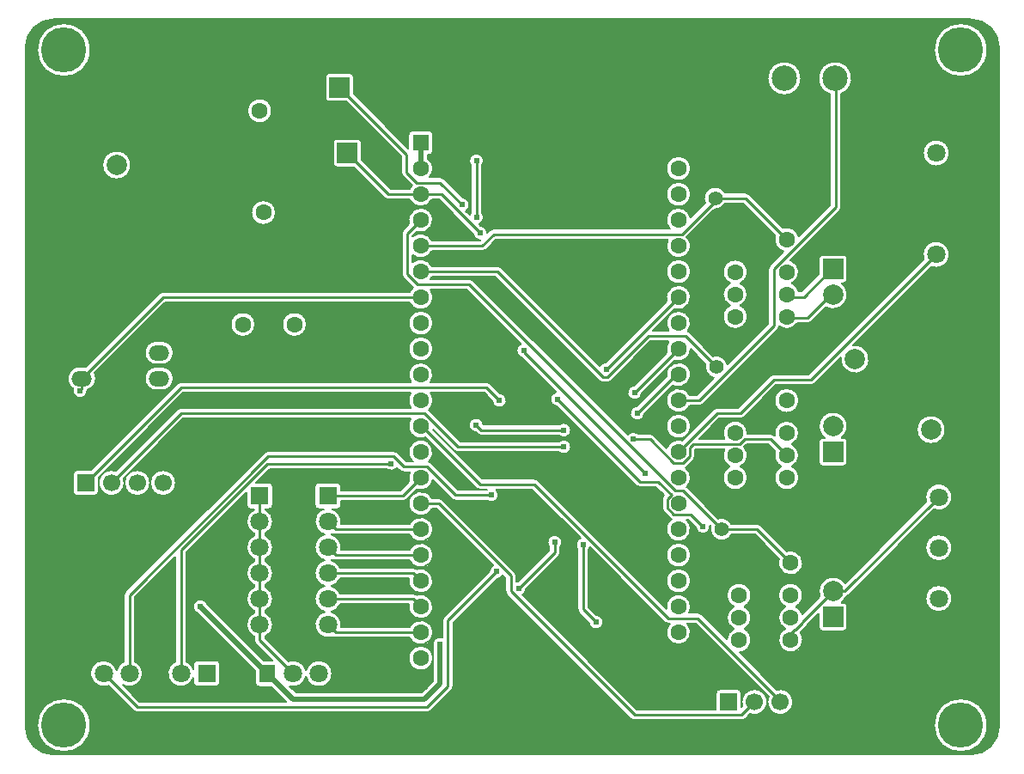
<source format=gbl>
G04 Layer: BottomLayer*
G04 EasyEDA Pro v2.2.45.4, 2026-01-10 08:56:26*
G04 Gerber Generator version 0.3*
G04 Scale: 100 percent, Rotated: No, Reflected: No*
G04 Dimensions in millimeters*
G04 Leading zeros omitted, absolute positions, 4 integers and 5 decimals*
G04 Generated by one-click*
%FSLAX45Y45*%
%MOMM*%
%ADD10C,0.2032*%
%ADD11C,1.4*%
%ADD12R,1.6X1.6*%
%ADD13C,1.6*%
%ADD14C,1.8*%
%ADD15R,1.8089X1.8*%
%ADD16R,1.8X1.8*%
%ADD17R,1.5748X1.8*%
%ADD18R,2.0X2.0*%
%ADD19C,2.0*%
%ADD20O,2.0X1.524*%
%ADD21R,1.7X1.7*%
%ADD22C,1.7*%
%ADD23C,2.49999*%
%ADD24C,0.61*%
%ADD25C,4.445*%
%ADD26C,0.254*%
%ADD27C,0.508*%
G75*


G04 Copper Start*
G36*
G01X40894Y-330200D02*
G01X42911Y-296859D01*
G01X48932Y-264004D01*
G01X58869Y-232114D01*
G01X72578Y-201655D01*
G01X89858Y-173070D01*
G01X110457Y-146776D01*
G01X134076Y-123157D01*
G01X160370Y-102558D01*
G01X188955Y-85278D01*
G01X219414Y-71569D01*
G01X251304Y-61632D01*
G01X284159Y-55611D01*
G01X317500Y-53594D01*
G01X9359900Y-53594D01*
G01X9393241Y-55611D01*
G01X9426096Y-61632D01*
G01X9457986Y-71569D01*
G01X9488445Y-85278D01*
G01X9517030Y-102558D01*
G01X9543324Y-123157D01*
G01X9566943Y-146776D01*
G01X9587542Y-173070D01*
G01X9604822Y-201655D01*
G01X9618531Y-232114D01*
G01X9628468Y-264004D01*
G01X9634489Y-296859D01*
G01X9636506Y-330200D01*
G01X9636506Y-7023100D01*
G01X9634489Y-7056441D01*
G01X9628468Y-7089296D01*
G01X9618531Y-7121186D01*
G01X9604822Y-7151645D01*
G01X9587542Y-7180230D01*
G01X9566943Y-7206524D01*
G01X9543324Y-7230143D01*
G01X9517030Y-7250742D01*
G01X9488445Y-7268022D01*
G01X9457986Y-7281731D01*
G01X9426096Y-7291668D01*
G01X9393241Y-7297689D01*
G01X9359900Y-7299706D01*
G01X317500Y-7299706D01*
G01X284159Y-7297689D01*
G01X251304Y-7291668D01*
G01X219414Y-7281731D01*
G01X188955Y-7268022D01*
G01X160370Y-7250742D01*
G01X134076Y-7230143D01*
G01X110457Y-7206524D01*
G01X89858Y-7180230D01*
G01X72578Y-7151645D01*
G01X58869Y-7121186D01*
G01X48932Y-7089296D01*
G01X42911Y-7056441D01*
G01X40894Y-7023100D01*
G01X40894Y-7010400D01*
G01X155956Y-7010400D01*
G01X157875Y-7042119D01*
G01X163602Y-7073374D01*
G01X173056Y-7103712D01*
G01X186098Y-7132689D01*
G01X202537Y-7159883D01*
G01X222134Y-7184897D01*
G01X244603Y-7207366D01*
G01X269617Y-7226963D01*
G01X296811Y-7243402D01*
G01X325788Y-7256444D01*
G01X356126Y-7265898D01*
G01X387381Y-7271625D01*
G01X419100Y-7273544D01*
G01X450819Y-7271625D01*
G01X482074Y-7265898D01*
G01X512412Y-7256444D01*
G01X541389Y-7243402D01*
G01X568583Y-7226963D01*
G01X593597Y-7207366D01*
G01X616066Y-7184897D01*
G01X635663Y-7159883D01*
G01X652102Y-7132689D01*
G01X665144Y-7103712D01*
G01X674598Y-7073374D01*
G01X680325Y-7042119D01*
G01X682244Y-7010400D01*
G01X682244Y-7010400D01*
G01X8995156Y-7010400D01*
G01X8997075Y-7042119D01*
G01X9002802Y-7073374D01*
G01X9012256Y-7103712D01*
G01X9025298Y-7132689D01*
G01X9041737Y-7159883D01*
G01X9061334Y-7184897D01*
G01X9083803Y-7207366D01*
G01X9108817Y-7226963D01*
G01X9136011Y-7243402D01*
G01X9164988Y-7256444D01*
G01X9195326Y-7265898D01*
G01X9226581Y-7271625D01*
G01X9258300Y-7273544D01*
G01X9290019Y-7271625D01*
G01X9321274Y-7265898D01*
G01X9351612Y-7256444D01*
G01X9380589Y-7243402D01*
G01X9407783Y-7226963D01*
G01X9432797Y-7207366D01*
G01X9455266Y-7184897D01*
G01X9474863Y-7159883D01*
G01X9491302Y-7132689D01*
G01X9504344Y-7103712D01*
G01X9513798Y-7073374D01*
G01X9519525Y-7042119D01*
G01X9521444Y-7010400D01*
G01X9519525Y-6978681D01*
G01X9513798Y-6947426D01*
G01X9504344Y-6917088D01*
G01X9491302Y-6888111D01*
G01X9474863Y-6860917D01*
G01X9455266Y-6835903D01*
G01X9432797Y-6813434D01*
G01X9407783Y-6793837D01*
G01X9380589Y-6777398D01*
G01X9351612Y-6764356D01*
G01X9321274Y-6754902D01*
G01X9290019Y-6749175D01*
G01X9258300Y-6747256D01*
G01X9226581Y-6749175D01*
G01X9195326Y-6754902D01*
G01X9164988Y-6764356D01*
G01X9136011Y-6777398D01*
G01X9108817Y-6793837D01*
G01X9083803Y-6813434D01*
G01X9061334Y-6835903D01*
G01X9041737Y-6860917D01*
G01X9025298Y-6888111D01*
G01X9012256Y-6917088D01*
G01X9002802Y-6947426D01*
G01X8997075Y-6978681D01*
G01X8995156Y-7010400D01*
G01X8995156Y-7010400D01*
G01X682244Y-7010400D01*
G01X680325Y-6978681D01*
G01X674598Y-6947426D01*
G01X665144Y-6917088D01*
G01X652102Y-6888111D01*
G01X635663Y-6860917D01*
G01X616066Y-6835903D01*
G01X593597Y-6813434D01*
G01X568583Y-6793837D01*
G01X541389Y-6777398D01*
G01X512412Y-6764356D01*
G01X482074Y-6754902D01*
G01X450819Y-6749175D01*
G01X419100Y-6747256D01*
G01X387381Y-6749175D01*
G01X356126Y-6754902D01*
G01X325788Y-6764356D01*
G01X296811Y-6777398D01*
G01X269617Y-6793837D01*
G01X244603Y-6813434D01*
G01X222134Y-6835903D01*
G01X202537Y-6860917D01*
G01X186098Y-6888111D01*
G01X173056Y-6917088D01*
G01X163602Y-6947426D01*
G01X157875Y-6978681D01*
G01X155956Y-7010400D01*
G01X155956Y-7010400D01*
G01X40894Y-7010400D01*
G01X40894Y-4537800D01*
G01X509106Y-4537800D01*
G01X509106Y-4707800D01*
G01X511108Y-4720437D01*
G01X516916Y-4731837D01*
G01X525963Y-4740884D01*
G01X537363Y-4746692D01*
G01X550000Y-4748694D01*
G01X720000Y-4748694D01*
G01X732637Y-4746692D01*
G01X744037Y-4740884D01*
G01X753084Y-4731837D01*
G01X758892Y-4720437D01*
G01X760894Y-4707800D01*
G01X760894Y-4572700D01*
G01X1596999Y-3736594D01*
G01X3840943Y-3736594D01*
G01X3830297Y-3753169D01*
G01X3822484Y-3771253D01*
G01X3817711Y-3790366D01*
G01X3816106Y-3810000D01*
G01X3817711Y-3829634D01*
G01X3822484Y-3848747D01*
G01X3830297Y-3866831D01*
G01X3840943Y-3883406D01*
G01X1574800Y-3883406D01*
G01X1560929Y-3885232D01*
G01X1548003Y-3890586D01*
G01X1536903Y-3899103D01*
G01X931654Y-4504352D01*
G01X911141Y-4498868D01*
G01X889997Y-4496910D01*
G01X868826Y-4498533D01*
G01X848228Y-4503691D01*
G01X828790Y-4512238D01*
G01X811065Y-4523930D01*
G01X795557Y-4538434D01*
G01X782707Y-4555339D01*
G01X772881Y-4574162D01*
G01X766358Y-4594369D01*
G01X763325Y-4615385D01*
G01X763866Y-4636612D01*
G01X767967Y-4657446D01*
G01X775512Y-4677295D01*
G01X786285Y-4695593D01*
G01X799980Y-4711820D01*
G01X816207Y-4725515D01*
G01X834505Y-4736288D01*
G01X854354Y-4743833D01*
G01X875188Y-4747934D01*
G01X896415Y-4748475D01*
G01X917431Y-4745442D01*
G01X937638Y-4738919D01*
G01X956461Y-4729093D01*
G01X973366Y-4716243D01*
G01X987870Y-4700735D01*
G01X999562Y-4683010D01*
G01X1008109Y-4663572D01*
G01X1013267Y-4642974D01*
G01X1014813Y-4622800D01*
G01X1017106Y-4622800D01*
G01X1019019Y-4644661D01*
G01X1024698Y-4665858D01*
G01X1033973Y-4685747D01*
G01X1046560Y-4703723D01*
G01X1062077Y-4719240D01*
G01X1080053Y-4731827D01*
G01X1099942Y-4741102D01*
G01X1121139Y-4746781D01*
G01X1143000Y-4748694D01*
G01X1164861Y-4746781D01*
G01X1186058Y-4741102D01*
G01X1205947Y-4731827D01*
G01X1223923Y-4719240D01*
G01X1239440Y-4703723D01*
G01X1252027Y-4685747D01*
G01X1261302Y-4665858D01*
G01X1266981Y-4644661D01*
G01X1268894Y-4622800D01*
G01X1271106Y-4622800D01*
G01X1273019Y-4644661D01*
G01X1278698Y-4665858D01*
G01X1287973Y-4685747D01*
G01X1300560Y-4703723D01*
G01X1316077Y-4719240D01*
G01X1334053Y-4731827D01*
G01X1353942Y-4741102D01*
G01X1375139Y-4746781D01*
G01X1397000Y-4748694D01*
G01X1418861Y-4746781D01*
G01X1440058Y-4741102D01*
G01X1459947Y-4731827D01*
G01X1477923Y-4719240D01*
G01X1493440Y-4703723D01*
G01X1506027Y-4685747D01*
G01X1515302Y-4665858D01*
G01X1520981Y-4644661D01*
G01X1522894Y-4622800D01*
G01X1520981Y-4600939D01*
G01X1515302Y-4579742D01*
G01X1506027Y-4559853D01*
G01X1493440Y-4541877D01*
G01X1477923Y-4526360D01*
G01X1459947Y-4513773D01*
G01X1440058Y-4504498D01*
G01X1418861Y-4498819D01*
G01X1397000Y-4496906D01*
G01X1375139Y-4498819D01*
G01X1353942Y-4504498D01*
G01X1334053Y-4513773D01*
G01X1316077Y-4526360D01*
G01X1300560Y-4541877D01*
G01X1287973Y-4559853D01*
G01X1278698Y-4579742D01*
G01X1273019Y-4600939D01*
G01X1271106Y-4622800D01*
G01X1271106Y-4622800D01*
G01X1268894Y-4622800D01*
G01X1266981Y-4600939D01*
G01X1261302Y-4579742D01*
G01X1252027Y-4559853D01*
G01X1239440Y-4541877D01*
G01X1223923Y-4526360D01*
G01X1205947Y-4513773D01*
G01X1186058Y-4504498D01*
G01X1164861Y-4498819D01*
G01X1143000Y-4496906D01*
G01X1121139Y-4498819D01*
G01X1099942Y-4504498D01*
G01X1080053Y-4513773D01*
G01X1062077Y-4526360D01*
G01X1046560Y-4541877D01*
G01X1033973Y-4559853D01*
G01X1024698Y-4579742D01*
G01X1019019Y-4600939D01*
G01X1017106Y-4622800D01*
G01X1017106Y-4622800D01*
G01X1014813Y-4622800D01*
G01X1014890Y-4621803D01*
G01X1012932Y-4600659D01*
G01X1007448Y-4580146D01*
G01X1596999Y-3990594D01*
G01X3840943Y-3990594D01*
G01X3830224Y-4007307D01*
G01X3822384Y-4025549D01*
G01X3817636Y-4044828D01*
G01X3816108Y-4064624D01*
G01X3817840Y-4084404D01*
G01X3822787Y-4103633D01*
G01X3830815Y-4121793D01*
G01X3841707Y-4138394D01*
G01X3855169Y-4152989D01*
G01X3870838Y-4165183D01*
G01X3888292Y-4174648D01*
G01X3907060Y-4181128D01*
G01X3926636Y-4184449D01*
G01X3946491Y-4184521D01*
G01X3966090Y-4181342D01*
G01X3984904Y-4174998D01*
G01X4483303Y-4673397D01*
G01X4494403Y-4681914D01*
G01X4507329Y-4687268D01*
G01X4521200Y-4689094D01*
G01X4588217Y-4689094D01*
G01X4587634Y-4689602D01*
G01X4301401Y-4689602D01*
G01X4037698Y-4425899D01*
G01X4026366Y-4417249D01*
G01X4013155Y-4411892D01*
G01X4028335Y-4397204D01*
G01X4040726Y-4380099D01*
G01X4049951Y-4361097D01*
G01X4055728Y-4340780D01*
G01X4057881Y-4319768D01*
G01X4056344Y-4298702D01*
G01X4051163Y-4278224D01*
G01X4042498Y-4258961D01*
G01X4030612Y-4241501D01*
G01X4015868Y-4226375D01*
G01X3998717Y-4214047D01*
G01X3979682Y-4204891D01*
G01X3959344Y-4199189D01*
G01X3938324Y-4197113D01*
G01X3917263Y-4198728D01*
G01X3896805Y-4203984D01*
G01X3877574Y-4212720D01*
G01X3860157Y-4224670D01*
G01X3845086Y-4239469D01*
G01X3832820Y-4256665D01*
G01X3823735Y-4275734D01*
G01X3818108Y-4296093D01*
G01X3816109Y-4317120D01*
G01X3817801Y-4338175D01*
G01X3823132Y-4358613D01*
G01X3831939Y-4377812D01*
G01X3843953Y-4395185D01*
G01X3858807Y-4410202D01*
G01X3793401Y-4410202D01*
G01X3707498Y-4324299D01*
G01X3696399Y-4315782D01*
G01X3683473Y-4310428D01*
G01X3669602Y-4308602D01*
G01X2432304Y-4308602D01*
G01X2418433Y-4310428D01*
G01X2405507Y-4315782D01*
G01X2394407Y-4324299D01*
G01X1027189Y-5691518D01*
G01X1018672Y-5702617D01*
G01X1013318Y-5715543D01*
G01X1011492Y-5729414D01*
G01X1011492Y-6381267D01*
G01X994166Y-6390669D01*
G01X978450Y-6402566D01*
G01X964698Y-6416688D01*
G01X953223Y-6432716D01*
G01X944284Y-6450285D01*
G01X938086Y-6468997D01*
G01X930759Y-6447662D01*
G01X919878Y-6427902D01*
G01X905765Y-6410304D01*
G01X888841Y-6395390D01*
G01X869608Y-6383603D01*
G01X848636Y-6375294D01*
G01X826549Y-6370708D01*
G01X804003Y-6369983D01*
G01X781667Y-6373140D01*
G01X760205Y-6380085D01*
G01X740254Y-6390612D01*
G01X722407Y-6404408D01*
G01X707194Y-6421064D01*
G01X695066Y-6440084D01*
G01X686383Y-6460904D01*
G01X681405Y-6482905D01*
G01X680278Y-6505435D01*
G01X683036Y-6527823D01*
G01X689597Y-6549406D01*
G01X699766Y-6569542D01*
G01X713241Y-6587632D01*
G01X729623Y-6603140D01*
G01X748423Y-6615606D01*
G01X769085Y-6624658D01*
G01X790994Y-6630028D01*
G01X813500Y-6631557D01*
G01X835935Y-6629199D01*
G01X857631Y-6623024D01*
G01X1103389Y-6868782D01*
G01X1114489Y-6877299D01*
G01X1127414Y-6882653D01*
G01X1141286Y-6884479D01*
G01X4000500Y-6884479D01*
G01X4014371Y-6882653D01*
G01X4027297Y-6877299D01*
G01X4038397Y-6868782D01*
G01X4241597Y-6665582D01*
G01X4250114Y-6654482D01*
G01X4255468Y-6641557D01*
G01X4257294Y-6627685D01*
G01X4257294Y-6002350D01*
G01X4690844Y-5568800D01*
G01X4704416Y-5566608D01*
G01X4717317Y-5561855D01*
G01X4729067Y-5554718D01*
G01X4739232Y-5545460D01*
G01X4747433Y-5534427D01*
G01X4772406Y-5559399D01*
G01X4772406Y-5689600D01*
G01X4774232Y-5703471D01*
G01X4779586Y-5716397D01*
G01X4788103Y-5727497D01*
G01X6007303Y-6946697D01*
G01X6018403Y-6955214D01*
G01X6031329Y-6960568D01*
G01X6045200Y-6962394D01*
G01X7099300Y-6962394D01*
G01X7113171Y-6960568D01*
G01X7126097Y-6955214D01*
G01X7137197Y-6946697D01*
G01X7183646Y-6900248D01*
G01X7204159Y-6905732D01*
G01X7225303Y-6907690D01*
G01X7246474Y-6906067D01*
G01X7267072Y-6900909D01*
G01X7286510Y-6892362D01*
G01X7304235Y-6880670D01*
G01X7319743Y-6866166D01*
G01X7332593Y-6849261D01*
G01X7342419Y-6830438D01*
G01X7348942Y-6810231D01*
G01X7351975Y-6789215D01*
G01X7351434Y-6767988D01*
G01X7347333Y-6747154D01*
G01X7339788Y-6727305D01*
G01X7329015Y-6709007D01*
G01X7315320Y-6692780D01*
G01X7299093Y-6679085D01*
G01X7280795Y-6668312D01*
G01X7260946Y-6660767D01*
G01X7240112Y-6656666D01*
G01X7218885Y-6656125D01*
G01X7197869Y-6659158D01*
G01X7177662Y-6665681D01*
G01X7158839Y-6675507D01*
G01X7141934Y-6688357D01*
G01X7127430Y-6703865D01*
G01X7115738Y-6721590D01*
G01X7107191Y-6741028D01*
G01X7102033Y-6761626D01*
G01X7100410Y-6782797D01*
G01X7102368Y-6803941D01*
G01X7107852Y-6824454D01*
G01X7098194Y-6834113D01*
G01X7098194Y-6696800D01*
G01X7096192Y-6684163D01*
G01X7090384Y-6672763D01*
G01X7081337Y-6663716D01*
G01X7069937Y-6657908D01*
G01X7057300Y-6655906D01*
G01X6887300Y-6655906D01*
G01X6874663Y-6657908D01*
G01X6863263Y-6663716D01*
G01X6854216Y-6672763D01*
G01X6848408Y-6684163D01*
G01X6846406Y-6696800D01*
G01X6846406Y-6855206D01*
G01X6067399Y-6855206D01*
G01X4938103Y-5725910D01*
G01X4949435Y-5717734D01*
G01X4958958Y-5707509D01*
G01X4966307Y-5695624D01*
G01X4971200Y-5682535D01*
G01X4973449Y-5668744D01*
G01X5295697Y-5346497D01*
G01X5304214Y-5335397D01*
G01X5309568Y-5322471D01*
G01X5311394Y-5308600D01*
G01X5311394Y-5254168D01*
G01X5320711Y-5240755D01*
G01X5326735Y-5225575D01*
G01X5329153Y-5209424D01*
G01X5327837Y-5193146D01*
G01X5322856Y-5177592D01*
G01X5314471Y-5163578D01*
G01X5303121Y-5151836D01*
G01X5289399Y-5142980D01*
G01X5274024Y-5137474D01*
G01X5257800Y-5135606D01*
G01X5241576Y-5137474D01*
G01X5226201Y-5142980D01*
G01X5212479Y-5151836D01*
G01X5201129Y-5163578D01*
G01X5192744Y-5177592D01*
G01X5187763Y-5193146D01*
G01X5186447Y-5209424D01*
G01X5188865Y-5225575D01*
G01X5194889Y-5240755D01*
G01X5204206Y-5254168D01*
G01X5204206Y-5286401D01*
G01X4897656Y-5592951D01*
G01X4888511Y-5594131D01*
G01X4879594Y-5596479D01*
G01X4879594Y-5537200D01*
G01X4877768Y-5523329D01*
G01X4872414Y-5510403D01*
G01X4863897Y-5499303D01*
G01X4152697Y-4788103D01*
G01X4141597Y-4779586D01*
G01X4128671Y-4774232D01*
G01X4114800Y-4772406D01*
G01X4045365Y-4772406D01*
G01X4034104Y-4753986D01*
G01X4019747Y-4737862D01*
G01X4002751Y-4724550D01*
G01X3983657Y-4714472D01*
G01X3963076Y-4707952D01*
G01X3941663Y-4705196D01*
G01X3920102Y-4706293D01*
G01X3899079Y-4711207D01*
G01X3879266Y-4719783D01*
G01X3861294Y-4731746D01*
G01X3845736Y-4746714D01*
G01X3833089Y-4764212D01*
G01X3823756Y-4783679D01*
G01X3818034Y-4804497D01*
G01X3816106Y-4826000D01*
G01X3818034Y-4847503D01*
G01X3823756Y-4868321D01*
G01X3833089Y-4887788D01*
G01X3845736Y-4905286D01*
G01X3861294Y-4920254D01*
G01X3879266Y-4932217D01*
G01X3899079Y-4940793D01*
G01X3920102Y-4945707D01*
G01X3941663Y-4946804D01*
G01X3963076Y-4944048D01*
G01X3983657Y-4937528D01*
G01X4002751Y-4927450D01*
G01X4019747Y-4914138D01*
G01X4034104Y-4898014D01*
G01X4045365Y-4879594D01*
G01X4092601Y-4879594D01*
G01X4649424Y-5436417D01*
G01X4638390Y-5444619D01*
G01X4629133Y-5454783D01*
G01X4621996Y-5466534D01*
G01X4617243Y-5479434D01*
G01X4615051Y-5493007D01*
G01X4165803Y-5942254D01*
G01X4157286Y-5953354D01*
G01X4151932Y-5966279D01*
G01X4150106Y-5980151D01*
G01X4150106Y-6144180D01*
G01X4134262Y-6140827D01*
G01X4118070Y-6141132D01*
G01X4102364Y-6145078D01*
G01X4087950Y-6152462D01*
G01X4075572Y-6162904D01*
G01X4065866Y-6175868D01*
G01X4059331Y-6190686D01*
G01X4056303Y-6206595D01*
G01X4056939Y-6222777D01*
G01X4061206Y-6238400D01*
G01X4061206Y-6576540D01*
G01X3947640Y-6690106D01*
G01X2707160Y-6690106D01*
G01X2645911Y-6628858D01*
G01X2666326Y-6632609D01*
G01X2687076Y-6633086D01*
G01X2707641Y-6630277D01*
G01X2727503Y-6624253D01*
G01X2746163Y-6615164D01*
G01X2763152Y-6603241D01*
G01X2778043Y-6588782D01*
G01X2790461Y-6572151D01*
G01X2800094Y-6553766D01*
G01X2806700Y-6534089D01*
G01X2813914Y-6555168D01*
G01X2824598Y-6574719D01*
G01X2838443Y-6592174D01*
G01X2855048Y-6607028D01*
G01X2873931Y-6618851D01*
G01X2894546Y-6627301D01*
G01X2916296Y-6632132D01*
G01X2938549Y-6633204D01*
G01X2960662Y-6630487D01*
G01X2981994Y-6624059D01*
G01X3001927Y-6614106D01*
G01X3019883Y-6600917D01*
G01X3035342Y-6584874D01*
G01X3047857Y-6566442D01*
G01X3057064Y-6546154D01*
G01X3062698Y-6524599D01*
G01X3064594Y-6502400D01*
G01X3062698Y-6480201D01*
G01X3057064Y-6458646D01*
G01X3047857Y-6438358D01*
G01X3035342Y-6419926D01*
G01X3019883Y-6403883D01*
G01X3001927Y-6390694D01*
G01X2981994Y-6380741D01*
G01X2960662Y-6374313D01*
G01X2938549Y-6371596D01*
G01X2916296Y-6372668D01*
G01X2894546Y-6377499D01*
G01X2873931Y-6385949D01*
G01X2855048Y-6397772D01*
G01X2838443Y-6412626D01*
G01X2824598Y-6430081D01*
G01X2813914Y-6449632D01*
G01X2806700Y-6470711D01*
G01X2799562Y-6449804D01*
G01X2789009Y-6430395D01*
G01X2775342Y-6413037D01*
G01X2758951Y-6398225D01*
G01X2740302Y-6386380D01*
G01X2719927Y-6377841D01*
G01X2698405Y-6372850D01*
G01X2676351Y-6371549D01*
G01X2654393Y-6373976D01*
G01X2633155Y-6380061D01*
G01X2603093Y-6350000D01*
G01X3816106Y-6350000D01*
G01X3817943Y-6370993D01*
G01X3823397Y-6391348D01*
G01X3832303Y-6410447D01*
G01X3844390Y-6427709D01*
G01X3859291Y-6442610D01*
G01X3876553Y-6454697D01*
G01X3895652Y-6463603D01*
G01X3916007Y-6469057D01*
G01X3937000Y-6470894D01*
G01X3957993Y-6469057D01*
G01X3978348Y-6463603D01*
G01X3997447Y-6454697D01*
G01X4014709Y-6442610D01*
G01X4029610Y-6427709D01*
G01X4041697Y-6410447D01*
G01X4050603Y-6391348D01*
G01X4056057Y-6370993D01*
G01X4057894Y-6350000D01*
G01X4056057Y-6329007D01*
G01X4050603Y-6308652D01*
G01X4041697Y-6289553D01*
G01X4029610Y-6272291D01*
G01X4014709Y-6257390D01*
G01X3997447Y-6245303D01*
G01X3978348Y-6236397D01*
G01X3957993Y-6230943D01*
G01X3937000Y-6229106D01*
G01X3937000Y-6229106D01*
G01X3916007Y-6230943D01*
G01X3895652Y-6236397D01*
G01X3876553Y-6245303D01*
G01X3859291Y-6257390D01*
G01X3844390Y-6272291D01*
G01X3832303Y-6289553D01*
G01X3823397Y-6308652D01*
G01X3817943Y-6329007D01*
G01X3816106Y-6350000D01*
G01X2603093Y-6350000D01*
G01X2403094Y-6150001D01*
G01X2403094Y-6139219D01*
G01X2421887Y-6128857D01*
G01X2438734Y-6115563D01*
G01X2453182Y-6099695D01*
G01X2464843Y-6081680D01*
G01X2473404Y-6062001D01*
G01X2478635Y-6041188D01*
G01X2480394Y-6019800D01*
G01X2478635Y-5998412D01*
G01X2473404Y-5977599D01*
G01X2464843Y-5957920D01*
G01X2453182Y-5939905D01*
G01X2438734Y-5924037D01*
G01X2421887Y-5910743D01*
G01X2403094Y-5900381D01*
G01X2403094Y-5885219D01*
G01X2421887Y-5874857D01*
G01X2438734Y-5861563D01*
G01X2453182Y-5845695D01*
G01X2464843Y-5827680D01*
G01X2473404Y-5808001D01*
G01X2478635Y-5787188D01*
G01X2480394Y-5765800D01*
G01X2478635Y-5744412D01*
G01X2473404Y-5723599D01*
G01X2464843Y-5703920D01*
G01X2453182Y-5685905D01*
G01X2438734Y-5670037D01*
G01X2421887Y-5656743D01*
G01X2403094Y-5646381D01*
G01X2403094Y-5631219D01*
G01X2421887Y-5620857D01*
G01X2438734Y-5607563D01*
G01X2453182Y-5591695D01*
G01X2464843Y-5573680D01*
G01X2473404Y-5554001D01*
G01X2478635Y-5533188D01*
G01X2480394Y-5511800D01*
G01X2478635Y-5490412D01*
G01X2473404Y-5469599D01*
G01X2464843Y-5449920D01*
G01X2453182Y-5431905D01*
G01X2438734Y-5416037D01*
G01X2421887Y-5402743D01*
G01X2403094Y-5392381D01*
G01X2403094Y-5377219D01*
G01X2421887Y-5366857D01*
G01X2438734Y-5353563D01*
G01X2453182Y-5337695D01*
G01X2464843Y-5319680D01*
G01X2473404Y-5300001D01*
G01X2478635Y-5279188D01*
G01X2480394Y-5257800D01*
G01X2478635Y-5236412D01*
G01X2473404Y-5215599D01*
G01X2464843Y-5195920D01*
G01X2453182Y-5177905D01*
G01X2438734Y-5162037D01*
G01X2421887Y-5148743D01*
G01X2403094Y-5138381D01*
G01X2403094Y-5123219D01*
G01X2421887Y-5112857D01*
G01X2438734Y-5099563D01*
G01X2453182Y-5083695D01*
G01X2464843Y-5065680D01*
G01X2473404Y-5046001D01*
G01X2478635Y-5025188D01*
G01X2480394Y-5003800D01*
G01X2478635Y-4982412D01*
G01X2473404Y-4961599D01*
G01X2464843Y-4941920D01*
G01X2453182Y-4923905D01*
G01X2438734Y-4908037D01*
G01X2421887Y-4894743D01*
G01X2403094Y-4884381D01*
G01X2403094Y-4880694D01*
G01X2439500Y-4880694D01*
G01X2452137Y-4878692D01*
G01X2463537Y-4872884D01*
G01X2472584Y-4863837D01*
G01X2478392Y-4852437D01*
G01X2480394Y-4839800D01*
G01X2480394Y-4659800D01*
G01X2478392Y-4647163D01*
G01X2472584Y-4635763D01*
G01X2463537Y-4626716D01*
G01X2452137Y-4620908D01*
G01X2439500Y-4618906D01*
G01X2314887Y-4618906D01*
G01X2447899Y-4485894D01*
G01X3599332Y-4485894D01*
G01X3611544Y-4494551D01*
G01X3625293Y-4500471D01*
G01X3639973Y-4503395D01*
G01X3654941Y-4503193D01*
G01X3669538Y-4499875D01*
G01X3683121Y-4493586D01*
G01X3695095Y-4484603D01*
G01X3704933Y-4473321D01*
G01X3733305Y-4501693D01*
G01X3744405Y-4510210D01*
G01X3757330Y-4515564D01*
G01X3771202Y-4517390D01*
G01X3829143Y-4517390D01*
G01X3821859Y-4535151D01*
G01X3817478Y-4553842D01*
G01X3816110Y-4572990D01*
G01X3817791Y-4592113D01*
G01X3822478Y-4610729D01*
G01X3737001Y-4696206D01*
G01X3153494Y-4696206D01*
G01X3153494Y-4659800D01*
G01X3151492Y-4647163D01*
G01X3145684Y-4635763D01*
G01X3136637Y-4626716D01*
G01X3125237Y-4620908D01*
G01X3112600Y-4618906D01*
G01X2932600Y-4618906D01*
G01X2919963Y-4620908D01*
G01X2908563Y-4626716D01*
G01X2899516Y-4635763D01*
G01X2893708Y-4647163D01*
G01X2891706Y-4659800D01*
G01X2891706Y-4839800D01*
G01X2893708Y-4852437D01*
G01X2899516Y-4863837D01*
G01X2908563Y-4872884D01*
G01X2919963Y-4878692D01*
G01X2932600Y-4880694D01*
G01X2978125Y-4880694D01*
G01X2957935Y-4889995D01*
G01X2939611Y-4902577D01*
G01X2923680Y-4918079D01*
G01X2910602Y-4936053D01*
G01X2900754Y-4955981D01*
G01X2894419Y-4977288D01*
G01X2891782Y-4999359D01*
G01X2892916Y-5021559D01*
G01X2897791Y-5043246D01*
G01X2906266Y-5063796D01*
G01X2918095Y-5082615D01*
G01X2932938Y-5099162D01*
G01X2950367Y-5112958D01*
G01X2969879Y-5123607D01*
G01X2990911Y-5130800D01*
G01X2970387Y-5137771D01*
G01X2951295Y-5148033D01*
G01X2934159Y-5161305D01*
G01X2919447Y-5177223D01*
G01X2907564Y-5195351D01*
G01X2898836Y-5215191D01*
G01X2893501Y-5236199D01*
G01X2891706Y-5257800D01*
G01X2893501Y-5279401D01*
G01X2898836Y-5300409D01*
G01X2907564Y-5320249D01*
G01X2919447Y-5338377D01*
G01X2934159Y-5354295D01*
G01X2951295Y-5367567D01*
G01X2970387Y-5377829D01*
G01X2990911Y-5384800D01*
G01X2970387Y-5391771D01*
G01X2951295Y-5402033D01*
G01X2934159Y-5415305D01*
G01X2919447Y-5431223D01*
G01X2907564Y-5449351D01*
G01X2898836Y-5469191D01*
G01X2893501Y-5490199D01*
G01X2891706Y-5511800D01*
G01X2893501Y-5533401D01*
G01X2898836Y-5554409D01*
G01X2907564Y-5574249D01*
G01X2919447Y-5592377D01*
G01X2934159Y-5608295D01*
G01X2951295Y-5621567D01*
G01X2970387Y-5631829D01*
G01X2990911Y-5638800D01*
G01X2970387Y-5645771D01*
G01X2951295Y-5656033D01*
G01X2934159Y-5669305D01*
G01X2919447Y-5685223D01*
G01X2907564Y-5703351D01*
G01X2898836Y-5723191D01*
G01X2893501Y-5744199D01*
G01X2891706Y-5765800D01*
G01X2893501Y-5787401D01*
G01X2898836Y-5808409D01*
G01X2907564Y-5828249D01*
G01X2919447Y-5846377D01*
G01X2934159Y-5862295D01*
G01X2951295Y-5875567D01*
G01X2970387Y-5885829D01*
G01X2990911Y-5892800D01*
G01X2970646Y-5899658D01*
G01X2951769Y-5909726D01*
G01X2934785Y-5922735D01*
G01X2920146Y-5938336D01*
G01X2908244Y-5956114D01*
G01X2899397Y-5975593D01*
G01X2893842Y-5996253D01*
G01X2891726Y-6017542D01*
G01X2893106Y-6038891D01*
G01X2897945Y-6059730D01*
G01X2906115Y-6079503D01*
G01X2917396Y-6097680D01*
G01X2931488Y-6113778D01*
G01X2948014Y-6127364D01*
G01X2966532Y-6138078D01*
G01X2986548Y-6145631D01*
G01X3007527Y-6149823D01*
G01X3028909Y-6150542D01*
G01X3050122Y-6147768D01*
G01X3070600Y-6141575D01*
G01X3079450Y-6145979D01*
G01X3088957Y-6148682D01*
G01X3098800Y-6149594D01*
G01X3828635Y-6149594D01*
G01X3839896Y-6168014D01*
G01X3854253Y-6184138D01*
G01X3871249Y-6197450D01*
G01X3890343Y-6207528D01*
G01X3910924Y-6214048D01*
G01X3932337Y-6216804D01*
G01X3953898Y-6215707D01*
G01X3974921Y-6210793D01*
G01X3994734Y-6202217D01*
G01X4012706Y-6190254D01*
G01X4028264Y-6175286D01*
G01X4040911Y-6157788D01*
G01X4050244Y-6138321D01*
G01X4055966Y-6117503D01*
G01X4057894Y-6096000D01*
G01X4055966Y-6074497D01*
G01X4050244Y-6053679D01*
G01X4040911Y-6034212D01*
G01X4028264Y-6016714D01*
G01X4012706Y-6001746D01*
G01X3994734Y-5989783D01*
G01X3974921Y-5981207D01*
G01X3953898Y-5976293D01*
G01X3932337Y-5975196D01*
G01X3910924Y-5977952D01*
G01X3890343Y-5984472D01*
G01X3871249Y-5994550D01*
G01X3854253Y-6007862D01*
G01X3839896Y-6023986D01*
G01X3828635Y-6042406D01*
G01X3151527Y-6042406D01*
G01X3153491Y-6020707D01*
G01X3151828Y-5998982D01*
G01X3146584Y-5977834D01*
G01X3137905Y-5957849D01*
G01X3126031Y-5939581D01*
G01X3111292Y-5923535D01*
G01X3094095Y-5910156D01*
G01X3074917Y-5899816D01*
G01X3054289Y-5892800D01*
G01X3073001Y-5886601D01*
G01X3090570Y-5877663D01*
G01X3106597Y-5866188D01*
G01X3120720Y-5852436D01*
G01X3132617Y-5836719D01*
G01X3142019Y-5819394D01*
G01X3818239Y-5819394D01*
G01X3816118Y-5840322D01*
G01X3817657Y-5861302D01*
G01X3822809Y-5881696D01*
G01X3831419Y-5900889D01*
G01X3843225Y-5918299D01*
G01X3857871Y-5933399D01*
G01X3874912Y-5945732D01*
G01X3893833Y-5954924D01*
G01X3914060Y-5960698D01*
G01X3934983Y-5962877D01*
G01X3955966Y-5961397D01*
G01X3976375Y-5956302D01*
G01X3995593Y-5947746D01*
G01X4013036Y-5935989D01*
G01X4028177Y-5921386D01*
G01X4040557Y-5904379D01*
G01X4049803Y-5885484D01*
G01X4055633Y-5865273D01*
G01X4057871Y-5844357D01*
G01X4056450Y-5823369D01*
G01X4051412Y-5802946D01*
G01X4042910Y-5783705D01*
G01X4031202Y-5766229D01*
G01X4016642Y-5751047D01*
G01X3999670Y-5738618D01*
G01X3980801Y-5729320D01*
G01X3960606Y-5723433D01*
G01X3939696Y-5721136D01*
G01X3918705Y-5722498D01*
G01X3898267Y-5727479D01*
G01X3887248Y-5719186D01*
G01X3874477Y-5713980D01*
G01X3860800Y-5712206D01*
G01X3142019Y-5712206D01*
G01X3132617Y-5694881D01*
G01X3120720Y-5679164D01*
G01X3106597Y-5665412D01*
G01X3090570Y-5653937D01*
G01X3073001Y-5644999D01*
G01X3054289Y-5638800D01*
G01X3073001Y-5632601D01*
G01X3090570Y-5623663D01*
G01X3106597Y-5612188D01*
G01X3120720Y-5598436D01*
G01X3132617Y-5582719D01*
G01X3142019Y-5565394D01*
G01X3818239Y-5565394D01*
G01X3816118Y-5586322D01*
G01X3817657Y-5607302D01*
G01X3822809Y-5627696D01*
G01X3831419Y-5646889D01*
G01X3843225Y-5664299D01*
G01X3857871Y-5679399D01*
G01X3874912Y-5691732D01*
G01X3893833Y-5700924D01*
G01X3914060Y-5706698D01*
G01X3934983Y-5708877D01*
G01X3955966Y-5707397D01*
G01X3976375Y-5702302D01*
G01X3995593Y-5693746D01*
G01X4013036Y-5681989D01*
G01X4028177Y-5667386D01*
G01X4040557Y-5650379D01*
G01X4049803Y-5631484D01*
G01X4055633Y-5611273D01*
G01X4057871Y-5590357D01*
G01X4056450Y-5569369D01*
G01X4051412Y-5548946D01*
G01X4042910Y-5529705D01*
G01X4031202Y-5512229D01*
G01X4016642Y-5497047D01*
G01X3999670Y-5484618D01*
G01X3980801Y-5475320D01*
G01X3960606Y-5469433D01*
G01X3939696Y-5467136D01*
G01X3918705Y-5468498D01*
G01X3898267Y-5473479D01*
G01X3887248Y-5465186D01*
G01X3874477Y-5459980D01*
G01X3860800Y-5458206D01*
G01X3142019Y-5458206D01*
G01X3132617Y-5440881D01*
G01X3120720Y-5425164D01*
G01X3106597Y-5411412D01*
G01X3090570Y-5399937D01*
G01X3073001Y-5390999D01*
G01X3054289Y-5384800D01*
G01X3070600Y-5379575D01*
G01X3079450Y-5383979D01*
G01X3088957Y-5386682D01*
G01X3098800Y-5387594D01*
G01X3828635Y-5387594D01*
G01X3839896Y-5406014D01*
G01X3854253Y-5422138D01*
G01X3871249Y-5435450D01*
G01X3890343Y-5445528D01*
G01X3910924Y-5452048D01*
G01X3932337Y-5454804D01*
G01X3953898Y-5453707D01*
G01X3974921Y-5448793D01*
G01X3994734Y-5440217D01*
G01X4012706Y-5428254D01*
G01X4028264Y-5413286D01*
G01X4040911Y-5395788D01*
G01X4050244Y-5376321D01*
G01X4055966Y-5355503D01*
G01X4057894Y-5334000D01*
G01X4055966Y-5312497D01*
G01X4050244Y-5291679D01*
G01X4040911Y-5272212D01*
G01X4028264Y-5254714D01*
G01X4012706Y-5239746D01*
G01X3994734Y-5227783D01*
G01X3974921Y-5219207D01*
G01X3953898Y-5214293D01*
G01X3932337Y-5213196D01*
G01X3910924Y-5215952D01*
G01X3890343Y-5222472D01*
G01X3871249Y-5232550D01*
G01X3854253Y-5245862D01*
G01X3839896Y-5261986D01*
G01X3828635Y-5280406D01*
G01X3151527Y-5280406D01*
G01X3153491Y-5258707D01*
G01X3151828Y-5236982D01*
G01X3146584Y-5215834D01*
G01X3137905Y-5195849D01*
G01X3126031Y-5177581D01*
G01X3111292Y-5161535D01*
G01X3094095Y-5148156D01*
G01X3074917Y-5137816D01*
G01X3054289Y-5130800D01*
G01X3070600Y-5125575D01*
G01X3079450Y-5129979D01*
G01X3088957Y-5132682D01*
G01X3098800Y-5133594D01*
G01X3828635Y-5133594D01*
G01X3839896Y-5152014D01*
G01X3854253Y-5168138D01*
G01X3871249Y-5181450D01*
G01X3890343Y-5191528D01*
G01X3910924Y-5198048D01*
G01X3932337Y-5200804D01*
G01X3953898Y-5199707D01*
G01X3974921Y-5194793D01*
G01X3994734Y-5186217D01*
G01X4012706Y-5174254D01*
G01X4028264Y-5159286D01*
G01X4040911Y-5141788D01*
G01X4050244Y-5122321D01*
G01X4055966Y-5101503D01*
G01X4057894Y-5080000D01*
G01X4055966Y-5058497D01*
G01X4050244Y-5037679D01*
G01X4040911Y-5018212D01*
G01X4028264Y-5000714D01*
G01X4012706Y-4985746D01*
G01X3994734Y-4973783D01*
G01X3974921Y-4965207D01*
G01X3953898Y-4960293D01*
G01X3932337Y-4959196D01*
G01X3910924Y-4961952D01*
G01X3890343Y-4968472D01*
G01X3871249Y-4978550D01*
G01X3854253Y-4991862D01*
G01X3839896Y-5007986D01*
G01X3828635Y-5026406D01*
G01X3151527Y-5026406D01*
G01X3153494Y-5003651D01*
G01X3151475Y-4980901D01*
G01X3145533Y-4958848D01*
G01X3135848Y-4938164D01*
G01X3122715Y-4919478D01*
G01X3106534Y-4903359D01*
G01X3087797Y-4890299D01*
G01X3067075Y-4880694D01*
G01X3112600Y-4880694D01*
G01X3125237Y-4878692D01*
G01X3136637Y-4872884D01*
G01X3145684Y-4863837D01*
G01X3151492Y-4852437D01*
G01X3153494Y-4839800D01*
G01X3153494Y-4803394D01*
G01X3759200Y-4803394D01*
G01X3773071Y-4801568D01*
G01X3785997Y-4796214D01*
G01X3797097Y-4787697D01*
G01X3898271Y-4686522D01*
G01X3918230Y-4691428D01*
G01X3938732Y-4692881D01*
G01X3959183Y-4690841D01*
G01X3978994Y-4685366D01*
G01X3997590Y-4676614D01*
G01X4014436Y-4664839D01*
G01X4029043Y-4650380D01*
G01X4040990Y-4633656D01*
G01X4049931Y-4615150D01*
G01X4055608Y-4595396D01*
G01X4241305Y-4781093D01*
G01X4252405Y-4789610D01*
G01X4265330Y-4794964D01*
G01X4279202Y-4796790D01*
G01X4587634Y-4796790D01*
G01X4600791Y-4805968D01*
G01X4615665Y-4811978D01*
G01X4631505Y-4814514D01*
G01X4647512Y-4813450D01*
G01X4662877Y-4808838D01*
G01X4676824Y-4800912D01*
G01X4688650Y-4790073D01*
G01X4697757Y-4776866D01*
G01X4703686Y-4761960D01*
G01X4706136Y-4746106D01*
G01X4704985Y-4730105D01*
G01X4700290Y-4714765D01*
G01X4692289Y-4700861D01*
G01X4681386Y-4689094D01*
G01X5032401Y-4689094D01*
G01X5509786Y-5166479D01*
G01X5495057Y-5174771D01*
G01X5482691Y-5186293D01*
G01X5473380Y-5200399D01*
G01X5467645Y-5216298D01*
G01X5465809Y-5233100D01*
G01X5467975Y-5249863D01*
G01X5474020Y-5265647D01*
G01X5483606Y-5279568D01*
G01X5483606Y-5867400D01*
G01X5485432Y-5881271D01*
G01X5490786Y-5894197D01*
G01X5499303Y-5905297D01*
G01X5592951Y-5998944D01*
G01X5595847Y-6015016D01*
G01X5602321Y-6030010D01*
G01X5612032Y-6043140D01*
G01X5624473Y-6053720D01*
G01X5638993Y-6061196D01*
G01X5654831Y-6065177D01*
G01X5671160Y-6065454D01*
G01X5687125Y-6062013D01*
G01X5701890Y-6055035D01*
G01X5714683Y-6044883D01*
G01X5724835Y-6032090D01*
G01X5731813Y-6017325D01*
G01X5735254Y-6001360D01*
G01X5734977Y-5985031D01*
G01X5730996Y-5969193D01*
G01X5723520Y-5954673D01*
G01X5712940Y-5942232D01*
G01X5699810Y-5932521D01*
G01X5684816Y-5926047D01*
G01X5668744Y-5923151D01*
G01X5590794Y-5845201D01*
G01X5590794Y-5279568D01*
G01X5597768Y-5270197D01*
G01X5603121Y-5259814D01*
G01X6337503Y-5994197D01*
G01X6348603Y-6002714D01*
G01X6361529Y-6008068D01*
G01X6375400Y-6009894D01*
G01X6392141Y-6009894D01*
G01X6377971Y-6026656D01*
G01X6367065Y-6045704D01*
G01X6359783Y-6066410D01*
G01X6356365Y-6088091D01*
G01X6356923Y-6110033D01*
G01X6361440Y-6131513D01*
G01X6369765Y-6151822D01*
G01X6381626Y-6170290D01*
G01X6396630Y-6186310D01*
G01X6414283Y-6199353D01*
G01X6434004Y-6208990D01*
G01X6455142Y-6214901D01*
G01X6477000Y-6216894D01*
G01X6498858Y-6214901D01*
G01X6519996Y-6208990D01*
G01X6539717Y-6199353D01*
G01X6557370Y-6186310D01*
G01X6572374Y-6170290D01*
G01X6584235Y-6151822D01*
G01X6592560Y-6131513D01*
G01X6597077Y-6110033D01*
G01X6597635Y-6088091D01*
G01X6594217Y-6066410D01*
G01X6586935Y-6045704D01*
G01X6576029Y-6026656D01*
G01X6561859Y-6009894D01*
G01X6645301Y-6009894D01*
G01X7365510Y-6730103D01*
G01X7358457Y-6750120D01*
G01X7354867Y-6771036D01*
G01X7354841Y-6792258D01*
G01X7358381Y-6813184D01*
G01X7365385Y-6833217D01*
G01X7375654Y-6851789D01*
G01X7388897Y-6868372D01*
G01X7404738Y-6882496D01*
G01X7422726Y-6893757D01*
G01X7442349Y-6901838D01*
G01X7463052Y-6906507D01*
G01X7484244Y-6907632D01*
G01X7505325Y-6905182D01*
G01X7525694Y-6899225D01*
G01X7544773Y-6889932D01*
G01X7562020Y-6877565D01*
G01X7576945Y-6862478D01*
G01X7589124Y-6845098D01*
G01X7598210Y-6825919D01*
G01X7603946Y-6805486D01*
G01X7606167Y-6784381D01*
G01X7604812Y-6763201D01*
G01X7599919Y-6742551D01*
G01X7591627Y-6723016D01*
G01X7580171Y-6705151D01*
G01X7565877Y-6689464D01*
G01X7549151Y-6676402D01*
G01X7530469Y-6666334D01*
G01X7510361Y-6659548D01*
G01X7489398Y-6656235D01*
G01X7468178Y-6656491D01*
G01X7447301Y-6660308D01*
G01X7078965Y-6291972D01*
G01X7100284Y-6289164D01*
G01X7120768Y-6282623D01*
G01X7139770Y-6272557D01*
G01X7156687Y-6259284D01*
G01X7170986Y-6243223D01*
G01X7182213Y-6224884D01*
G01X7190013Y-6204845D01*
G01X7194140Y-6183742D01*
G01X7194463Y-6162241D01*
G01X7190971Y-6141023D01*
G01X7183776Y-6120760D01*
G01X7173105Y-6102092D01*
G01X7159295Y-6085609D01*
G01X7142783Y-6071834D01*
G01X7124092Y-6061202D01*
G01X7142554Y-6050729D01*
G01X7158899Y-6037188D01*
G01X7172624Y-6020998D01*
G01X7183305Y-6002657D01*
G01X7190615Y-5982730D01*
G01X7194327Y-5961833D01*
G01X7194327Y-5951220D01*
G01X7461006Y-5951220D01*
G01X7462613Y-5970867D01*
G01X7467392Y-5989991D01*
G01X7475215Y-6008085D01*
G01X7485874Y-6024667D01*
G01X7499087Y-6039296D01*
G01X7514501Y-6051583D01*
G01X7531708Y-6061202D01*
G01X7513199Y-6071708D01*
G01X7496819Y-6085297D01*
G01X7483076Y-6101548D01*
G01X7472396Y-6119956D01*
G01X7465110Y-6139953D01*
G01X7461443Y-6160917D01*
G01X7461509Y-6182200D01*
G01X7465306Y-6203141D01*
G01X7472717Y-6223091D01*
G01X7483511Y-6241433D01*
G01X7497355Y-6257598D01*
G01X7513819Y-6271085D01*
G01X7532392Y-6281476D01*
G01X7552500Y-6288449D01*
G01X7573519Y-6291787D01*
G01X7594798Y-6291388D01*
G01X7615677Y-6287263D01*
G01X7635510Y-6279541D01*
G01X7653681Y-6268461D01*
G01X7669627Y-6254366D01*
G01X7682854Y-6237694D01*
G01X7692953Y-6218960D01*
G01X7699610Y-6198745D01*
G01X7702619Y-6177676D01*
G01X7701887Y-6156406D01*
G01X7697436Y-6135594D01*
G01X7689405Y-6115885D01*
G01X7678042Y-6097890D01*
G01X7737897Y-6038035D01*
G01X7746191Y-6027317D01*
G01X7751532Y-6014861D01*
G01X7860106Y-5906287D01*
G01X7860106Y-6043600D01*
G01X7862108Y-6056237D01*
G01X7867916Y-6067637D01*
G01X7876963Y-6076684D01*
G01X7888363Y-6082492D01*
G01X7901000Y-6084494D01*
G01X8101000Y-6084494D01*
G01X8113637Y-6082492D01*
G01X8125037Y-6076684D01*
G01X8134084Y-6067637D01*
G01X8139892Y-6056237D01*
G01X8141894Y-6043600D01*
G01X8141894Y-5843600D01*
G01X8139892Y-5830963D01*
G01X8134084Y-5819563D01*
G01X8125037Y-5810516D01*
G01X8113637Y-5804708D01*
G01X8101000Y-5802706D01*
G01X8085012Y-5802706D01*
G01X8100106Y-5789745D01*
G01X8113224Y-5774787D01*
G01X8121707Y-5761799D01*
G01X8911506Y-5761799D01*
G01X8913495Y-5784529D01*
G01X8919400Y-5806568D01*
G01X8929043Y-5827246D01*
G01X8942130Y-5845936D01*
G01X8958263Y-5862070D01*
G01X8976953Y-5875157D01*
G01X8997632Y-5884799D01*
G01X9019671Y-5890705D01*
G01X9042400Y-5892693D01*
G01X9065129Y-5890705D01*
G01X9087168Y-5884799D01*
G01X9107847Y-5875157D01*
G01X9126537Y-5862070D01*
G01X9142670Y-5845936D01*
G01X9155757Y-5827246D01*
G01X9165400Y-5806568D01*
G01X9171305Y-5784529D01*
G01X9173294Y-5761799D01*
G01X9171305Y-5739070D01*
G01X9165400Y-5717031D01*
G01X9155757Y-5696353D01*
G01X9142670Y-5677663D01*
G01X9126537Y-5661529D01*
G01X9107847Y-5648442D01*
G01X9087168Y-5638800D01*
G01X9065129Y-5632894D01*
G01X9042400Y-5630906D01*
G01X9042400Y-5630906D01*
G01X9019671Y-5632894D01*
G01X8997632Y-5638800D01*
G01X8976953Y-5648442D01*
G01X8958263Y-5661529D01*
G01X8942130Y-5677663D01*
G01X8929043Y-5696353D01*
G01X8919400Y-5717031D01*
G01X8913495Y-5739070D01*
G01X8911506Y-5761799D01*
G01X8121707Y-5761799D01*
G01X8124105Y-5758130D01*
G01X8132530Y-5740106D01*
G01X8143217Y-5734915D01*
G01X8152498Y-5727497D01*
G01X8618194Y-5261800D01*
G01X8911506Y-5261800D01*
G01X8913495Y-5284530D01*
G01X8919400Y-5306569D01*
G01X8929043Y-5327247D01*
G01X8942130Y-5345937D01*
G01X8958263Y-5362071D01*
G01X8976953Y-5375158D01*
G01X8997632Y-5384800D01*
G01X9019671Y-5390706D01*
G01X9042400Y-5392694D01*
G01X9065129Y-5390706D01*
G01X9087168Y-5384800D01*
G01X9107847Y-5375158D01*
G01X9126537Y-5362071D01*
G01X9142670Y-5345937D01*
G01X9155757Y-5327247D01*
G01X9165400Y-5306569D01*
G01X9171305Y-5284530D01*
G01X9173294Y-5261800D01*
G01X9171305Y-5239071D01*
G01X9165400Y-5217032D01*
G01X9155757Y-5196354D01*
G01X9142670Y-5177664D01*
G01X9126537Y-5161530D01*
G01X9107847Y-5148443D01*
G01X9087168Y-5138801D01*
G01X9065129Y-5132895D01*
G01X9042400Y-5130907D01*
G01X9042400Y-5130907D01*
G01X9019671Y-5132895D01*
G01X8997632Y-5138801D01*
G01X8976953Y-5148443D01*
G01X8958263Y-5161530D01*
G01X8942130Y-5177664D01*
G01X8929043Y-5196354D01*
G01X8919400Y-5217032D01*
G01X8913495Y-5239071D01*
G01X8911506Y-5261800D01*
G01X8618194Y-5261800D01*
G01X8995855Y-4884140D01*
G01X9017221Y-4890251D01*
G01X9039313Y-4892659D01*
G01X9061495Y-4891295D01*
G01X9083125Y-4886199D01*
G01X9103582Y-4877516D01*
G01X9122276Y-4865499D01*
G01X9138666Y-4850492D01*
G01X9152282Y-4832928D01*
G01X9162731Y-4813315D01*
G01X9169711Y-4792216D01*
G01X9173021Y-4770241D01*
G01X9172567Y-4748023D01*
G01X9168360Y-4726202D01*
G01X9160522Y-4705406D01*
G01X9149279Y-4686237D01*
G01X9134956Y-4669246D01*
G01X9117965Y-4654922D01*
G01X9098795Y-4643680D01*
G01X9078000Y-4635842D01*
G01X9056179Y-4631635D01*
G01X9033960Y-4631180D01*
G01X9011985Y-4634490D01*
G01X8990887Y-4641470D01*
G01X8971273Y-4651919D01*
G01X8953710Y-4665535D01*
G01X8938703Y-4681926D01*
G01X8926685Y-4700619D01*
G01X8918003Y-4721076D01*
G01X8912906Y-4742707D01*
G01X8911543Y-4764888D01*
G01X8913951Y-4786980D01*
G01X8920061Y-4808347D01*
G01X8117721Y-5610687D01*
G01X8103323Y-5592745D01*
G01X8086198Y-5577384D01*
G01X8066801Y-5565015D01*
G01X8045650Y-5555968D01*
G01X8023308Y-5550483D01*
G01X8000372Y-5548708D01*
G01X7977452Y-5550688D01*
G01X7955161Y-5556372D01*
G01X7934091Y-5565607D01*
G01X7934091Y-5565607D01*
G01X7914805Y-5578148D01*
G01X7897817Y-5593661D01*
G01X7883580Y-5611731D01*
G01X7872473Y-5631877D01*
G01X7864793Y-5653562D01*
G01X7860744Y-5676208D01*
G01X7860434Y-5699211D01*
G01X7863872Y-5721957D01*
G01X7870966Y-5743841D01*
G01X7697840Y-5916967D01*
G01X7690316Y-5897729D01*
G01X7679627Y-5880052D01*
G01X7666084Y-5864454D01*
G01X7650084Y-5851389D01*
G01X7632092Y-5841238D01*
G01X7651061Y-5830413D01*
G01X7667772Y-5816352D01*
G01X7681680Y-5799515D01*
G01X7692333Y-5780449D01*
G01X7699381Y-5759778D01*
G01X7702596Y-5738177D01*
G01X7701871Y-5716349D01*
G01X7697232Y-5695008D01*
G01X7688828Y-5674850D01*
G01X7676935Y-5656533D01*
G01X7661941Y-5640654D01*
G01X7644335Y-5627732D01*
G01X7624691Y-5618188D01*
G01X7603650Y-5612335D01*
G01X7581900Y-5610362D01*
G01X7560150Y-5612335D01*
G01X7539109Y-5618188D01*
G01X7519465Y-5627732D01*
G01X7501859Y-5640654D01*
G01X7486865Y-5656533D01*
G01X7474972Y-5674850D01*
G01X7466568Y-5695008D01*
G01X7461929Y-5716349D01*
G01X7461204Y-5738177D01*
G01X7464419Y-5759778D01*
G01X7471467Y-5780449D01*
G01X7482120Y-5799515D01*
G01X7496028Y-5816352D01*
G01X7512739Y-5830413D01*
G01X7531708Y-5841238D01*
G01X7514501Y-5850857D01*
G01X7499087Y-5863144D01*
G01X7485874Y-5877773D01*
G01X7475215Y-5894355D01*
G01X7467392Y-5912449D01*
G01X7462613Y-5931573D01*
G01X7461006Y-5951220D01*
G01X7194327Y-5951220D01*
G01X7194327Y-5940607D01*
G01X7190615Y-5919710D01*
G01X7183305Y-5899783D01*
G01X7172624Y-5881442D01*
G01X7158899Y-5865252D01*
G01X7142554Y-5851711D01*
G01X7124092Y-5841238D01*
G01X7143061Y-5830413D01*
G01X7159772Y-5816352D01*
G01X7173680Y-5799515D01*
G01X7184333Y-5780449D01*
G01X7191381Y-5759778D01*
G01X7194596Y-5738177D01*
G01X7193871Y-5716349D01*
G01X7189232Y-5695008D01*
G01X7180828Y-5674850D01*
G01X7168935Y-5656533D01*
G01X7153941Y-5640654D01*
G01X7136335Y-5627732D01*
G01X7116691Y-5618188D01*
G01X7095650Y-5612335D01*
G01X7073900Y-5610362D01*
G01X7052150Y-5612335D01*
G01X7031109Y-5618188D01*
G01X7011465Y-5627732D01*
G01X6993859Y-5640654D01*
G01X6978865Y-5656533D01*
G01X6966972Y-5674850D01*
G01X6958568Y-5695008D01*
G01X6953929Y-5716349D01*
G01X6953204Y-5738177D01*
G01X6956419Y-5759778D01*
G01X6963467Y-5780449D01*
G01X6974120Y-5799515D01*
G01X6988028Y-5816352D01*
G01X7004739Y-5830413D01*
G01X7023708Y-5841238D01*
G01X7005246Y-5851711D01*
G01X6988901Y-5865252D01*
G01X6975176Y-5881442D01*
G01X6964495Y-5899783D01*
G01X6957185Y-5919710D01*
G01X6953473Y-5940607D01*
G01X6953473Y-5961833D01*
G01X6957185Y-5982730D01*
G01X6964495Y-6002657D01*
G01X6975176Y-6020998D01*
G01X6988901Y-6037188D01*
G01X7005246Y-6050729D01*
G01X7023708Y-6061202D01*
G01X7007103Y-6070419D01*
G01X6992148Y-6082123D01*
G01X6979209Y-6096025D01*
G01X6968607Y-6111781D01*
G01X6960604Y-6129003D01*
G01X6955396Y-6147266D01*
G01X6953112Y-6166119D01*
G01X6705397Y-5918403D01*
G01X6694297Y-5909886D01*
G01X6681371Y-5904532D01*
G01X6667500Y-5902706D01*
G01X6581547Y-5902706D01*
G01X6590506Y-5883614D01*
G01X6596011Y-5863255D01*
G01X6597894Y-5842249D01*
G01X6596097Y-5821236D01*
G01X6590677Y-5800854D01*
G01X6581796Y-5781725D01*
G01X6569727Y-5764430D01*
G01X6554836Y-5749496D01*
G01X6537575Y-5737377D01*
G01X6518472Y-5728442D01*
G01X6498106Y-5722963D01*
G01X6477098Y-5721106D01*
G01X6456087Y-5722929D01*
G01X6435713Y-5728375D01*
G01X6416594Y-5737279D01*
G01X6399315Y-5749370D01*
G01X6384399Y-5764280D01*
G01X6372302Y-5781555D01*
G01X6363390Y-5800670D01*
G01X6357937Y-5821043D01*
G01X6356106Y-5842053D01*
G01X6357955Y-5863062D01*
G01X6082893Y-5588000D01*
G01X6356106Y-5588000D01*
G01X6357943Y-5608993D01*
G01X6363397Y-5629348D01*
G01X6372303Y-5648447D01*
G01X6384390Y-5665709D01*
G01X6399291Y-5680610D01*
G01X6416553Y-5692697D01*
G01X6435652Y-5701603D01*
G01X6456007Y-5707057D01*
G01X6477000Y-5708894D01*
G01X6497993Y-5707057D01*
G01X6518348Y-5701603D01*
G01X6537447Y-5692697D01*
G01X6554709Y-5680610D01*
G01X6569610Y-5665709D01*
G01X6581697Y-5648447D01*
G01X6590603Y-5629348D01*
G01X6596057Y-5608993D01*
G01X6597894Y-5588000D01*
G01X6596057Y-5567007D01*
G01X6590603Y-5546652D01*
G01X6581697Y-5527553D01*
G01X6569610Y-5510291D01*
G01X6554709Y-5495390D01*
G01X6537447Y-5483303D01*
G01X6518348Y-5474397D01*
G01X6497993Y-5468943D01*
G01X6477000Y-5467106D01*
G01X6477000Y-5467106D01*
G01X6456007Y-5468943D01*
G01X6435652Y-5474397D01*
G01X6416553Y-5483303D01*
G01X6399291Y-5495390D01*
G01X6384390Y-5510291D01*
G01X6372303Y-5527553D01*
G01X6363397Y-5546652D01*
G01X6357943Y-5567007D01*
G01X6356106Y-5588000D01*
G01X6082893Y-5588000D01*
G01X5828893Y-5334000D01*
G01X6356106Y-5334000D01*
G01X6357943Y-5354993D01*
G01X6363397Y-5375348D01*
G01X6372303Y-5394447D01*
G01X6384390Y-5411709D01*
G01X6399291Y-5426610D01*
G01X6416553Y-5438697D01*
G01X6435652Y-5447603D01*
G01X6456007Y-5453057D01*
G01X6477000Y-5454894D01*
G01X6497993Y-5453057D01*
G01X6518348Y-5447603D01*
G01X6537447Y-5438697D01*
G01X6554709Y-5426610D01*
G01X6569610Y-5411709D01*
G01X6581697Y-5394447D01*
G01X6590603Y-5375348D01*
G01X6596057Y-5354993D01*
G01X6597894Y-5334000D01*
G01X6596057Y-5313007D01*
G01X6590603Y-5292652D01*
G01X6581697Y-5273553D01*
G01X6569610Y-5256291D01*
G01X6554709Y-5241390D01*
G01X6537447Y-5229303D01*
G01X6518348Y-5220397D01*
G01X6497993Y-5214943D01*
G01X6477000Y-5213106D01*
G01X6477000Y-5213106D01*
G01X6456007Y-5214943D01*
G01X6435652Y-5220397D01*
G01X6416553Y-5229303D01*
G01X6399291Y-5241390D01*
G01X6384390Y-5256291D01*
G01X6372303Y-5273553D01*
G01X6363397Y-5292652D01*
G01X6357943Y-5313007D01*
G01X6356106Y-5334000D01*
G01X5828893Y-5334000D01*
G01X5092497Y-4597603D01*
G01X5081397Y-4589086D01*
G01X5068471Y-4583732D01*
G01X5054600Y-4581906D01*
G01X4543399Y-4581906D01*
G01X4054390Y-4092896D01*
G01X4054549Y-4092242D01*
G01X4267403Y-4305097D01*
G01X4278503Y-4313614D01*
G01X4291429Y-4318968D01*
G01X4305300Y-4320794D01*
G01X5299532Y-4320794D01*
G01X5312945Y-4330111D01*
G01X5328125Y-4336135D01*
G01X5344276Y-4338553D01*
G01X5360554Y-4337237D01*
G01X5376108Y-4332256D01*
G01X5390122Y-4323871D01*
G01X5401864Y-4312521D01*
G01X5410720Y-4298799D01*
G01X5416226Y-4283424D01*
G01X5418094Y-4267200D01*
G01X5416226Y-4250976D01*
G01X5410720Y-4235601D01*
G01X5401864Y-4221879D01*
G01X5390122Y-4210529D01*
G01X5376108Y-4202144D01*
G01X5360554Y-4197163D01*
G01X5344276Y-4195847D01*
G01X5328125Y-4198265D01*
G01X5312945Y-4204289D01*
G01X5299532Y-4213606D01*
G01X4327499Y-4213606D01*
G01X4158233Y-4044340D01*
G01X4412046Y-4044340D01*
G01X4412323Y-4060669D01*
G01X4416304Y-4076507D01*
G01X4423780Y-4091027D01*
G01X4434360Y-4103468D01*
G01X4447490Y-4113179D01*
G01X4462484Y-4119653D01*
G01X4478556Y-4122549D01*
G01X4496003Y-4139997D01*
G01X4507103Y-4148514D01*
G01X4520029Y-4153868D01*
G01X4533900Y-4155694D01*
G01X5299532Y-4155694D01*
G01X5299532Y-4155694D01*
G01X5312945Y-4165011D01*
G01X5328125Y-4171035D01*
G01X5344276Y-4173453D01*
G01X5360554Y-4172137D01*
G01X5376108Y-4167156D01*
G01X5390122Y-4158771D01*
G01X5401864Y-4147421D01*
G01X5410720Y-4133699D01*
G01X5416226Y-4118324D01*
G01X5418094Y-4102100D01*
G01X5416226Y-4085876D01*
G01X5410720Y-4070501D01*
G01X5401864Y-4056779D01*
G01X5390122Y-4045429D01*
G01X5376108Y-4037044D01*
G01X5360554Y-4032063D01*
G01X5344276Y-4030747D01*
G01X5328125Y-4033165D01*
G01X5312945Y-4039189D01*
G01X5299532Y-4048506D01*
G01X4556099Y-4048506D01*
G01X4554349Y-4046756D01*
G01X4551453Y-4030684D01*
G01X4544979Y-4015690D01*
G01X4535268Y-4002560D01*
G01X4522827Y-3991980D01*
G01X4508307Y-3984504D01*
G01X4492469Y-3980523D01*
G01X4476140Y-3980246D01*
G01X4460175Y-3983687D01*
G01X4445410Y-3990665D01*
G01X4432617Y-4000817D01*
G01X4422465Y-4013610D01*
G01X4415487Y-4028375D01*
G01X4412046Y-4044340D01*
G01X4158233Y-4044340D01*
G01X4015680Y-3901787D01*
G01X4029943Y-3887311D01*
G01X4041579Y-3870650D01*
G01X4050261Y-3852276D01*
G01X4055742Y-3832708D01*
G01X4057868Y-3812497D01*
G01X4056579Y-3792216D01*
G01X4051910Y-3772438D01*
G01X4043995Y-3753721D01*
G01X4033057Y-3736594D01*
G01X4562501Y-3736594D01*
G01X4640451Y-3814544D01*
G01X4643347Y-3830616D01*
G01X4649821Y-3845610D01*
G01X4659532Y-3858740D01*
G01X4671973Y-3869320D01*
G01X4686493Y-3876796D01*
G01X4702331Y-3880777D01*
G01X4718660Y-3881054D01*
G01X4734625Y-3877613D01*
G01X4749390Y-3870635D01*
G01X4762183Y-3860483D01*
G01X4772335Y-3847690D01*
G01X4779313Y-3832925D01*
G01X4782754Y-3816960D01*
G01X4782477Y-3800631D01*
G01X4778496Y-3784793D01*
G01X4771020Y-3770273D01*
G01X4760440Y-3757832D01*
G01X4747310Y-3748121D01*
G01X4732316Y-3741647D01*
G01X4716244Y-3738751D01*
G01X4622597Y-3645103D01*
G01X4611497Y-3636586D01*
G01X4598571Y-3631232D01*
G01X4584700Y-3629406D01*
G01X4033057Y-3629406D01*
G01X4044148Y-3611987D01*
G01X4052114Y-3592934D01*
G01X4056720Y-3572804D01*
G01X4057834Y-3552183D01*
G01X4055421Y-3531674D01*
G01X4049553Y-3511875D01*
G01X4040402Y-3493363D01*
G01X4028233Y-3476678D01*
G01X4013402Y-3462309D01*
G01X3996342Y-3450672D01*
G01X3977550Y-3442110D01*
G01X3957575Y-3436870D01*
G01X3937000Y-3435106D01*
G01X3916425Y-3436870D01*
G01X3896450Y-3442110D01*
G01X3877658Y-3450672D01*
G01X3860598Y-3462309D01*
G01X3845767Y-3476678D01*
G01X3833598Y-3493363D01*
G01X3824447Y-3511875D01*
G01X3818579Y-3531674D01*
G01X3816166Y-3552183D01*
G01X3817280Y-3572804D01*
G01X3821886Y-3592934D01*
G01X3829852Y-3611987D01*
G01X3840943Y-3629406D01*
G01X1574800Y-3629406D01*
G01X1574800Y-3629406D01*
G01X1560929Y-3631232D01*
G01X1548003Y-3636586D01*
G01X1536903Y-3645103D01*
G01X685100Y-4496906D01*
G01X550000Y-4496906D01*
G01X537363Y-4498908D01*
G01X525963Y-4504716D01*
G01X516916Y-4513763D01*
G01X511108Y-4525163D01*
G01X509106Y-4537800D01*
G01X40894Y-4537800D01*
G01X40894Y-3604275D01*
G01X456449Y-3604275D01*
G01X460286Y-3625469D01*
G01X467940Y-3645602D01*
G01X479152Y-3663991D01*
G01X493543Y-3680017D01*
G01X510626Y-3693135D01*
G01X507816Y-3708547D01*
G01X508436Y-3724200D01*
G01X512455Y-3739342D01*
G01X519680Y-3753243D01*
G01X529762Y-3765233D01*
G01X542217Y-3774735D01*
G01X556444Y-3781293D01*
G01X571759Y-3784589D01*
G01X571759Y-3784589D01*
G01X587425Y-3784466D01*
G01X602686Y-3780929D01*
G01X616809Y-3774148D01*
G01X629112Y-3764451D01*
G01X639005Y-3752303D01*
G01X646010Y-3738291D01*
G01X649790Y-3723088D01*
G01X650163Y-3707427D01*
G01X669790Y-3700407D01*
G01X687860Y-3690019D01*
G01X703803Y-3676591D01*
G01X717112Y-3660550D01*
G01X727367Y-3642403D01*
G01X734241Y-3622725D01*
G01X737517Y-3602140D01*
G01X737133Y-3583296D01*
G01X1218506Y-3583296D01*
G01X1218506Y-3604904D01*
G01X1222476Y-3626144D01*
G01X1230282Y-3646293D01*
G01X1241657Y-3664665D01*
G01X1256214Y-3680634D01*
G01X1273458Y-3693655D01*
G01X1292801Y-3703287D01*
G01X1313584Y-3709200D01*
G01X1335100Y-3711194D01*
G01X1335100Y-3711194D01*
G01X1382700Y-3711194D01*
G01X1404216Y-3709200D01*
G01X1424999Y-3703287D01*
G01X1444342Y-3693655D01*
G01X1461586Y-3680634D01*
G01X1476143Y-3664665D01*
G01X1487518Y-3646293D01*
G01X1495324Y-3626144D01*
G01X1499294Y-3604904D01*
G01X1499294Y-3583296D01*
G01X1495324Y-3562056D01*
G01X1487518Y-3541907D01*
G01X1476143Y-3523535D01*
G01X1461586Y-3507566D01*
G01X1444342Y-3494545D01*
G01X1424999Y-3484913D01*
G01X1404216Y-3479000D01*
G01X1382700Y-3477006D01*
G01X1335100Y-3477006D01*
G01X1313584Y-3479000D01*
G01X1292801Y-3484913D01*
G01X1273458Y-3494545D01*
G01X1256214Y-3507566D01*
G01X1241657Y-3523535D01*
G01X1230282Y-3541907D01*
G01X1222476Y-3562056D01*
G01X1218506Y-3583296D01*
G01X737133Y-3583296D01*
G01X737092Y-3581301D01*
G01X732979Y-3560867D01*
G01X725307Y-3541486D01*
G01X937497Y-3329296D01*
G01X1218506Y-3329296D01*
G01X1218506Y-3350904D01*
G01X1222476Y-3372144D01*
G01X1230282Y-3392293D01*
G01X1241657Y-3410665D01*
G01X1256214Y-3426634D01*
G01X1273458Y-3439655D01*
G01X1292801Y-3449287D01*
G01X1313584Y-3455200D01*
G01X1335100Y-3457194D01*
G01X1335100Y-3457194D01*
G01X1382700Y-3457194D01*
G01X1404216Y-3455200D01*
G01X1424999Y-3449287D01*
G01X1444342Y-3439655D01*
G01X1461586Y-3426634D01*
G01X1476143Y-3410665D01*
G01X1487518Y-3392293D01*
G01X1495324Y-3372144D01*
G01X1499294Y-3350904D01*
G01X1499294Y-3329296D01*
G01X1495324Y-3308056D01*
G01X1492978Y-3302000D01*
G01X3816106Y-3302000D01*
G01X3817943Y-3322993D01*
G01X3823397Y-3343348D01*
G01X3832303Y-3362447D01*
G01X3844390Y-3379709D01*
G01X3859291Y-3394610D01*
G01X3876553Y-3406697D01*
G01X3895652Y-3415603D01*
G01X3916007Y-3421057D01*
G01X3937000Y-3422894D01*
G01X3957993Y-3421057D01*
G01X3978348Y-3415603D01*
G01X3997447Y-3406697D01*
G01X4014709Y-3394610D01*
G01X4029610Y-3379709D01*
G01X4041697Y-3362447D01*
G01X4050603Y-3343348D01*
G01X4056057Y-3322993D01*
G01X4057894Y-3302000D01*
G01X4056057Y-3281007D01*
G01X4050603Y-3260652D01*
G01X4041697Y-3241553D01*
G01X4029610Y-3224291D01*
G01X4014709Y-3209390D01*
G01X3997447Y-3197303D01*
G01X3978348Y-3188397D01*
G01X3957993Y-3182943D01*
G01X3937000Y-3181106D01*
G01X3937000Y-3181106D01*
G01X3916007Y-3182943D01*
G01X3895652Y-3188397D01*
G01X3876553Y-3197303D01*
G01X3859291Y-3209390D01*
G01X3844390Y-3224291D01*
G01X3832303Y-3241553D01*
G01X3823397Y-3260652D01*
G01X3817943Y-3281007D01*
G01X3816106Y-3302000D01*
G01X1492978Y-3302000D01*
G01X1487518Y-3287907D01*
G01X1476143Y-3269535D01*
G01X1461586Y-3253566D01*
G01X1444342Y-3240545D01*
G01X1424999Y-3230913D01*
G01X1404216Y-3225000D01*
G01X1382700Y-3223006D01*
G01X1335100Y-3223006D01*
G01X1313584Y-3225000D01*
G01X1292801Y-3230913D01*
G01X1273458Y-3240545D01*
G01X1256214Y-3253566D01*
G01X1241657Y-3269535D01*
G01X1230282Y-3287907D01*
G01X1222476Y-3308056D01*
G01X1218506Y-3329296D01*
G01X937497Y-3329296D01*
G01X1206093Y-3060700D01*
G01X2063506Y-3060700D01*
G01X2065343Y-3081693D01*
G01X2070797Y-3102048D01*
G01X2079703Y-3121147D01*
G01X2091790Y-3138409D01*
G01X2106691Y-3153310D01*
G01X2123953Y-3165397D01*
G01X2143052Y-3174303D01*
G01X2163407Y-3179757D01*
G01X2184400Y-3181594D01*
G01X2205393Y-3179757D01*
G01X2225748Y-3174303D01*
G01X2244847Y-3165397D01*
G01X2262109Y-3153310D01*
G01X2277010Y-3138409D01*
G01X2289097Y-3121147D01*
G01X2298003Y-3102048D01*
G01X2303457Y-3081693D01*
G01X2305294Y-3060700D01*
G01X2305294Y-3060700D01*
G01X2571506Y-3060700D01*
G01X2573343Y-3081693D01*
G01X2578797Y-3102048D01*
G01X2587703Y-3121147D01*
G01X2599790Y-3138409D01*
G01X2614691Y-3153310D01*
G01X2631953Y-3165397D01*
G01X2651052Y-3174303D01*
G01X2671407Y-3179757D01*
G01X2692400Y-3181594D01*
G01X2713393Y-3179757D01*
G01X2733748Y-3174303D01*
G01X2752847Y-3165397D01*
G01X2770109Y-3153310D01*
G01X2785010Y-3138409D01*
G01X2797097Y-3121147D01*
G01X2806003Y-3102048D01*
G01X2811457Y-3081693D01*
G01X2813294Y-3060700D01*
G01X2813294Y-3060700D01*
G01X2812183Y-3048000D01*
G01X3816106Y-3048000D01*
G01X3817943Y-3068993D01*
G01X3823397Y-3089348D01*
G01X3832303Y-3108447D01*
G01X3844390Y-3125709D01*
G01X3859291Y-3140610D01*
G01X3876553Y-3152697D01*
G01X3895652Y-3161603D01*
G01X3916007Y-3167057D01*
G01X3937000Y-3168894D01*
G01X3957993Y-3167057D01*
G01X3978348Y-3161603D01*
G01X3997447Y-3152697D01*
G01X4014709Y-3140610D01*
G01X4029610Y-3125709D01*
G01X4041697Y-3108447D01*
G01X4050603Y-3089348D01*
G01X4056057Y-3068993D01*
G01X4057894Y-3048000D01*
G01X4056057Y-3027007D01*
G01X4050603Y-3006652D01*
G01X4041697Y-2987553D01*
G01X4029610Y-2970291D01*
G01X4014709Y-2955390D01*
G01X3997447Y-2943303D01*
G01X3978348Y-2934397D01*
G01X3957993Y-2928943D01*
G01X3937000Y-2927106D01*
G01X3937000Y-2927106D01*
G01X3916007Y-2928943D01*
G01X3895652Y-2934397D01*
G01X3876553Y-2943303D01*
G01X3859291Y-2955390D01*
G01X3844390Y-2970291D01*
G01X3832303Y-2987553D01*
G01X3823397Y-3006652D01*
G01X3817943Y-3027007D01*
G01X3816106Y-3048000D01*
G01X2812183Y-3048000D01*
G01X2811457Y-3039707D01*
G01X2806003Y-3019352D01*
G01X2797097Y-3000253D01*
G01X2785010Y-2982991D01*
G01X2770109Y-2968090D01*
G01X2752847Y-2956003D01*
G01X2733748Y-2947097D01*
G01X2713393Y-2941643D01*
G01X2692400Y-2939806D01*
G01X2671407Y-2941643D01*
G01X2651052Y-2947097D01*
G01X2631953Y-2956003D01*
G01X2614691Y-2968090D01*
G01X2599790Y-2982991D01*
G01X2587703Y-3000253D01*
G01X2578797Y-3019352D01*
G01X2573343Y-3039707D01*
G01X2571506Y-3060700D01*
G01X2305294Y-3060700D01*
G01X2303457Y-3039707D01*
G01X2298003Y-3019352D01*
G01X2289097Y-3000253D01*
G01X2277010Y-2982991D01*
G01X2262109Y-2968090D01*
G01X2244847Y-2956003D01*
G01X2225748Y-2947097D01*
G01X2205393Y-2941643D01*
G01X2184400Y-2939806D01*
G01X2163407Y-2941643D01*
G01X2143052Y-2947097D01*
G01X2123953Y-2956003D01*
G01X2106691Y-2968090D01*
G01X2091790Y-2982991D01*
G01X2079703Y-3000253D01*
G01X2070797Y-3019352D01*
G01X2065343Y-3039707D01*
G01X2063506Y-3060700D01*
G01X1206093Y-3060700D01*
G01X1419199Y-2847594D01*
G01X3828635Y-2847594D01*
G01X3839033Y-2864836D01*
G01X3852148Y-2880113D01*
G01X3867617Y-2893002D01*
G01X3885011Y-2903144D01*
G01X3903846Y-2910259D01*
G01X3923602Y-2914149D01*
G01X3943729Y-2914706D01*
G01X3963669Y-2911916D01*
G01X3982869Y-2905854D01*
G01X4000798Y-2896690D01*
G01X4016956Y-2884677D01*
G01X4030897Y-2870149D01*
G01X4042233Y-2853509D01*
G01X4050650Y-2835218D01*
G01X4055915Y-2815784D01*
G01X4057881Y-2795746D01*
G01X4056494Y-2775659D01*
G01X4051793Y-2756081D01*
G01X4043908Y-2737555D01*
G01X4033057Y-2720594D01*
G01X4391101Y-2720594D01*
G01X4923891Y-3253383D01*
G01X4911143Y-3260329D01*
G01X4900063Y-3269710D01*
G01X4891111Y-3281139D01*
G01X4884655Y-3294142D01*
G01X4880964Y-3308182D01*
G01X4880188Y-3322679D01*
G01X4882362Y-3337033D01*
G01X4887394Y-3350650D01*
G01X4895077Y-3362968D01*
G01X4905092Y-3373478D01*
G01X4917027Y-3381744D01*
G01X4930387Y-3387424D01*
G01X5270083Y-3727121D01*
G01X5255963Y-3731306D01*
G01X5243001Y-3738298D01*
G01X5231750Y-3747802D01*
G01X5222689Y-3759412D01*
G01X5216202Y-3772634D01*
G01X5212567Y-3786906D01*
G01X5211937Y-3801620D01*
G01X5214339Y-3816150D01*
G01X5219672Y-3829878D01*
G01X5227708Y-3842220D01*
G01X5238106Y-3852650D01*
G01X5250422Y-3860725D01*
G01X5264133Y-3866101D01*
G01X5278656Y-3868549D01*
G01X6058103Y-4647997D01*
G01X6069203Y-4656514D01*
G01X6082129Y-4661868D01*
G01X6096000Y-4663694D01*
G01X6251582Y-4663694D01*
G01X6331203Y-4743410D01*
G01X6322686Y-4754509D01*
G01X6317332Y-4767435D01*
G01X6315506Y-4781306D01*
G01X6315506Y-4870694D01*
G01X6317332Y-4884565D01*
G01X6322686Y-4897491D01*
G01X6331203Y-4908590D01*
G01X6394410Y-4971797D01*
G01X6400468Y-4977012D01*
G01X6407234Y-4981268D01*
G01X6390902Y-4995133D01*
G01X6377273Y-5011664D01*
G01X6366776Y-5030340D01*
G01X6359741Y-5050577D01*
G01X6356389Y-5071737D01*
G01X6356824Y-5093157D01*
G01X6361034Y-5114164D01*
G01X6368885Y-5134098D01*
G01X6380132Y-5152332D01*
G01X6394421Y-5168296D01*
G01X6411304Y-5181486D01*
G01X6430250Y-5191489D01*
G01X6450664Y-5197990D01*
G01X6471905Y-5200786D01*
G01X6493306Y-5199789D01*
G01X6514195Y-5195030D01*
G01X6533916Y-5186658D01*
G01X6551849Y-5174936D01*
G01X6567432Y-5160233D01*
G01X6580175Y-5143011D01*
G01X6589677Y-5123809D01*
G01X6595641Y-5103231D01*
G01X6597879Y-5081924D01*
G01X6596320Y-5060557D01*
G01X6591014Y-5039800D01*
G01X6582128Y-5020305D01*
G01X6569940Y-5002686D01*
G01X6554833Y-4987494D01*
G01X6575401Y-4987494D01*
G01X6647051Y-5059144D01*
G01X6650019Y-5075451D01*
G01X6656667Y-5090635D01*
G01X6666638Y-5103876D01*
G01X6679393Y-5114461D01*
G01X6694245Y-5121819D01*
G01X6710393Y-5125555D01*
G01X6726968Y-5125466D01*
G01X6743076Y-5121557D01*
G01X6757848Y-5114039D01*
G01X6770489Y-5103318D01*
G01X6780316Y-5089970D01*
G01X6786801Y-5074717D01*
G01X6789594Y-5058378D01*
G01X6788544Y-5041836D01*
G01X6795956Y-5049249D01*
G01X6792146Y-5069083D01*
G01X6791996Y-5089280D01*
G01X6795512Y-5109169D01*
G01X6802577Y-5128091D01*
G01X6812957Y-5145417D01*
G01X6826307Y-5160573D01*
G01X6842185Y-5173056D01*
G01X6860064Y-5182453D01*
G01X6879350Y-5188450D01*
G01X6899404Y-5190851D01*
G01X6919561Y-5189574D01*
G01X6939152Y-5184662D01*
G01X6957528Y-5176278D01*
G01X6974077Y-5164701D01*
G01X6988253Y-5150314D01*
G01X6999584Y-5133594D01*
G01X7228485Y-5133594D01*
G01X7467378Y-5372487D01*
G01X7462315Y-5393474D01*
G01X7461066Y-5415028D01*
G01X7463671Y-5436459D01*
G01X7470046Y-5457086D01*
G01X7479989Y-5476250D01*
G01X7493181Y-5493340D01*
G01X7509203Y-5507810D01*
G01X7527544Y-5519201D01*
G01X7547617Y-5527147D01*
G01X7568784Y-5531396D01*
G01X7590370Y-5531813D01*
G01X7611685Y-5528383D01*
G01X7632051Y-5521217D01*
G01X7650817Y-5510543D01*
G01X7667385Y-5496701D01*
G01X7681227Y-5480133D01*
G01X7691901Y-5461367D01*
G01X7699067Y-5441001D01*
G01X7702497Y-5419686D01*
G01X7702080Y-5398100D01*
G01X7697831Y-5376933D01*
G01X7689885Y-5356860D01*
G01X7678494Y-5338519D01*
G01X7664024Y-5322497D01*
G01X7646934Y-5309305D01*
G01X7627770Y-5299362D01*
G01X7607143Y-5292987D01*
G01X7585712Y-5290382D01*
G01X7564158Y-5291631D01*
G01X7543171Y-5296694D01*
G01X7288581Y-5042103D01*
G01X7277481Y-5033586D01*
G01X7264555Y-5028232D01*
G01X7250684Y-5026406D01*
G01X6999584Y-5026406D01*
G01X6989226Y-5010891D01*
G01X6976415Y-4997331D01*
G01X6961511Y-4986111D01*
G01X6944938Y-4977547D01*
G01X6927164Y-4971883D01*
G01X6908692Y-4969279D01*
G01X6890044Y-4969808D01*
G01X6871749Y-4973455D01*
G01X6559397Y-4661103D01*
G01X6559065Y-4660773D01*
G01X6573488Y-4644837D01*
G01X6584862Y-4626599D01*
G01X6592826Y-4606635D01*
G01X6597129Y-4585576D01*
G01X6597635Y-4564087D01*
G01X6594327Y-4542849D01*
G01X6587310Y-4522532D01*
G01X6576806Y-4503780D01*
G01X6563148Y-4487183D01*
G01X6546766Y-4473268D01*
G01X6553532Y-4469012D01*
G01X6559590Y-4463797D01*
G01X6622797Y-4400590D01*
G01X6631314Y-4389491D01*
G01X6636668Y-4376565D01*
G01X6638494Y-4362694D01*
G01X6638494Y-4295506D01*
G01X6641450Y-4292550D01*
G01X6929986Y-4292550D01*
G01X6921111Y-4312788D01*
G01X6916067Y-4334304D01*
G01X6915025Y-4356379D01*
G01X6918018Y-4378274D01*
G01X6924947Y-4399259D01*
G01X6935580Y-4418632D01*
G01X6949562Y-4435745D01*
G01X6966426Y-4450028D01*
G01X6985608Y-4461002D01*
G01X6966639Y-4471827D01*
G01X6949928Y-4485888D01*
G01X6936020Y-4502725D01*
G01X6925367Y-4521791D01*
G01X6918319Y-4542462D01*
G01X6915104Y-4564063D01*
G01X6915829Y-4585891D01*
G01X6920468Y-4607232D01*
G01X6928872Y-4627390D01*
G01X6940765Y-4645707D01*
G01X6955759Y-4661586D01*
G01X6973365Y-4674508D01*
G01X6993009Y-4684052D01*
G01X7014050Y-4689905D01*
G01X7035800Y-4691878D01*
G01X7057550Y-4689905D01*
G01X7078591Y-4684052D01*
G01X7098235Y-4674508D01*
G01X7115841Y-4661586D01*
G01X7130835Y-4645707D01*
G01X7142728Y-4627390D01*
G01X7151132Y-4607232D01*
G01X7155771Y-4585891D01*
G01X7156496Y-4564063D01*
G01X7153281Y-4542462D01*
G01X7146233Y-4521791D01*
G01X7135580Y-4502725D01*
G01X7121672Y-4485888D01*
G01X7104961Y-4471827D01*
G01X7085992Y-4461002D01*
G01X7103956Y-4450871D01*
G01X7119935Y-4437833D01*
G01X7133467Y-4422270D01*
G01X7144156Y-4404633D01*
G01X7151692Y-4385436D01*
G01X7155855Y-4365237D01*
G01X7156525Y-4344625D01*
G01X7153681Y-4324199D01*
G01X7147407Y-4304553D01*
G01X7137885Y-4286259D01*
G01X7125393Y-4269850D01*
G01X7150649Y-4244594D01*
G01X7361581Y-4244594D01*
G01X7429278Y-4312291D01*
G01X7424507Y-4331412D01*
G01X7422906Y-4351055D01*
G01X7424518Y-4370696D01*
G01X7429300Y-4389815D01*
G01X7437124Y-4407902D01*
G01X7447783Y-4424478D01*
G01X7460994Y-4439102D01*
G01X7476405Y-4451386D01*
G01X7493608Y-4461002D01*
G01X7474639Y-4471827D01*
G01X7457928Y-4485888D01*
G01X7444020Y-4502725D01*
G01X7433367Y-4521791D01*
G01X7426319Y-4542462D01*
G01X7423104Y-4564063D01*
G01X7423829Y-4585891D01*
G01X7428468Y-4607232D01*
G01X7436872Y-4627390D01*
G01X7448765Y-4645707D01*
G01X7463759Y-4661586D01*
G01X7481365Y-4674508D01*
G01X7501009Y-4684052D01*
G01X7522050Y-4689905D01*
G01X7543800Y-4691878D01*
G01X7565550Y-4689905D01*
G01X7586591Y-4684052D01*
G01X7606235Y-4674508D01*
G01X7623841Y-4661586D01*
G01X7638835Y-4645707D01*
G01X7650728Y-4627390D01*
G01X7659132Y-4607232D01*
G01X7663771Y-4585891D01*
G01X7664496Y-4564063D01*
G01X7661281Y-4542462D01*
G01X7654233Y-4521791D01*
G01X7643580Y-4502725D01*
G01X7629672Y-4485888D01*
G01X7612961Y-4471827D01*
G01X7593992Y-4461002D01*
G01X7611199Y-4451383D01*
G01X7626613Y-4439096D01*
G01X7639826Y-4424467D01*
G01X7650485Y-4407885D01*
G01X7658308Y-4389791D01*
G01X7663087Y-4370667D01*
G01X7664694Y-4351020D01*
G01X7663087Y-4331373D01*
G01X7658308Y-4312249D01*
G01X7650485Y-4294155D01*
G01X7639826Y-4277573D01*
G01X7626613Y-4262944D01*
G01X7611199Y-4250657D01*
G01X7593992Y-4241038D01*
G01X7612191Y-4230745D01*
G01X7627700Y-4218000D01*
G01X7860106Y-4218000D01*
G01X7860106Y-4418000D01*
G01X7862108Y-4430637D01*
G01X7867916Y-4442037D01*
G01X7876963Y-4451084D01*
G01X7888363Y-4456892D01*
G01X7901000Y-4458894D01*
G01X8101000Y-4458894D01*
G01X8113637Y-4456892D01*
G01X8125037Y-4451084D01*
G01X8134084Y-4442037D01*
G01X8139892Y-4430637D01*
G01X8141894Y-4418000D01*
G01X8141894Y-4218000D01*
G01X8139892Y-4205363D01*
G01X8134084Y-4193963D01*
G01X8125037Y-4184916D01*
G01X8113637Y-4179108D01*
G01X8101000Y-4177106D01*
G01X8085012Y-4177106D01*
G01X8102630Y-4161583D01*
G01X8117425Y-4143350D01*
G01X8128986Y-4122912D01*
G01X8136992Y-4100839D01*
G01X8139625Y-4086465D01*
G01X8825787Y-4086465D01*
G01X8825787Y-4109734D01*
G01X8829618Y-4132687D01*
G01X8837173Y-4154696D01*
G01X8848248Y-4175161D01*
G01X8862541Y-4193524D01*
G01X8879661Y-4209285D01*
G01X8899142Y-4222012D01*
G01X8920452Y-4231359D01*
G01X8943010Y-4237072D01*
G01X8966200Y-4238993D01*
G01X8966200Y-4238993D01*
G01X8989390Y-4237072D01*
G01X9011948Y-4231359D01*
G01X9033258Y-4222012D01*
G01X9052739Y-4209285D01*
G01X9069859Y-4193524D01*
G01X9084152Y-4175161D01*
G01X9095227Y-4154696D01*
G01X9102782Y-4132687D01*
G01X9106613Y-4109734D01*
G01X9106613Y-4086465D01*
G01X9102782Y-4063512D01*
G01X9095227Y-4041503D01*
G01X9084152Y-4021038D01*
G01X9069859Y-4002675D01*
G01X9052739Y-3986914D01*
G01X9033258Y-3974187D01*
G01X9011948Y-3964840D01*
G01X8989390Y-3959127D01*
G01X8966200Y-3957206D01*
G01X8943010Y-3959127D01*
G01X8920452Y-3964840D01*
G01X8899142Y-3974187D01*
G01X8879661Y-3986914D01*
G01X8862541Y-4002675D01*
G01X8848248Y-4021038D01*
G01X8837173Y-4041503D01*
G01X8829618Y-4063512D01*
G01X8825787Y-4086465D01*
G01X8139625Y-4086465D01*
G01X8141222Y-4077742D01*
G01X8141557Y-4054264D01*
G01X8137988Y-4031056D01*
G01X8130615Y-4008763D01*
G01X8119641Y-3988004D01*
G01X8105373Y-3969356D01*
G01X8088205Y-3953337D01*
G01X8068616Y-3940391D01*
G01X8047148Y-3930878D01*
G01X8024399Y-3925063D01*
G01X8001000Y-3923106D01*
G01X7977601Y-3925063D01*
G01X7954852Y-3930878D01*
G01X7933384Y-3940391D01*
G01X7913795Y-3953337D01*
G01X7896627Y-3969356D01*
G01X7882359Y-3988004D01*
G01X7871385Y-4008763D01*
G01X7864012Y-4031056D01*
G01X7860443Y-4054264D01*
G01X7860778Y-4077742D01*
G01X7865008Y-4100839D01*
G01X7873014Y-4122912D01*
G01X7884575Y-4143350D01*
G01X7899370Y-4161583D01*
G01X7916988Y-4177106D01*
G01X7901000Y-4177106D01*
G01X7901000Y-4177106D01*
G01X7888363Y-4179108D01*
G01X7876963Y-4184916D01*
G01X7867916Y-4193963D01*
G01X7862108Y-4205363D01*
G01X7860106Y-4218000D01*
G01X7627700Y-4218000D01*
G01X7628345Y-4217471D01*
G01X7641969Y-4201612D01*
G01X7652658Y-4183643D01*
G01X7660090Y-4164101D01*
G01X7664044Y-4143570D01*
G01X7664402Y-4122665D01*
G01X7661153Y-4102011D01*
G01X7654394Y-4082226D01*
G01X7644327Y-4063902D01*
G01X7631253Y-4047586D01*
G01X7615564Y-4033766D01*
G01X7597728Y-4022857D01*
G01X7578279Y-4015183D01*
G01X7557799Y-4010975D01*
G01X7536900Y-4010359D01*
G01X7516208Y-4013353D01*
G01X7496341Y-4019867D01*
G01X7477893Y-4029707D01*
G01X7461417Y-4042578D01*
G01X7447404Y-4058096D01*
G01X7436275Y-4075795D01*
G01X7428362Y-4095148D01*
G01X7423902Y-4115574D01*
G01X7423027Y-4136464D01*
G01X7425765Y-4157192D01*
G01X7421677Y-4153103D01*
G01X7410577Y-4144586D01*
G01X7397651Y-4139232D01*
G01X7383780Y-4137406D01*
G01X7156527Y-4137406D01*
G01X7155667Y-4115330D01*
G01X7150803Y-4093779D01*
G01X7142099Y-4073473D01*
G01X7129845Y-4055090D01*
G01X7114451Y-4039244D01*
G01X7096429Y-4026464D01*
G01X7076383Y-4017177D01*
G01X7054982Y-4011694D01*
G01X7032940Y-4010196D01*
G01X7010993Y-4012735D01*
G01X6989875Y-4019225D01*
G01X6970291Y-4029449D01*
G01X6952894Y-4043068D01*
G01X6938266Y-4059624D01*
G01X6926896Y-4078566D01*
G01X6919162Y-4099261D01*
G01X6915324Y-4121018D01*
G01X6915509Y-4143110D01*
G01X6919711Y-4164799D01*
G01X6927790Y-4185362D01*
G01X6685431Y-4185362D01*
G01X6880199Y-3990594D01*
G01X7086600Y-3990594D01*
G01X7100471Y-3988768D01*
G01X7113397Y-3983414D01*
G01X7124497Y-3974897D01*
G01X7288377Y-3811016D01*
G01X7422906Y-3811016D01*
G01X7424743Y-3832009D01*
G01X7430197Y-3852364D01*
G01X7439103Y-3871463D01*
G01X7451190Y-3888725D01*
G01X7466091Y-3903626D01*
G01X7483353Y-3915713D01*
G01X7502452Y-3924619D01*
G01X7522807Y-3930073D01*
G01X7543800Y-3931910D01*
G01X7564793Y-3930073D01*
G01X7585148Y-3924619D01*
G01X7604247Y-3915713D01*
G01X7621509Y-3903626D01*
G01X7636410Y-3888725D01*
G01X7648497Y-3871463D01*
G01X7657403Y-3852364D01*
G01X7662857Y-3832009D01*
G01X7664694Y-3811016D01*
G01X7662857Y-3790023D01*
G01X7657403Y-3769668D01*
G01X7648497Y-3750569D01*
G01X7636410Y-3733307D01*
G01X7621509Y-3718406D01*
G01X7604247Y-3706319D01*
G01X7585148Y-3697413D01*
G01X7564793Y-3691959D01*
G01X7543800Y-3690122D01*
G01X7543800Y-3690122D01*
G01X7522807Y-3691959D01*
G01X7502452Y-3697413D01*
G01X7483353Y-3706319D01*
G01X7466091Y-3718406D01*
G01X7451190Y-3733307D01*
G01X7439103Y-3750569D01*
G01X7430197Y-3769668D01*
G01X7424743Y-3790023D01*
G01X7422906Y-3811016D01*
G01X7288377Y-3811016D01*
G01X7438999Y-3660394D01*
G01X7781100Y-3660394D01*
G01X7794971Y-3658568D01*
G01X7807897Y-3653214D01*
G01X7818996Y-3644697D01*
G01X8077028Y-3386665D01*
G01X8076146Y-3409885D01*
G01X8079094Y-3432935D01*
G01X8085789Y-3455186D01*
G01X8096051Y-3476034D01*
G01X8109600Y-3494912D01*
G01X8126068Y-3511306D01*
G01X8145006Y-3524771D01*
G01X8165900Y-3534939D01*
G01X8188181Y-3541536D01*
G01X8211243Y-3544380D01*
G01X8234459Y-3543395D01*
G01X8257197Y-3538608D01*
G01X8278840Y-3530149D01*
G01X8298797Y-3518247D01*
G01X8316527Y-3503227D01*
G01X8331547Y-3485497D01*
G01X8343449Y-3465540D01*
G01X8351908Y-3443897D01*
G01X8356695Y-3421159D01*
G01X8357680Y-3397943D01*
G01X8354836Y-3374881D01*
G01X8348239Y-3352600D01*
G01X8338071Y-3331706D01*
G01X8324606Y-3312768D01*
G01X8308212Y-3296300D01*
G01X8289334Y-3282751D01*
G01X8268486Y-3272489D01*
G01X8246235Y-3265794D01*
G01X8223185Y-3262846D01*
G01X8199965Y-3263728D01*
G01X8970455Y-2493238D01*
G01X8991821Y-2499349D01*
G01X9013913Y-2501757D01*
G01X9036095Y-2500393D01*
G01X9057725Y-2495297D01*
G01X9078182Y-2486614D01*
G01X9096876Y-2474597D01*
G01X9113266Y-2459590D01*
G01X9126882Y-2442026D01*
G01X9137331Y-2422413D01*
G01X9144311Y-2401314D01*
G01X9147621Y-2379339D01*
G01X9147167Y-2357121D01*
G01X9142960Y-2335300D01*
G01X9135122Y-2314504D01*
G01X9123879Y-2295335D01*
G01X9109556Y-2278344D01*
G01X9092565Y-2264020D01*
G01X9073395Y-2252778D01*
G01X9052600Y-2244940D01*
G01X9030779Y-2240733D01*
G01X9008560Y-2240278D01*
G01X8986585Y-2243588D01*
G01X8965487Y-2250568D01*
G01X8945873Y-2261017D01*
G01X8928310Y-2274633D01*
G01X8913303Y-2291024D01*
G01X8901285Y-2309717D01*
G01X8892603Y-2330174D01*
G01X8887506Y-2351805D01*
G01X8886143Y-2373986D01*
G01X8888551Y-2396078D01*
G01X8894661Y-2417445D01*
G01X7758900Y-3553206D01*
G01X7416800Y-3553206D01*
G01X7402929Y-3555032D01*
G01X7390003Y-3560386D01*
G01X7378903Y-3568903D01*
G01X7064401Y-3883406D01*
G01X6858000Y-3883406D01*
G01X6844129Y-3885232D01*
G01X6831203Y-3890586D01*
G01X6820103Y-3899103D01*
G01X6515729Y-4203478D01*
G01X6495167Y-4198479D01*
G01X6474048Y-4197142D01*
G01X6453019Y-4199508D01*
G01X6432725Y-4205505D01*
G01X6413788Y-4214949D01*
G01X6396788Y-4227549D01*
G01X6382245Y-4242922D01*
G01X6370605Y-4260594D01*
G01X6362225Y-4280025D01*
G01X6235303Y-4153103D01*
G01X6224203Y-4144586D01*
G01X6211278Y-4139232D01*
G01X6197406Y-4137406D01*
G01X6079668Y-4137406D01*
G01X6065880Y-4127890D01*
G01X6050254Y-4121849D01*
G01X6033651Y-4119615D01*
G01X6016984Y-4121312D01*
G01X6001172Y-4126846D01*
G01X5987085Y-4135913D01*
G01X5975498Y-4148013D01*
G01X5891485Y-4064000D01*
G01X6356106Y-4064000D01*
G01X6357943Y-4084993D01*
G01X6363397Y-4105348D01*
G01X6372303Y-4124447D01*
G01X6384390Y-4141709D01*
G01X6399291Y-4156610D01*
G01X6416553Y-4168697D01*
G01X6435652Y-4177603D01*
G01X6456007Y-4183057D01*
G01X6477000Y-4184894D01*
G01X6497993Y-4183057D01*
G01X6518348Y-4177603D01*
G01X6537447Y-4168697D01*
G01X6554709Y-4156610D01*
G01X6569610Y-4141709D01*
G01X6581697Y-4124447D01*
G01X6590603Y-4105348D01*
G01X6596057Y-4084993D01*
G01X6597894Y-4064000D01*
G01X6596057Y-4043007D01*
G01X6590603Y-4022652D01*
G01X6581697Y-4003553D01*
G01X6569610Y-3986291D01*
G01X6554709Y-3971390D01*
G01X6537447Y-3959303D01*
G01X6518348Y-3950397D01*
G01X6497993Y-3944943D01*
G01X6477000Y-3943106D01*
G01X6477000Y-3943106D01*
G01X6456007Y-3944943D01*
G01X6435652Y-3950397D01*
G01X6416553Y-3959303D01*
G01X6399291Y-3971390D01*
G01X6384390Y-3986291D01*
G01X6372303Y-4003553D01*
G01X6363397Y-4022652D01*
G01X6357943Y-4043007D01*
G01X6356106Y-4064000D01*
G01X5891485Y-4064000D01*
G01X5771445Y-3943960D01*
G01X5999546Y-3943960D01*
G01X6002987Y-3959925D01*
G01X6009965Y-3974690D01*
G01X6020117Y-3987483D01*
G01X6032910Y-3997635D01*
G01X6047675Y-4004613D01*
G01X6063640Y-4008054D01*
G01X6079969Y-4007777D01*
G01X6095807Y-4003796D01*
G01X6110327Y-3996320D01*
G01X6122768Y-3985740D01*
G01X6132479Y-3972610D01*
G01X6138953Y-3957616D01*
G01X6141849Y-3941544D01*
G01X6420510Y-3662884D01*
G01X6440368Y-3671210D01*
G01X6461388Y-3675882D01*
G01X6482904Y-3676750D01*
G01X6504233Y-3673787D01*
G01X6524697Y-3667087D01*
G01X6543648Y-3656863D01*
G01X6560485Y-3643439D01*
G01X6574673Y-3627241D01*
G01X6585763Y-3608783D01*
G01X6593402Y-3588650D01*
G01X6597347Y-3567481D01*
G01X6597475Y-3545948D01*
G01X6593781Y-3524734D01*
G01X6586382Y-3504512D01*
G01X6575512Y-3485924D01*
G01X6561517Y-3469558D01*
G01X6544841Y-3455935D01*
G01X6526012Y-3445487D01*
G01X6505629Y-3438545D01*
G01X6484337Y-3435329D01*
G01X6462813Y-3435942D01*
G01X6441738Y-3440363D01*
G01X6421782Y-3448453D01*
G01X6403578Y-3459955D01*
G01X6387704Y-3474504D01*
G01X6374662Y-3491639D01*
G01X6364867Y-3510816D01*
G01X6358630Y-3531426D01*
G01X6356148Y-3552816D01*
G01X6357500Y-3574306D01*
G01X6066056Y-3865751D01*
G01X6066056Y-3865751D01*
G01X6049984Y-3868647D01*
G01X6034990Y-3875121D01*
G01X6021860Y-3884832D01*
G01X6011280Y-3897273D01*
G01X6003804Y-3911793D01*
G01X5999823Y-3927631D01*
G01X5999546Y-3943960D01*
G01X5771445Y-3943960D01*
G01X5045789Y-3218304D01*
G01X5037962Y-3211837D01*
G01X5029056Y-3206962D01*
G01X4451197Y-2629103D01*
G01X4440098Y-2620586D01*
G01X4427172Y-2615232D01*
G01X4413301Y-2613406D01*
G01X4033057Y-2613406D01*
G01X4039690Y-2603798D01*
G01X4045365Y-2593594D01*
G01X4670500Y-2593594D01*
G01X5696203Y-3619297D01*
G01X5707303Y-3627814D01*
G01X5720228Y-3633168D01*
G01X5734100Y-3634994D01*
G01X5772190Y-3634994D01*
G01X5786062Y-3633168D01*
G01X5798987Y-3627814D01*
G01X5810087Y-3619297D01*
G01X6200790Y-3228594D01*
G01X6380943Y-3228594D01*
G01X6370298Y-3245166D01*
G01X6362486Y-3263247D01*
G01X6357713Y-3282356D01*
G01X6356106Y-3301987D01*
G01X6357709Y-3321619D01*
G01X6362478Y-3340729D01*
G01X6040656Y-3662551D01*
G01X6024584Y-3665447D01*
G01X6009590Y-3671921D01*
G01X5996460Y-3681632D01*
G01X5985880Y-3694073D01*
G01X5978404Y-3708593D01*
G01X5974423Y-3724431D01*
G01X5974146Y-3740760D01*
G01X5977587Y-3756725D01*
G01X5984565Y-3771490D01*
G01X5994717Y-3784283D01*
G01X6007510Y-3794435D01*
G01X6022275Y-3801413D01*
G01X6038240Y-3804854D01*
G01X6054569Y-3804577D01*
G01X6070407Y-3800596D01*
G01X6084927Y-3793120D01*
G01X6097368Y-3782540D01*
G01X6107079Y-3769410D01*
G01X6113553Y-3754416D01*
G01X6116449Y-3738344D01*
G01X6438271Y-3416522D01*
G01X6458516Y-3421472D01*
G01X6479310Y-3422872D01*
G01X6500035Y-3420679D01*
G01X6520076Y-3414959D01*
G01X6538836Y-3405883D01*
G01X6555759Y-3393719D01*
G01X6570342Y-3378829D01*
G01X6582150Y-3361656D01*
G01X6590833Y-3342710D01*
G01X6596134Y-3322554D01*
G01X6597894Y-3301787D01*
G01X6745155Y-3449049D01*
G01X6741366Y-3468662D01*
G01X6741158Y-3488636D01*
G01X6744537Y-3508324D01*
G01X6751393Y-3527086D01*
G01X6761503Y-3544314D01*
G01X6774541Y-3559449D01*
G01X6790082Y-3571999D01*
G01X6807622Y-3581558D01*
G01X6826592Y-3587814D01*
G01X6658001Y-3756406D01*
G01X6585365Y-3756406D01*
G01X6574104Y-3737986D01*
G01X6559747Y-3721862D01*
G01X6542751Y-3708550D01*
G01X6523657Y-3698472D01*
G01X6503076Y-3691952D01*
G01X6481663Y-3689196D01*
G01X6460102Y-3690293D01*
G01X6439079Y-3695207D01*
G01X6419266Y-3703783D01*
G01X6401294Y-3715746D01*
G01X6385736Y-3730714D01*
G01X6373089Y-3748212D01*
G01X6363756Y-3767679D01*
G01X6358034Y-3788497D01*
G01X6356106Y-3810000D01*
G01X6358034Y-3831503D01*
G01X6363756Y-3852321D01*
G01X6373089Y-3871788D01*
G01X6385736Y-3889286D01*
G01X6401294Y-3904254D01*
G01X6419266Y-3916217D01*
G01X6439079Y-3924793D01*
G01X6460102Y-3929707D01*
G01X6481663Y-3930804D01*
G01X6503076Y-3928048D01*
G01X6523657Y-3921528D01*
G01X6542751Y-3911450D01*
G01X6559747Y-3898138D01*
G01X6574104Y-3882014D01*
G01X6585365Y-3863594D01*
G01X6680200Y-3863594D01*
G01X6694071Y-3861768D01*
G01X6706997Y-3856414D01*
G01X6718097Y-3847897D01*
G01X7454697Y-3111297D01*
G01X7462199Y-3101882D01*
G01X7467411Y-3091031D01*
G01X7470069Y-3079291D01*
G01X7488727Y-3091104D01*
G01X7509223Y-3099327D01*
G01X7530872Y-3103684D01*
G01X7552953Y-3104031D01*
G01X7574728Y-3100355D01*
G01X7595472Y-3092779D01*
G01X7614491Y-3081557D01*
G01X7631152Y-3067062D01*
G01X7644897Y-3049778D01*
G01X7748016Y-3049778D01*
G01X7761887Y-3047952D01*
G01X7774813Y-3042598D01*
G01X7785913Y-3034081D01*
G01X7929809Y-2890185D01*
G01X7951203Y-2900400D01*
G01X7974007Y-2906884D01*
G01X7997576Y-2909452D01*
G01X8021242Y-2908032D01*
G01X8044334Y-2902664D01*
G01X8066200Y-2893500D01*
G01X8086219Y-2880800D01*
G01X8103826Y-2864922D01*
G01X8118520Y-2846317D01*
G01X8129888Y-2825512D01*
G01X8137606Y-2803095D01*
G01X8141456Y-2779702D01*
G01X8141329Y-2755994D01*
G01X8137228Y-2732643D01*
G01X8129271Y-2710310D01*
G01X8117681Y-2689628D01*
G01X8102788Y-2671182D01*
G01X8085012Y-2655494D01*
G01X8101000Y-2655494D01*
G01X8113637Y-2653492D01*
G01X8125037Y-2647684D01*
G01X8134084Y-2638637D01*
G01X8139892Y-2627237D01*
G01X8141894Y-2614600D01*
G01X8141894Y-2414600D01*
G01X8139892Y-2401963D01*
G01X8134084Y-2390563D01*
G01X8125037Y-2381516D01*
G01X8113637Y-2375708D01*
G01X8101000Y-2373706D01*
G01X7901000Y-2373706D01*
G01X7888363Y-2375708D01*
G01X7876963Y-2381516D01*
G01X7867916Y-2390563D01*
G01X7862108Y-2401963D01*
G01X7860106Y-2414600D01*
G01X7860106Y-2567000D01*
G01X7691781Y-2735326D01*
G01X7661362Y-2735326D01*
G01X7654344Y-2714574D01*
G01X7643696Y-2695429D01*
G01X7629768Y-2678520D01*
G01X7613017Y-2664401D01*
G01X7593994Y-2653538D01*
G01X7612134Y-2643285D01*
G01X7628245Y-2630069D01*
G01X7641847Y-2614284D01*
G01X7652536Y-2596396D01*
G01X7659995Y-2576939D01*
G01X7664001Y-2556491D01*
G01X7664437Y-2535658D01*
G01X7661289Y-2515059D01*
G01X7654650Y-2495307D01*
G01X7644718Y-2476989D01*
G01X7631788Y-2460648D01*
G01X7616244Y-2446771D01*
G01X7598548Y-2435768D01*
G01X7579225Y-2427968D01*
G01X8064297Y-1942897D01*
G01X8072814Y-1931797D01*
G01X8078168Y-1918871D01*
G01X8079994Y-1905000D01*
G01X8079994Y-1370901D01*
G01X8886106Y-1370901D01*
G01X8888095Y-1393631D01*
G01X8894000Y-1415670D01*
G01X8903643Y-1436348D01*
G01X8916730Y-1455038D01*
G01X8932863Y-1471172D01*
G01X8951553Y-1484259D01*
G01X8972232Y-1493901D01*
G01X8994271Y-1499807D01*
G01X9017000Y-1501795D01*
G01X9039729Y-1499807D01*
G01X9061768Y-1493901D01*
G01X9082447Y-1484259D01*
G01X9101137Y-1471172D01*
G01X9117270Y-1455038D01*
G01X9130357Y-1436348D01*
G01X9140000Y-1415670D01*
G01X9145905Y-1393631D01*
G01X9147894Y-1370901D01*
G01X9145905Y-1348172D01*
G01X9140000Y-1326133D01*
G01X9130357Y-1305455D01*
G01X9117270Y-1286765D01*
G01X9101137Y-1270631D01*
G01X9082447Y-1257544D01*
G01X9061768Y-1247902D01*
G01X9039729Y-1241996D01*
G01X9017000Y-1240008D01*
G01X9017000Y-1240008D01*
G01X8994271Y-1241996D01*
G01X8972232Y-1247902D01*
G01X8951553Y-1257544D01*
G01X8932863Y-1270631D01*
G01X8916730Y-1286765D01*
G01X8903643Y-1305455D01*
G01X8894000Y-1326133D01*
G01X8888095Y-1348172D01*
G01X8886106Y-1370901D01*
G01X8079994Y-1370901D01*
G01X8079994Y-789817D01*
G01X8103359Y-778657D01*
G01X8124703Y-763997D01*
G01X8143505Y-746194D01*
G01X8159308Y-725683D01*
G01X8171727Y-702962D01*
G01X8180459Y-678585D01*
G01X8185291Y-653146D01*
G01X8186106Y-627266D01*
G01X8182884Y-601574D01*
G01X8175703Y-576696D01*
G01X8164739Y-553238D01*
G01X8150258Y-531773D01*
G01X8132613Y-512822D01*
G01X8112234Y-496848D01*
G01X8089618Y-484240D01*
G01X8065315Y-475304D01*
G01X8039918Y-470259D01*
G01X8014045Y-469228D01*
G01X7988327Y-472235D01*
G01X7963390Y-479207D01*
G01X7939841Y-489975D01*
G01X7918256Y-504276D01*
G01X7899158Y-521762D01*
G01X7883014Y-542007D01*
G01X7870217Y-564517D01*
G01X7861078Y-588744D01*
G01X7855821Y-614098D01*
G01X7854573Y-639961D01*
G01X7857365Y-665704D01*
G01X7864129Y-690698D01*
G01X7874699Y-714336D01*
G01X7888820Y-736041D01*
G01X7906145Y-755284D01*
G01X7926254Y-771596D01*
G01X7948656Y-784581D01*
G01X7972806Y-793922D01*
G01X7972806Y-1882801D01*
G01X7661151Y-2194456D01*
G01X7654764Y-2175530D01*
G01X7645348Y-2157914D01*
G01X7633159Y-2142088D01*
G01X7618532Y-2128486D01*
G01X7601864Y-2117478D01*
G01X7583611Y-2109365D01*
G01X7564271Y-2104368D01*
G01X7544372Y-2102624D01*
G01X7524458Y-2104180D01*
G01X7505072Y-2108994D01*
G01X7174282Y-1778203D01*
G01X7163182Y-1769686D01*
G01X7150256Y-1764332D01*
G01X7136385Y-1762506D01*
G01X6936084Y-1762506D01*
G01X6925481Y-1746683D01*
G01X6912326Y-1732909D01*
G01X6897009Y-1721588D01*
G01X6879980Y-1713056D01*
G01X6861742Y-1707563D01*
G01X6842834Y-1705272D01*
G01X6823812Y-1706251D01*
G01X6805238Y-1710471D01*
G01X6787661Y-1717806D01*
G01X6771598Y-1728042D01*
G01X6757523Y-1740875D01*
G01X6745852Y-1755927D01*
G01X6736929Y-1772754D01*
G01X6731017Y-1790861D01*
G01X6728291Y-1809711D01*
G01X6728831Y-1828750D01*
G01X6732621Y-1847416D01*
G01X6739549Y-1865159D01*
G01X6595689Y-2009018D01*
G01X6590084Y-1989254D01*
G01X6581214Y-1970724D01*
G01X6569334Y-1953963D01*
G01X6554788Y-1939456D01*
G01X6537995Y-1927622D01*
G01X6519442Y-1918801D01*
G01X6499662Y-1913249D01*
G01X6479228Y-1911127D01*
G01X6458730Y-1912495D01*
G01X6438760Y-1917313D01*
G01X6419893Y-1925444D01*
G01X6402676Y-1936652D01*
G01X6387605Y-1950613D01*
G01X6375116Y-1966924D01*
G01X6365568Y-1985114D01*
G01X6359238Y-2004659D01*
G01X6356309Y-2024993D01*
G01X6356866Y-2045529D01*
G01X6360891Y-2065674D01*
G01X6368269Y-2084848D01*
G01X6378787Y-2102495D01*
G01X6392141Y-2118106D01*
G01X4654601Y-2118106D01*
G01X4640730Y-2119932D01*
G01X4627804Y-2125286D01*
G01X4616704Y-2133803D01*
G01X4592586Y-2157922D01*
G01X4590742Y-2142845D01*
G01X4585752Y-2128501D01*
G01X4577839Y-2115536D01*
G01X4567363Y-2104539D01*
G01X4554798Y-2096006D01*
G01X4540713Y-2090324D01*
G01X4525744Y-2087751D01*
G01X4510798Y-2072805D01*
G01X4524497Y-2065939D01*
G01X4536416Y-2056308D01*
G01X4546005Y-2044355D01*
G01X4552822Y-2030632D01*
G01X4556554Y-2015769D01*
G01X4557028Y-2000453D01*
G01X4554223Y-1985389D01*
G01X4548268Y-1971270D01*
G01X4539437Y-1958746D01*
G01X4539437Y-1778000D01*
G01X6356106Y-1778000D01*
G01X6357943Y-1798993D01*
G01X6363397Y-1819348D01*
G01X6372303Y-1838447D01*
G01X6384390Y-1855709D01*
G01X6399291Y-1870610D01*
G01X6416553Y-1882697D01*
G01X6435652Y-1891603D01*
G01X6456007Y-1897057D01*
G01X6477000Y-1898894D01*
G01X6497993Y-1897057D01*
G01X6518348Y-1891603D01*
G01X6537447Y-1882697D01*
G01X6554709Y-1870610D01*
G01X6569610Y-1855709D01*
G01X6581697Y-1838447D01*
G01X6590603Y-1819348D01*
G01X6596057Y-1798993D01*
G01X6597894Y-1778000D01*
G01X6596057Y-1757007D01*
G01X6590603Y-1736652D01*
G01X6581697Y-1717553D01*
G01X6569610Y-1700291D01*
G01X6554709Y-1685390D01*
G01X6537447Y-1673303D01*
G01X6518348Y-1664397D01*
G01X6497993Y-1658943D01*
G01X6477000Y-1657106D01*
G01X6477000Y-1657106D01*
G01X6456007Y-1658943D01*
G01X6435652Y-1664397D01*
G01X6416553Y-1673303D01*
G01X6399291Y-1685390D01*
G01X6384390Y-1700291D01*
G01X6372303Y-1717553D01*
G01X6363397Y-1736652D01*
G01X6357943Y-1757007D01*
G01X6356106Y-1778000D01*
G01X4539437Y-1778000D01*
G01X4539437Y-1524000D01*
G01X6356106Y-1524000D01*
G01X6357943Y-1544993D01*
G01X6363397Y-1565348D01*
G01X6372303Y-1584447D01*
G01X6384390Y-1601709D01*
G01X6399291Y-1616610D01*
G01X6416553Y-1628697D01*
G01X6435652Y-1637603D01*
G01X6456007Y-1643057D01*
G01X6477000Y-1644894D01*
G01X6497993Y-1643057D01*
G01X6518348Y-1637603D01*
G01X6537447Y-1628697D01*
G01X6554709Y-1616610D01*
G01X6569610Y-1601709D01*
G01X6581697Y-1584447D01*
G01X6590603Y-1565348D01*
G01X6596057Y-1544993D01*
G01X6597894Y-1524000D01*
G01X6596057Y-1503007D01*
G01X6590603Y-1482652D01*
G01X6581697Y-1463553D01*
G01X6569610Y-1446291D01*
G01X6554709Y-1431390D01*
G01X6537447Y-1419303D01*
G01X6518348Y-1410397D01*
G01X6497993Y-1404943D01*
G01X6477000Y-1403106D01*
G01X6477000Y-1403106D01*
G01X6456007Y-1404943D01*
G01X6435652Y-1410397D01*
G01X6416553Y-1419303D01*
G01X6399291Y-1431390D01*
G01X6384390Y-1446291D01*
G01X6372303Y-1463553D01*
G01X6363397Y-1482652D01*
G01X6357943Y-1503007D01*
G01X6356106Y-1524000D01*
G01X4539437Y-1524000D01*
G01X4539437Y-1494282D01*
G01X4548754Y-1480869D01*
G01X4554778Y-1465689D01*
G01X4557196Y-1449538D01*
G01X4555880Y-1433260D01*
G01X4550899Y-1417707D01*
G01X4542514Y-1403692D01*
G01X4531164Y-1391950D01*
G01X4517443Y-1383094D01*
G01X4502067Y-1377588D01*
G01X4485843Y-1375720D01*
G01X4469619Y-1377588D01*
G01X4454244Y-1383094D01*
G01X4440522Y-1391950D01*
G01X4429172Y-1403692D01*
G01X4420787Y-1417707D01*
G01X4415806Y-1433260D01*
G01X4414490Y-1449538D01*
G01X4416908Y-1465689D01*
G01X4422933Y-1480869D01*
G01X4432249Y-1494282D01*
G01X4432249Y-1958746D01*
G01X4424586Y-1969245D01*
G01X4418953Y-1980959D01*
G01X4381731Y-1943738D01*
G01X4393943Y-1934774D01*
G01X4403988Y-1923435D01*
G01X4411415Y-1910232D01*
G01X4415889Y-1895760D01*
G01X4417209Y-1880669D01*
G01X4415316Y-1865639D01*
G01X4410294Y-1851348D01*
G01X4402370Y-1838437D01*
G01X4391900Y-1827489D01*
G01X4379356Y-1818996D01*
G01X4365302Y-1813341D01*
G01X4350372Y-1810779D01*
G01X4165397Y-1625803D01*
G01X4154297Y-1617286D01*
G01X4141371Y-1611932D01*
G01X4127500Y-1610106D01*
G01X4021859Y-1610106D01*
G01X4035786Y-1593690D01*
G01X4046580Y-1575064D01*
G01X4053900Y-1554819D01*
G01X4057512Y-1533596D01*
G01X4057304Y-1512069D01*
G01X4053280Y-1490921D01*
G01X4045570Y-1470821D01*
G01X4034416Y-1452408D01*
G01X4020174Y-1436265D01*
G01X4003294Y-1422904D01*
G01X4003294Y-1390894D01*
G01X4017000Y-1390894D01*
G01X4029637Y-1388892D01*
G01X4041037Y-1383084D01*
G01X4050084Y-1374037D01*
G01X4055892Y-1362637D01*
G01X4057894Y-1350000D01*
G01X4057894Y-1190000D01*
G01X4055892Y-1177363D01*
G01X4050084Y-1165963D01*
G01X4041037Y-1156916D01*
G01X4029637Y-1151108D01*
G01X4017000Y-1149106D01*
G01X3857000Y-1149106D01*
G01X3844363Y-1151108D01*
G01X3832963Y-1156916D01*
G01X3823916Y-1165963D01*
G01X3818108Y-1177363D01*
G01X3816106Y-1190000D01*
G01X3816106Y-1327313D01*
G01X3277794Y-789000D01*
G01X3277794Y-635000D01*
G01X7354500Y-635000D01*
G01X7356353Y-659725D01*
G01X7361870Y-683898D01*
G01X7370929Y-706979D01*
G01X7383326Y-728451D01*
G01X7398785Y-747836D01*
G01X7416961Y-764701D01*
G01X7437447Y-778668D01*
G01X7459786Y-789426D01*
G01X7483479Y-796734D01*
G01X7507997Y-800430D01*
G01X7532791Y-800430D01*
G01X7557309Y-796734D01*
G01X7581002Y-789426D01*
G01X7603341Y-778668D01*
G01X7623827Y-764701D01*
G01X7642003Y-747836D01*
G01X7657462Y-728451D01*
G01X7669859Y-706979D01*
G01X7678917Y-683898D01*
G01X7684435Y-659725D01*
G01X7686288Y-635000D01*
G01X7684435Y-610275D01*
G01X7678917Y-586102D01*
G01X7669859Y-563021D01*
G01X7657462Y-541549D01*
G01X7642003Y-522164D01*
G01X7623827Y-505299D01*
G01X7603341Y-491332D01*
G01X7581002Y-480574D01*
G01X7557309Y-473266D01*
G01X7532791Y-469570D01*
G01X7507997Y-469570D01*
G01X7483479Y-473266D01*
G01X7459786Y-480574D01*
G01X7437447Y-491332D01*
G01X7416961Y-505299D01*
G01X7398785Y-522164D01*
G01X7383326Y-541549D01*
G01X7370929Y-563021D01*
G01X7361870Y-586102D01*
G01X7356353Y-610275D01*
G01X7354500Y-635000D01*
G01X7354500Y-635000D01*
G01X3277794Y-635000D01*
G01X3277794Y-623900D01*
G01X3275792Y-611263D01*
G01X3269984Y-599863D01*
G01X3260937Y-590816D01*
G01X3249537Y-585008D01*
G01X3236900Y-583006D01*
G01X3036900Y-583006D01*
G01X3024263Y-585008D01*
G01X3012863Y-590816D01*
G01X3003816Y-599863D01*
G01X2998008Y-611263D01*
G01X2996006Y-623900D01*
G01X2996006Y-823900D01*
G01X2998008Y-836537D01*
G01X3003816Y-847937D01*
G01X3012863Y-856984D01*
G01X3024263Y-862792D01*
G01X3036900Y-864794D01*
G01X3202000Y-864794D01*
G01X3743706Y-1406499D01*
G01X3743706Y-1562100D01*
G01X3745532Y-1575971D01*
G01X3750886Y-1588897D01*
G01X3759403Y-1599997D01*
G01X3851719Y-1692312D01*
G01X3838856Y-1707409D01*
G01X3828635Y-1724406D01*
G01X3641699Y-1724406D01*
G01X3353994Y-1436700D01*
G01X3353994Y-1271600D01*
G01X3351992Y-1258963D01*
G01X3346184Y-1247563D01*
G01X3337137Y-1238516D01*
G01X3325737Y-1232708D01*
G01X3313100Y-1230706D01*
G01X3113100Y-1230706D01*
G01X3100463Y-1232708D01*
G01X3089063Y-1238516D01*
G01X3080016Y-1247563D01*
G01X3074208Y-1258963D01*
G01X3072206Y-1271600D01*
G01X3072206Y-1471600D01*
G01X3074208Y-1484237D01*
G01X3080016Y-1495637D01*
G01X3089063Y-1504684D01*
G01X3100463Y-1510492D01*
G01X3113100Y-1512494D01*
G01X3278200Y-1512494D01*
G01X3581603Y-1815897D01*
G01X3592703Y-1824414D01*
G01X3605629Y-1829768D01*
G01X3619500Y-1831594D01*
G01X3828635Y-1831594D01*
G01X3839335Y-1849253D01*
G01X3852885Y-1864833D01*
G01X3868888Y-1877880D01*
G01X3886878Y-1888014D01*
G01X3906330Y-1894939D01*
G01X3926676Y-1898452D01*
G01X3947324Y-1898452D01*
G01X3967670Y-1894939D01*
G01X3987122Y-1888014D01*
G01X4005112Y-1877880D01*
G01X4021115Y-1864833D01*
G01X4034665Y-1849253D01*
G01X4045365Y-1831594D01*
G01X4118001Y-1831594D01*
G01X4449951Y-2163544D01*
G01X4452524Y-2178513D01*
G01X4458206Y-2192598D01*
G01X4466739Y-2205163D01*
G01X4477736Y-2215639D01*
G01X4490701Y-2223552D01*
G01X4505045Y-2228542D01*
G01X4520122Y-2230386D01*
G01X4518101Y-2232406D01*
G01X4045365Y-2232406D01*
G01X4033793Y-2213567D01*
G01X4018983Y-2197151D01*
G01X4001431Y-2183706D01*
G01X3981724Y-2173683D01*
G01X3960521Y-2167416D01*
G01X3938532Y-2165116D01*
G01X3916491Y-2166858D01*
G01X3895136Y-2172586D01*
G01X3875182Y-2182107D01*
G01X3857295Y-2195102D01*
G01X3857295Y-2187499D01*
G01X3898271Y-2146522D01*
G01X3919258Y-2151585D01*
G01X3940812Y-2152834D01*
G01X3962243Y-2150229D01*
G01X3982870Y-2143854D01*
G01X4002034Y-2133911D01*
G01X4019124Y-2120719D01*
G01X4033594Y-2104697D01*
G01X4044985Y-2086356D01*
G01X4052931Y-2066283D01*
G01X4057180Y-2045116D01*
G01X4057597Y-2023530D01*
G01X4054167Y-2002215D01*
G01X4047001Y-1981849D01*
G01X4036327Y-1963083D01*
G01X4022485Y-1946515D01*
G01X4005917Y-1932673D01*
G01X3987151Y-1921999D01*
G01X3966785Y-1914833D01*
G01X3945470Y-1911403D01*
G01X3923884Y-1911820D01*
G01X3902717Y-1916069D01*
G01X3882644Y-1924015D01*
G01X3864303Y-1935406D01*
G01X3848281Y-1949876D01*
G01X3835089Y-1966966D01*
G01X3825146Y-1986130D01*
G01X3818771Y-2006757D01*
G01X3816166Y-2028188D01*
G01X3817415Y-2049742D01*
G01X3822478Y-2070729D01*
G01X3765804Y-2127403D01*
G01X3757287Y-2138502D01*
G01X3751933Y-2151428D01*
G01X3750107Y-2165299D01*
G01X3750107Y-2565400D01*
G01X3751933Y-2579271D01*
G01X3757287Y-2592197D01*
G01X3765804Y-2603297D01*
G01X3861827Y-2699320D01*
G01X3848785Y-2711335D01*
G01X3837641Y-2725130D01*
G01X3828635Y-2740406D01*
G01X1397000Y-2740406D01*
G01X1383129Y-2742232D01*
G01X1370203Y-2747586D01*
G01X1359103Y-2756103D01*
G01X637053Y-3478154D01*
G01X620700Y-3477006D01*
G01X573100Y-3477006D01*
G01X551653Y-3478987D01*
G01X530932Y-3484863D01*
G01X511637Y-3494434D01*
G01X494422Y-3507378D01*
G01X479869Y-3523256D01*
G01X468470Y-3541530D01*
G01X460612Y-3561584D01*
G01X456559Y-3582737D01*
G01X456449Y-3604275D01*
G01X40894Y-3604275D01*
G01X40894Y-1958604D01*
G01X2266709Y-1958604D01*
G01X2268545Y-1979597D01*
G01X2273999Y-1999952D01*
G01X2282905Y-2019051D01*
G01X2294992Y-2036313D01*
G01X2309893Y-2051214D01*
G01X2327156Y-2063301D01*
G01X2346254Y-2072207D01*
G01X2366610Y-2077661D01*
G01X2387603Y-2079498D01*
G01X2408596Y-2077661D01*
G01X2428951Y-2072207D01*
G01X2448049Y-2063301D01*
G01X2465312Y-2051214D01*
G01X2480213Y-2036313D01*
G01X2492300Y-2019051D01*
G01X2501206Y-1999952D01*
G01X2506660Y-1979597D01*
G01X2508496Y-1958604D01*
G01X2506660Y-1937611D01*
G01X2501206Y-1917256D01*
G01X2492300Y-1898157D01*
G01X2480213Y-1880895D01*
G01X2465312Y-1865994D01*
G01X2448049Y-1853907D01*
G01X2428951Y-1845001D01*
G01X2408596Y-1839547D01*
G01X2387603Y-1837710D01*
G01X2366610Y-1839547D01*
G01X2346254Y-1845001D01*
G01X2327156Y-1853907D01*
G01X2309893Y-1865994D01*
G01X2294992Y-1880895D01*
G01X2282905Y-1898157D01*
G01X2273999Y-1917256D01*
G01X2268545Y-1937611D01*
G01X2266709Y-1958604D01*
G01X2266709Y-1958604D01*
G01X40894Y-1958604D01*
G01X40894Y-1501535D01*
G01X799387Y-1501535D01*
G01X803218Y-1524488D01*
G01X810773Y-1546497D01*
G01X821848Y-1566962D01*
G01X836141Y-1585325D01*
G01X853261Y-1601086D01*
G01X872742Y-1613813D01*
G01X894052Y-1623160D01*
G01X916610Y-1628873D01*
G01X939800Y-1630794D01*
G01X962990Y-1628873D01*
G01X985548Y-1623160D01*
G01X1006858Y-1613813D01*
G01X1026339Y-1601086D01*
G01X1043459Y-1585325D01*
G01X1057752Y-1566962D01*
G01X1068827Y-1546497D01*
G01X1076382Y-1524488D01*
G01X1080213Y-1501535D01*
G01X1080213Y-1478266D01*
G01X1076382Y-1455313D01*
G01X1068827Y-1433304D01*
G01X1057752Y-1412839D01*
G01X1043459Y-1394476D01*
G01X1026339Y-1378715D01*
G01X1006858Y-1365988D01*
G01X985548Y-1356641D01*
G01X962990Y-1350928D01*
G01X939800Y-1349007D01*
G01X939800Y-1349007D01*
G01X916610Y-1350928D01*
G01X894052Y-1356641D01*
G01X872742Y-1365988D01*
G01X853261Y-1378715D01*
G01X836141Y-1394476D01*
G01X821848Y-1412839D01*
G01X810773Y-1433304D01*
G01X803218Y-1455313D01*
G01X799387Y-1478266D01*
G01X799387Y-1501535D01*
G01X40894Y-1501535D01*
G01X40894Y-955304D01*
G01X2228609Y-955304D01*
G01X2230445Y-976297D01*
G01X2235899Y-996652D01*
G01X2244805Y-1015751D01*
G01X2256892Y-1033013D01*
G01X2271793Y-1047914D01*
G01X2289056Y-1060001D01*
G01X2308154Y-1068907D01*
G01X2328510Y-1074361D01*
G01X2349503Y-1076198D01*
G01X2370496Y-1074361D01*
G01X2390851Y-1068907D01*
G01X2409949Y-1060001D01*
G01X2427212Y-1047914D01*
G01X2442113Y-1033013D01*
G01X2454200Y-1015751D01*
G01X2463106Y-996652D01*
G01X2468560Y-976297D01*
G01X2470396Y-955304D01*
G01X2468560Y-934311D01*
G01X2463106Y-913956D01*
G01X2454200Y-894857D01*
G01X2442113Y-877595D01*
G01X2427212Y-862694D01*
G01X2409949Y-850607D01*
G01X2390851Y-841701D01*
G01X2370496Y-836247D01*
G01X2349503Y-834410D01*
G01X2328510Y-836247D01*
G01X2308154Y-841701D01*
G01X2289056Y-850607D01*
G01X2271793Y-862694D01*
G01X2256892Y-877595D01*
G01X2244805Y-894857D01*
G01X2235899Y-913956D01*
G01X2230445Y-934311D01*
G01X2228609Y-955304D01*
G01X2228609Y-955304D01*
G01X40894Y-955304D01*
G01X40894Y-355600D01*
G01X155956Y-355600D01*
G01X157875Y-387319D01*
G01X163602Y-418574D01*
G01X173056Y-448912D01*
G01X186098Y-477889D01*
G01X202537Y-505083D01*
G01X222134Y-530097D01*
G01X244603Y-552566D01*
G01X269617Y-572163D01*
G01X296811Y-588602D01*
G01X325788Y-601644D01*
G01X356126Y-611098D01*
G01X387381Y-616825D01*
G01X419100Y-618744D01*
G01X450819Y-616825D01*
G01X482074Y-611098D01*
G01X512412Y-601644D01*
G01X541389Y-588602D01*
G01X568583Y-572163D01*
G01X593597Y-552566D01*
G01X616066Y-530097D01*
G01X635663Y-505083D01*
G01X652102Y-477889D01*
G01X665144Y-448912D01*
G01X674598Y-418574D01*
G01X680325Y-387319D01*
G01X682244Y-355600D01*
G01X682244Y-355600D01*
G01X8995156Y-355600D01*
G01X8997075Y-387319D01*
G01X9002802Y-418574D01*
G01X9012256Y-448912D01*
G01X9025298Y-477889D01*
G01X9041737Y-505083D01*
G01X9061334Y-530097D01*
G01X9083803Y-552566D01*
G01X9108817Y-572163D01*
G01X9136011Y-588602D01*
G01X9164988Y-601644D01*
G01X9195326Y-611098D01*
G01X9226581Y-616825D01*
G01X9258300Y-618744D01*
G01X9290019Y-616825D01*
G01X9321274Y-611098D01*
G01X9351612Y-601644D01*
G01X9380589Y-588602D01*
G01X9407783Y-572163D01*
G01X9432797Y-552566D01*
G01X9455266Y-530097D01*
G01X9474863Y-505083D01*
G01X9491302Y-477889D01*
G01X9504344Y-448912D01*
G01X9513798Y-418574D01*
G01X9519525Y-387319D01*
G01X9521444Y-355600D01*
G01X9519525Y-323881D01*
G01X9513798Y-292626D01*
G01X9504344Y-262288D01*
G01X9491302Y-233311D01*
G01X9474863Y-206117D01*
G01X9455266Y-181103D01*
G01X9432797Y-158634D01*
G01X9407783Y-139037D01*
G01X9380589Y-122598D01*
G01X9351612Y-109556D01*
G01X9321274Y-100102D01*
G01X9290019Y-94375D01*
G01X9258300Y-92456D01*
G01X9226581Y-94375D01*
G01X9195326Y-100102D01*
G01X9164988Y-109556D01*
G01X9136011Y-122598D01*
G01X9108817Y-139037D01*
G01X9083803Y-158634D01*
G01X9061334Y-181103D01*
G01X9041737Y-206117D01*
G01X9025298Y-233311D01*
G01X9012256Y-262288D01*
G01X9002802Y-292626D01*
G01X8997075Y-323881D01*
G01X8995156Y-355600D01*
G01X8995156Y-355600D01*
G01X682244Y-355600D01*
G01X680325Y-323881D01*
G01X674598Y-292626D01*
G01X665144Y-262288D01*
G01X652102Y-233311D01*
G01X635663Y-206117D01*
G01X616066Y-181103D01*
G01X593597Y-158634D01*
G01X568583Y-139037D01*
G01X541389Y-122598D01*
G01X512412Y-109556D01*
G01X482074Y-100102D01*
G01X450819Y-94375D01*
G01X419100Y-92456D01*
G01X387381Y-94375D01*
G01X356126Y-100102D01*
G01X325788Y-109556D01*
G01X296811Y-122598D01*
G01X269617Y-139037D01*
G01X244603Y-158634D01*
G01X222134Y-181103D01*
G01X202537Y-206117D01*
G01X186098Y-233311D01*
G01X173056Y-262288D01*
G01X163602Y-292626D01*
G01X157875Y-323881D01*
G01X155956Y-355600D01*
G01X155956Y-355600D01*
G01X40894Y-355600D01*
G01X40894Y-330200D01*
G37*
G36*
G01X6936084Y-1869694D02*
G01X7114186Y-1869694D01*
G01X7429279Y-2184787D01*
G01X7424465Y-2204173D01*
G01X7422909Y-2224087D01*
G01X7424653Y-2243986D01*
G01X7429650Y-2263325D01*
G01X7437763Y-2281578D01*
G01X7448771Y-2298246D01*
G01X7462374Y-2312874D01*
G01X7478199Y-2325062D01*
G01X7495815Y-2334478D01*
G01X7514741Y-2340865D01*
G01X7378903Y-2476703D01*
G01X7370386Y-2487803D01*
G01X7365032Y-2500729D01*
G01X7363206Y-2514600D01*
G01X7363206Y-3051201D01*
G01X6959714Y-3454693D01*
G01X6953457Y-3435722D01*
G01X6943899Y-3418182D01*
G01X6931348Y-3402641D01*
G01X6916214Y-3389604D01*
G01X6898986Y-3379493D01*
G01X6880224Y-3372637D01*
G01X6860536Y-3369259D01*
G01X6840561Y-3369467D01*
G01X6820948Y-3373255D01*
G01X6584796Y-3137103D01*
G01X6577462Y-3130975D01*
G01X6569157Y-3126246D01*
G01X6581250Y-3109214D01*
G01X6590232Y-3090355D01*
G01X6595832Y-3070231D01*
G01X6597885Y-3049443D01*
G01X6596329Y-3028612D01*
G01X6591210Y-3008360D01*
G01X6582682Y-2989292D01*
G01X6570998Y-2971976D01*
G01X6556508Y-2956930D01*
G01X6539644Y-2944603D01*
G01X6520910Y-2935363D01*
G01X6500865Y-2929485D01*
G01X6480108Y-2927146D01*
G01X6459258Y-2928415D01*
G01X6438937Y-2933254D01*
G01X6419753Y-2941520D01*
G01X6402278Y-2952964D01*
G01X6387034Y-2967245D01*
G01X6374475Y-2983937D01*
G01X6364978Y-3002542D01*
G01X6358825Y-3022504D01*
G01X6356200Y-3043228D01*
G01X6357182Y-3064093D01*
G01X6361741Y-3084479D01*
G01X6369741Y-3103775D01*
G01X6380943Y-3121406D01*
G01X6225387Y-3121406D01*
G01X6438271Y-2908522D01*
G01X6459258Y-2913585D01*
G01X6480812Y-2914834D01*
G01X6502243Y-2912229D01*
G01X6522870Y-2905854D01*
G01X6542034Y-2895911D01*
G01X6559124Y-2882719D01*
G01X6573594Y-2866697D01*
G01X6584985Y-2848356D01*
G01X6592931Y-2828283D01*
G01X6597180Y-2807116D01*
G01X6597597Y-2785530D01*
G01X6594167Y-2764215D01*
G01X6587001Y-2743849D01*
G01X6576327Y-2725083D01*
G01X6562485Y-2708515D01*
G01X6545917Y-2694673D01*
G01X6527151Y-2683999D01*
G01X6506785Y-2676833D01*
G01X6485470Y-2673403D01*
G01X6463884Y-2673820D01*
G01X6442717Y-2678069D01*
G01X6422644Y-2686015D01*
G01X6404303Y-2697406D01*
G01X6388281Y-2711876D01*
G01X6375089Y-2728966D01*
G01X6365146Y-2748130D01*
G01X6358771Y-2768757D01*
G01X6356166Y-2790188D01*
G01X6357415Y-2811742D01*
G01X6362478Y-2832729D01*
G01X5761256Y-3433951D01*
G01X5748974Y-3435817D01*
G01X5737202Y-3439784D01*
G01X5726296Y-3445731D01*
G01X5716585Y-3453479D01*
G01X5708365Y-3462793D01*
G01X5701884Y-3473391D01*
G01X4768493Y-2540000D01*
G01X6356106Y-2540000D01*
G01X6357943Y-2560993D01*
G01X6363397Y-2581348D01*
G01X6372303Y-2600447D01*
G01X6384390Y-2617709D01*
G01X6399291Y-2632610D01*
G01X6416553Y-2644697D01*
G01X6435652Y-2653603D01*
G01X6456007Y-2659057D01*
G01X6477000Y-2660894D01*
G01X6497993Y-2659057D01*
G01X6518348Y-2653603D01*
G01X6537447Y-2644697D01*
G01X6554709Y-2632610D01*
G01X6569610Y-2617709D01*
G01X6581697Y-2600447D01*
G01X6590603Y-2581348D01*
G01X6596057Y-2560993D01*
G01X6596977Y-2550477D01*
G01X6915106Y-2550477D01*
G01X6918320Y-2572078D01*
G01X6925369Y-2592749D01*
G01X6936021Y-2611815D01*
G01X6949930Y-2628652D01*
G01X6966641Y-2642713D01*
G01X6985609Y-2653538D01*
G01X6967148Y-2664011D01*
G01X6950803Y-2677552D01*
G01X6937078Y-2693742D01*
G01X6926396Y-2712083D01*
G01X6919086Y-2732010D01*
G01X6915374Y-2752907D01*
G01X6915374Y-2774133D01*
G01X6919086Y-2795030D01*
G01X6926396Y-2814957D01*
G01X6937078Y-2833298D01*
G01X6950803Y-2849488D01*
G01X6967148Y-2863029D01*
G01X6985609Y-2873502D01*
G01X6966641Y-2884327D01*
G01X6949930Y-2898388D01*
G01X6936021Y-2915225D01*
G01X6925369Y-2934291D01*
G01X6918320Y-2954962D01*
G01X6915106Y-2976563D01*
G01X6915830Y-2998391D01*
G01X6920470Y-3019732D01*
G01X6928873Y-3039890D01*
G01X6940766Y-3058207D01*
G01X6955760Y-3074086D01*
G01X6973367Y-3087008D01*
G01X6993011Y-3096552D01*
G01X7014051Y-3102405D01*
G01X7035801Y-3104378D01*
G01X7057552Y-3102405D01*
G01X7078592Y-3096552D01*
G01X7098236Y-3087008D01*
G01X7115842Y-3074086D01*
G01X7130837Y-3058207D01*
G01X7142730Y-3039890D01*
G01X7151133Y-3019732D01*
G01X7155773Y-2998391D01*
G01X7156497Y-2976563D01*
G01X7153282Y-2954962D01*
G01X7146234Y-2934291D01*
G01X7135581Y-2915225D01*
G01X7121673Y-2898388D01*
G01X7104962Y-2884327D01*
G01X7085994Y-2873502D01*
G01X7104455Y-2863029D01*
G01X7120800Y-2849488D01*
G01X7134525Y-2833298D01*
G01X7145207Y-2814957D01*
G01X7152516Y-2795030D01*
G01X7156228Y-2774133D01*
G01X7156228Y-2752907D01*
G01X7152516Y-2732010D01*
G01X7145207Y-2712083D01*
G01X7134525Y-2693742D01*
G01X7120800Y-2677552D01*
G01X7104455Y-2664011D01*
G01X7085994Y-2653538D01*
G01X7085994Y-2653538D01*
G01X7104962Y-2642713D01*
G01X7121673Y-2628652D01*
G01X7135581Y-2611815D01*
G01X7146234Y-2592749D01*
G01X7153282Y-2572078D01*
G01X7156497Y-2550477D01*
G01X7155773Y-2528649D01*
G01X7151133Y-2507308D01*
G01X7142730Y-2487150D01*
G01X7130837Y-2468833D01*
G01X7115842Y-2452954D01*
G01X7098236Y-2440032D01*
G01X7078592Y-2430488D01*
G01X7057552Y-2424635D01*
G01X7035801Y-2422662D01*
G01X7014051Y-2424635D01*
G01X6993011Y-2430488D01*
G01X6973367Y-2440032D01*
G01X6955760Y-2452954D01*
G01X6940766Y-2468833D01*
G01X6928873Y-2487150D01*
G01X6920470Y-2507308D01*
G01X6915830Y-2528649D01*
G01X6915106Y-2550477D01*
G01X6596977Y-2550477D01*
G01X6597894Y-2540000D01*
G01X6596057Y-2519007D01*
G01X6590603Y-2498652D01*
G01X6581697Y-2479553D01*
G01X6569610Y-2462291D01*
G01X6554709Y-2447390D01*
G01X6537447Y-2435303D01*
G01X6518348Y-2426397D01*
G01X6497993Y-2420943D01*
G01X6477000Y-2419106D01*
G01X6477000Y-2419106D01*
G01X6456007Y-2420943D01*
G01X6435652Y-2426397D01*
G01X6416553Y-2435303D01*
G01X6399291Y-2447390D01*
G01X6384390Y-2462291D01*
G01X6372303Y-2479553D01*
G01X6363397Y-2498652D01*
G01X6357943Y-2519007D01*
G01X6356106Y-2540000D01*
G01X4768493Y-2540000D01*
G01X4730596Y-2502103D01*
G01X4719497Y-2493586D01*
G01X4706571Y-2488232D01*
G01X4692700Y-2486406D01*
G01X4045365Y-2486406D01*
G01X4033793Y-2467567D01*
G01X4018983Y-2451151D01*
G01X4001431Y-2437706D01*
G01X3981724Y-2427683D01*
G01X3960521Y-2421416D01*
G01X3938532Y-2419116D01*
G01X3916491Y-2420858D01*
G01X3895136Y-2426586D01*
G01X3875182Y-2436107D01*
G01X3857295Y-2449102D01*
G01X3857295Y-2376898D01*
G01X3875182Y-2389893D01*
G01X3895136Y-2399414D01*
G01X3916491Y-2405142D01*
G01X3938532Y-2406884D01*
G01X3960521Y-2404584D01*
G01X3981724Y-2398317D01*
G01X4001431Y-2388294D01*
G01X4018983Y-2374849D01*
G01X4033793Y-2358433D01*
G01X4045365Y-2339594D01*
G01X4540301Y-2339594D01*
G01X4554172Y-2337768D01*
G01X4567098Y-2332414D01*
G01X4578197Y-2323897D01*
G01X4676800Y-2225294D01*
G01X6372453Y-2225294D01*
G01X6363573Y-2244172D01*
G01X6358070Y-2264295D01*
G01X6356110Y-2285065D01*
G01X6357749Y-2305863D01*
G01X6362939Y-2326069D01*
G01X6371527Y-2345082D01*
G01X6383254Y-2362335D01*
G01X6397774Y-2377316D01*
G01X6414653Y-2389577D01*
G01X6433388Y-2398753D01*
G01X6453423Y-2404572D01*
G01X6474159Y-2406860D01*
G01X6494980Y-2405549D01*
G01X6515265Y-2400678D01*
G01X6534411Y-2392392D01*
G01X6551848Y-2380938D01*
G01X6567055Y-2366656D01*
G01X6579581Y-2349973D01*
G01X6589052Y-2331384D01*
G01X6595186Y-2311444D01*
G01X6597801Y-2290747D01*
G01X6596818Y-2269908D01*
G01X6592267Y-2249548D01*
G01X6584284Y-2230274D01*
G01X6573106Y-2212659D01*
G01X6559066Y-2197228D01*
G01X6829692Y-1926602D01*
G01X6847896Y-1926637D01*
G01X6865861Y-1923692D01*
G01X6883102Y-1917847D01*
G01X6899155Y-1909261D01*
G01X6913586Y-1898164D01*
G01X6926007Y-1884855D01*
G01X6936084Y-1869694D01*
G37*
G36*
G01X1519492Y-5350802D02*
G01X1519492Y-6381267D01*
G01X1500678Y-6391643D01*
G01X1483815Y-6404957D01*
G01X1469358Y-6420850D01*
G01X1457695Y-6438894D01*
G01X1449141Y-6458603D01*
G01X1443926Y-6479446D01*
G01X1442192Y-6500861D01*
G01X1443984Y-6522272D01*
G01X1449254Y-6543100D01*
G01X1457861Y-6562786D01*
G01X1469572Y-6580799D01*
G01X1484072Y-6596654D01*
G01X1500971Y-6609922D01*
G01X1519812Y-6620248D01*
G01X1540089Y-6627352D01*
G01X1561255Y-6631044D01*
G01X1582739Y-6631223D01*
G01X1603964Y-6627885D01*
G01X1624356Y-6621120D01*
G01X1643367Y-6611110D01*
G01X1660485Y-6598126D01*
G01X1675247Y-6582515D01*
G01X1687258Y-6564701D01*
G01X1696192Y-6545161D01*
G01X1696192Y-6590685D01*
G01X1698193Y-6603322D01*
G01X1704002Y-6614722D01*
G01X1713049Y-6623769D01*
G01X1724449Y-6629578D01*
G01X1737086Y-6631579D01*
G01X1917085Y-6631579D01*
G01X1929722Y-6629578D01*
G01X1941122Y-6623769D01*
G01X1950169Y-6614722D01*
G01X1955978Y-6603322D01*
G01X1957979Y-6590685D01*
G01X1957979Y-6410686D01*
G01X1955978Y-6398049D01*
G01X1950169Y-6386649D01*
G01X1941122Y-6377602D01*
G01X1929722Y-6371793D01*
G01X1917085Y-6369792D01*
G01X1737086Y-6369792D01*
G01X1724449Y-6371793D01*
G01X1713049Y-6377602D01*
G01X1704002Y-6386649D01*
G01X1698193Y-6398049D01*
G01X1696192Y-6410686D01*
G01X1696192Y-6456210D01*
G01X1687505Y-6437113D01*
G01X1675878Y-6419650D01*
G01X1661611Y-6404268D01*
G01X1645070Y-6391363D01*
G01X1626680Y-6381267D01*
G01X1626680Y-5307114D01*
G01X2218606Y-4715187D01*
G01X2218606Y-4839800D01*
G01X2220608Y-4852437D01*
G01X2226416Y-4863837D01*
G01X2235463Y-4872884D01*
G01X2246863Y-4878692D01*
G01X2259500Y-4880694D01*
G01X2295906Y-4880694D01*
G01X2295906Y-4884381D01*
G01X2277113Y-4894743D01*
G01X2260266Y-4908037D01*
G01X2245818Y-4923905D01*
G01X2234157Y-4941920D01*
G01X2225596Y-4961599D01*
G01X2220365Y-4982412D01*
G01X2218606Y-5003800D01*
G01X2220365Y-5025188D01*
G01X2225596Y-5046001D01*
G01X2234157Y-5065680D01*
G01X2245818Y-5083695D01*
G01X2260266Y-5099563D01*
G01X2277113Y-5112857D01*
G01X2295906Y-5123219D01*
G01X2295906Y-5138381D01*
G01X2277113Y-5148743D01*
G01X2260266Y-5162037D01*
G01X2245818Y-5177905D01*
G01X2234157Y-5195920D01*
G01X2225596Y-5215599D01*
G01X2220365Y-5236412D01*
G01X2218606Y-5257800D01*
G01X2220365Y-5279188D01*
G01X2225596Y-5300001D01*
G01X2234157Y-5319680D01*
G01X2245818Y-5337695D01*
G01X2260266Y-5353563D01*
G01X2277113Y-5366857D01*
G01X2295906Y-5377219D01*
G01X2295906Y-5392381D01*
G01X2277113Y-5402743D01*
G01X2260266Y-5416037D01*
G01X2245818Y-5431905D01*
G01X2234157Y-5449920D01*
G01X2225596Y-5469599D01*
G01X2220365Y-5490412D01*
G01X2218606Y-5511800D01*
G01X2220365Y-5533188D01*
G01X2225596Y-5554001D01*
G01X2234157Y-5573680D01*
G01X2245818Y-5591695D01*
G01X2260266Y-5607563D01*
G01X2277113Y-5620857D01*
G01X2295906Y-5631219D01*
G01X2295906Y-5646381D01*
G01X2277113Y-5656743D01*
G01X2260266Y-5670037D01*
G01X2245818Y-5685905D01*
G01X2234157Y-5703920D01*
G01X2225596Y-5723599D01*
G01X2220365Y-5744412D01*
G01X2218606Y-5765800D01*
G01X2220365Y-5787188D01*
G01X2225596Y-5808001D01*
G01X2234157Y-5827680D01*
G01X2245818Y-5845695D01*
G01X2260266Y-5861563D01*
G01X2277113Y-5874857D01*
G01X2295906Y-5885219D01*
G01X2295906Y-5900381D01*
G01X2277113Y-5910743D01*
G01X2260266Y-5924037D01*
G01X2245818Y-5939905D01*
G01X2234157Y-5957920D01*
G01X2225596Y-5977599D01*
G01X2220365Y-5998412D01*
G01X2218606Y-6019800D01*
G01X2220365Y-6041188D01*
G01X2225596Y-6062001D01*
G01X2234157Y-6081680D01*
G01X2245818Y-6099695D01*
G01X2260266Y-6115563D01*
G01X2277113Y-6128857D01*
G01X2295906Y-6139219D01*
G01X2295906Y-6172200D01*
G01X2297732Y-6186071D01*
G01X2303086Y-6198997D01*
G01X2311603Y-6210097D01*
G01X2473013Y-6371506D01*
G01X2388560Y-6371506D01*
G01X1830915Y-5813861D01*
G01X1823327Y-5800406D01*
G01X1813022Y-5788899D01*
G01X1800483Y-5779877D01*
G01X1786298Y-5773764D01*
G01X1771129Y-5770844D01*
G01X1755688Y-5771256D01*
G01X1740697Y-5774979D01*
G01X1726857Y-5781840D01*
G01X1714817Y-5791517D01*
G01X1705140Y-5803557D01*
G01X1698279Y-5817397D01*
G01X1694556Y-5832388D01*
G01X1694144Y-5847829D01*
G01X1697064Y-5862998D01*
G01X1703177Y-5877183D01*
G01X1712199Y-5889722D01*
G01X1723706Y-5900027D01*
G01X1737161Y-5907615D01*
G01X2306066Y-6476520D01*
G01X2306066Y-6592400D01*
G01X2308067Y-6605037D01*
G01X2313876Y-6616437D01*
G01X2322923Y-6625484D01*
G01X2334323Y-6631292D01*
G01X2346960Y-6633294D01*
G01X2462840Y-6633294D01*
G01X2606838Y-6777291D01*
G01X1163485Y-6777291D01*
G01X1001026Y-6614833D01*
G01X1020221Y-6623651D01*
G01X1040585Y-6629266D01*
G01X1061587Y-6631533D01*
G01X1082680Y-6630391D01*
G01X1103315Y-6625872D01*
G01X1122954Y-6618093D01*
G01X1141086Y-6607255D01*
G01X1157239Y-6593642D01*
G01X1170991Y-6577608D01*
G01X1181986Y-6559571D01*
G01X1189936Y-6540000D01*
G01X1194634Y-6519406D01*
G01X1195958Y-6498323D01*
G01X1193874Y-6477303D01*
G01X1188435Y-6456891D01*
G01X1179785Y-6437619D01*
G01X1168146Y-6419991D01*
G01X1153824Y-6404464D01*
G01X1137191Y-6391443D01*
G01X1118680Y-6381267D01*
G01X1118680Y-5751614D01*
G01X1519492Y-5350802D01*
G37*
G54D10*
G01X40894Y-330200D02*
G02X317500Y-53594I276606J0D01*
G01X9359900Y-53594D01*
G02X9636506Y-330200I0J-276606D01*
G01X9636506Y-7023100D01*
G02X9359900Y-7299706I-276606J0D01*
G01X317500Y-7299706D01*
G02X40894Y-7023100I0J276606D01*
G01X40894Y-330200D01*
G01X155956Y-355600D02*
G03X682244Y-355600I263144J0D01*
G03X155956Y-355600I-263144J0D01*
G01X155956Y-7010400D02*
G03X682244Y-7010400I263144J0D01*
G03X155956Y-7010400I-263144J0D01*
G01X571759Y-3784589D02*
G03X650163Y-3707427I7274J71023D01*
G03X725307Y-3541486I-29463J113327D01*
G01X1419199Y-2847594D01*
G01X3828635Y-2847594D01*
G03X4000798Y-2896690I108365J53594D01*
G03X4033057Y-2720594I-63798J102690D01*
G01X4391101Y-2720594D01*
G01X4923891Y-3253383D01*
G03X4880188Y-3322679I27608J-65840D01*
G03X4930387Y-3387424I71310J3456D01*
G01X5270083Y-3727121D01*
G03X5211937Y-3801620I13117J-70179D01*
G03X5278656Y-3868549I71263J4320D01*
G01X6058103Y-4647997D01*
G03X6096000Y-4663694I37897J37897D01*
G01X6251582Y-4663694D01*
G01X6331203Y-4743410D01*
G03X6315506Y-4781306I37897J-37897D01*
G01X6315506Y-4870694D01*
G03X6331203Y-4908590I53594J0D01*
G01X6394410Y-4971797D01*
G03X6407234Y-4981268I37897J37897D01*
G03X6471905Y-5200786I69766J-98732D01*
G03X6554833Y-4987494I5095J120786D01*
G01X6575401Y-4987494D01*
G01X6647051Y-5059144D01*
G03X6726968Y-5125466I71249J4544D01*
G03X6788544Y-5041836I-8668J70866D01*
G01X6795956Y-5049249D01*
G03X6860064Y-5182453I106545J-30751D01*
G03X6999584Y-5133594I42437J102453D01*
G01X7228485Y-5133594D01*
G01X7467378Y-5372487D01*
G03X7667385Y-5496701I114522J-38729D01*
G03X7543171Y-5296694I-85485J85485D01*
G01X7288581Y-5042103D01*
G03X7250684Y-5026406I-37897J-37897D01*
G01X6999584Y-5026406D01*
G03X6871749Y-4973455I-97083J-53594D01*
G01X6559397Y-4661103D01*
G01X6559065Y-4660773D01*
G03X6546766Y-4473268I-82065J88773D01*
G03X6559590Y-4463797I-25072J47368D01*
G01X6622797Y-4400590D01*
G03X6638494Y-4362694I-37897J37897D01*
G01X6638494Y-4295506D01*
G01X6641450Y-4292550D01*
G01X6929986Y-4292550D01*
G03X6985608Y-4461002I105814J-58470D01*
G03X7035800Y-4691878I50192J-109982D01*
G03X7085992Y-4461002I0J120894D01*
G03X7125393Y-4269850I-50192J109982D01*
G01X7150649Y-4244594D01*
G01X7361581Y-4244594D01*
G01X7429278Y-4312291D01*
G03X7493608Y-4461002I114522J-38729D01*
G03X7543800Y-4691878I50192J-109982D01*
G03X7593992Y-4461002I0J120894D01*
G03X7664694Y-4351020I-50192J109982D01*
G03X7593992Y-4241038I-120894J0D01*
G03X7597728Y-4022857I-50192J109982D01*
G03X7425765Y-4157192I-53928J-108199D01*
G01X7421677Y-4153103D01*
G03X7383780Y-4137406I-37897J-37897D01*
G01X7156527Y-4137406D01*
G03X7010993Y-4012735I-120727J6350D01*
G03X6927790Y-4185362I24807J-118321D01*
G01X6685431Y-4185362D01*
G01X6880199Y-3990594D01*
G01X7086600Y-3990594D01*
G03X7124497Y-3974897I0J53594D01*
G01X7438999Y-3660394D01*
G01X7781100Y-3660394D01*
G03X7818996Y-3644697I0J53594D01*
G01X8077028Y-3386665D01*
G03X8316527Y-3503227I139872J-16935D01*
G03X8199965Y-3263728I-99627J99627D01*
G01X8970455Y-2493238D01*
G03X9109556Y-2278344I46545J122339D01*
G03X8894661Y-2417445I-92556J-92556D01*
G01X7758900Y-3553206D01*
G01X7416800Y-3553206D01*
G03X7378903Y-3568903I0J-53594D01*
G01X7064401Y-3883406D01*
G01X6858000Y-3883406D01*
G03X6820103Y-3899103I0J-53594D01*
G01X6515729Y-4203478D01*
G03X6362225Y-4280025I-38729J-114522D01*
G01X6235303Y-4153103D01*
G03X6197406Y-4137406I-37897J-37897D01*
G01X6079668Y-4137406D01*
G03X5975498Y-4148013I-47168J-53594D01*
G01X5045789Y-3218304D01*
G03X5029056Y-3206962I-37897J-37897D01*
G01X4451197Y-2629103D01*
G03X4413301Y-2613406I-37897J-37897D01*
G01X4033057Y-2613406D01*
G03X4045365Y-2593594I-96057J73406D01*
G01X4670500Y-2593594D01*
G01X5696203Y-3619297D01*
G03X5734100Y-3634994I37897J37897D01*
G01X5772190Y-3634994D01*
G03X5810087Y-3619297I0J53594D01*
G01X6200790Y-3228594D01*
G01X6380943Y-3228594D01*
G03X6362478Y-3340729I96057J-73406D01*
G01X6040656Y-3662551D01*
G03X5994717Y-3784283I4544J-71249D01*
G03X6116449Y-3738344I50483J50483D01*
G01X6438271Y-3416522D01*
G03X6597894Y-3301787I38729J114522D01*
G01X6745155Y-3449049D01*
G03X6826592Y-3587814I106545J-30751D01*
G01X6658001Y-3756406D01*
G01X6585365Y-3756406D01*
G03X6356106Y-3810000I-108365J-53594D01*
G03X6585365Y-3863594I120894J0D01*
G01X6680200Y-3863594D01*
G03X6718097Y-3847897I0J53594D01*
G01X7454697Y-3111297D01*
G03X7470069Y-3079291I-37897J37897D01*
G03X7644897Y-3049778I73732J95807D01*
G01X7748016Y-3049778D01*
G03X7785913Y-3034081I0J53594D01*
G01X7929809Y-2890185D01*
G03X8118520Y-2846317I71191J121585D01*
G03X8085012Y-2655494I-117520J77717D01*
G01X8101000Y-2655494D01*
G03X8141894Y-2614600I0J40894D01*
G01X8141894Y-2414600D01*
G03X8101000Y-2373706I-40894J0D01*
G01X7901000Y-2373706D01*
G03X7860106Y-2414600I0J-40894D01*
G01X7860106Y-2567000D01*
G01X7691781Y-2735326D01*
G01X7661362Y-2735326D01*
G03X7593994Y-2653538I-117560J-28194D01*
G03X7664437Y-2535658I-50192J109982D01*
G03X7579225Y-2427968I-120636J-7898D01*
G01X8064297Y-1942897D01*
G03X8079994Y-1905000I-37897J37897D01*
G01X8079994Y-789817D01*
G03X8014045Y-469228I-59601J154817D01*
G03X7972806Y-793922I6348J-165772D01*
G01X7972806Y-1882801D01*
G01X7661151Y-2194456D01*
G03X7505072Y-2108994I-117349J-29060D01*
G01X7174282Y-1778203D01*
G03X7136385Y-1762506I-37897J-37897D01*
G01X6936084Y-1762506D01*
G03X6787661Y-1717806I-97083J-53594D01*
G03X6739549Y-1865159I51340J-98294D01*
G01X6595689Y-2009018D01*
G03X6419893Y-1925444I-118689J-22982D01*
G03X6392141Y-2118106I57107J-106556D01*
G01X4654601Y-2118106D01*
G03X4616704Y-2133803I0J-53594D01*
G01X4592586Y-2157922D01*
G03X4525744Y-2087751I-71386J-1078D01*
G01X4510798Y-2072805D01*
G03X4539437Y-1958746I-24955J66891D01*
G01X4539437Y-1494282D01*
G03X4485843Y-1375720I-53594J47168D01*
G03X4432249Y-1494282I0J-71394D01*
G01X4432249Y-1958746D01*
G03X4418953Y-1980959I53594J-47168D01*
G01X4381731Y-1943738D01*
G03X4415316Y-1865639I-35903J61710D01*
G03X4350372Y-1810779I-69488J-16389D01*
G01X4165397Y-1625803D01*
G03X4127500Y-1610106I-37897J-37897D01*
G01X4021859Y-1610106D01*
G03X4057304Y-1512069I-84859J86106D01*
G03X4003294Y-1422904I-120304J-11931D01*
G01X4003294Y-1390894D01*
G01X4017000Y-1390894D01*
G03X4057894Y-1350000I0J40894D01*
G01X4057894Y-1190000D01*
G03X4017000Y-1149106I-40894J0D01*
G01X3857000Y-1149106D01*
G03X3816106Y-1190000I0J-40894D01*
G01X3816106Y-1327313D01*
G01X3277794Y-789000D01*
G01X3277794Y-623900D01*
G03X3236900Y-583006I-40894J0D01*
G01X3036900Y-583006D01*
G03X2996006Y-623900I0J-40894D01*
G01X2996006Y-823900D01*
G03X3036900Y-864794I40894J0D01*
G01X3202000Y-864794D01*
G01X3743706Y-1406499D01*
G01X3743706Y-1562100D01*
G03X3759403Y-1599997I53594J0D01*
G01X3851719Y-1692312D01*
G03X3828635Y-1724406I85281J-85688D01*
G01X3641699Y-1724406D01*
G01X3353994Y-1436700D01*
G01X3353994Y-1271600D01*
G03X3313100Y-1230706I-40894J0D01*
G01X3113100Y-1230706D01*
G03X3072206Y-1271600I0J-40894D01*
G01X3072206Y-1471600D01*
G03X3113100Y-1512494I40894J0D01*
G01X3278200Y-1512494D01*
G01X3581603Y-1815897D01*
G03X3619500Y-1831594I37897J37897D01*
G01X3828635Y-1831594D01*
G03X4045365Y-1831594I108365J53594D01*
G01X4118001Y-1831594D01*
G01X4449951Y-2163544D01*
G03X4520122Y-2230386I71249J4544D01*
G01X4518101Y-2232406D01*
G01X4045365Y-2232406D01*
G03X3857295Y-2195102I-108365J-53594D01*
G01X3857295Y-2187499D01*
G01X3898271Y-2146522D01*
G03X4022485Y-1946515I38729J114522D01*
G03X3822478Y-2070729I-85485J-85485D01*
G01X3765804Y-2127403D01*
G03X3750107Y-2165299I37897J-37897D01*
G01X3750107Y-2565400D01*
G03X3765804Y-2603297I53594J0D01*
G01X3861827Y-2699320D01*
G03X3828635Y-2740406I75173J-94680D01*
G01X1397000Y-2740406D01*
G03X1359103Y-2756103I0J-53594D01*
G01X637053Y-3478154D01*
G03X620700Y-3477006I-16353J-115946D01*
G01X573100Y-3477006D01*
G03X510626Y-3693135I0J-117094D01*
G03X571759Y-3784589I68408J-20431D01*
G01X1574800Y-3629406D02*
G03X1536903Y-3645103I0J-53594D01*
G01X685100Y-4496906D01*
G01X550000Y-4496906D01*
G03X509106Y-4537800I0J-40894D01*
G01X509106Y-4707800D01*
G03X550000Y-4748694I40894J0D01*
G01X720000Y-4748694D01*
G03X760894Y-4707800I0J40894D01*
G01X760894Y-4572700D01*
G01X1596999Y-3736594D01*
G01X3840943Y-3736594D01*
G03X3840943Y-3883406I96057J-73406D01*
G01X1574800Y-3883406D01*
G03X1536903Y-3899103I0J-53594D01*
G01X931654Y-4504352D01*
G03X799980Y-4711820I-42654J-118448D01*
G03X1007448Y-4580146I89020J89020D01*
G01X1596999Y-3990594D01*
G01X3840943Y-3990594D01*
G03X3841707Y-4138394I96057J-73406D01*
G03X3984904Y-4174998I95293J74394D01*
G01X4483303Y-4673397D01*
G03X4521200Y-4689094I37897J37897D01*
G01X4588217Y-4689094D01*
G01X4587634Y-4689602D01*
G01X4301401Y-4689602D01*
G01X4037698Y-4425899D01*
G03X4013155Y-4411892I-37897J-37897D01*
G03X3938324Y-4197113I-76155J93892D01*
G03X3858807Y-4410202I-1324J-120887D01*
G01X3793401Y-4410202D01*
G01X3707498Y-4324299D01*
G03X3669602Y-4308602I-37897J-37897D01*
G01X2432304Y-4308602D01*
G03X2394407Y-4324299I0J-53594D01*
G01X1027189Y-5691518D01*
G03X1011492Y-5729414I37897J-37897D01*
G01X1011492Y-6381267D01*
G03X938086Y-6468997I53594J-119419D01*
G03X695066Y-6440084I-127000J-31689D01*
G03X857631Y-6623024I116020J-60602D01*
G01X1103389Y-6868782D01*
G03X1141286Y-6884479I37897J37897D01*
G01X4000500Y-6884479D01*
G03X4038397Y-6868782I0J53594D01*
G01X4241597Y-6665582D01*
G03X4257294Y-6627685I-37897J37897D01*
G01X4257294Y-6002350D01*
G01X4690844Y-5568800D01*
G03X4747433Y-5534427I-4544J71249D01*
G01X4772406Y-5559399D01*
G01X4772406Y-5689600D01*
G03X4788103Y-5727497I53594J0D01*
G01X6007303Y-6946697D01*
G03X6045200Y-6962394I37897J37897D01*
G01X7099300Y-6962394D01*
G03X7137197Y-6946697I0J53594D01*
G01X7183646Y-6900248D01*
G03X7315320Y-6692780I42654J118448D01*
G03X7107852Y-6824454I-89020J-89020D01*
G01X7098194Y-6834113D01*
G01X7098194Y-6696800D01*
G03X7057300Y-6655906I-40894J0D01*
G01X6887300Y-6655906D01*
G03X6846406Y-6696800I0J-40894D01*
G01X6846406Y-6855206D01*
G01X6067399Y-6855206D01*
G01X4938103Y-5725910D01*
G03X4973449Y-5668744I-35903J61710D01*
G01X5295697Y-5346497D01*
G03X5311394Y-5308600I-37897J37897D01*
G01X5311394Y-5254168D01*
G03X5257800Y-5135606I-53594J47168D01*
G03X5204206Y-5254168I0J-71394D01*
G01X5204206Y-5286401D01*
G01X4897656Y-5592951D01*
G03X4879594Y-5596479I4544J-71249D01*
G01X4879594Y-5537200D01*
G03X4863897Y-5499303I-53594J0D01*
G01X4152697Y-4788103D01*
G03X4114800Y-4772406I-37897J-37897D01*
G01X4045365Y-4772406D01*
G03X3816106Y-4826000I-108365J-53594D01*
G03X4045365Y-4879594I120894J0D01*
G01X4092601Y-4879594D01*
G01X4649424Y-5436417D01*
G03X4615051Y-5493007I36876J-61133D01*
G01X4165803Y-5942254D01*
G03X4150106Y-5980151I37897J-37897D01*
G01X4150106Y-6144180D01*
G03X4075572Y-6162904I-22606J-67721D01*
G03X4061206Y-6238400I51928J-48996D01*
G01X4061206Y-6576540D01*
G01X3947640Y-6690106D01*
G01X2707160Y-6690106D01*
G01X2645911Y-6628858D01*
G03X2806700Y-6534089I33789J126458D01*
G03X3064594Y-6502400I127000J31689D01*
G03X2806700Y-6470711I-130894J0D01*
G03X2740302Y-6386380I-127000J-31689D01*
G03X2633155Y-6380061I-60602J-116020D01*
G01X2403094Y-6150001D01*
G01X2403094Y-6139219D01*
G03X2403094Y-5900381I-53594J119419D01*
G01X2403094Y-5885219D01*
G03X2403094Y-5646381I-53594J119419D01*
G01X2403094Y-5631219D01*
G03X2403094Y-5392381I-53594J119419D01*
G01X2403094Y-5377219D01*
G03X2403094Y-5138381I-53594J119419D01*
G01X2403094Y-5123219D01*
G03X2403094Y-4884381I-53594J119419D01*
G01X2403094Y-4880694D01*
G01X2439500Y-4880694D01*
G03X2480394Y-4839800I0J40894D01*
G01X2480394Y-4659800D01*
G03X2439500Y-4618906I-40894J0D01*
G01X2314887Y-4618906D01*
G01X2447899Y-4485894D01*
G01X3599332Y-4485894D01*
G03X3654941Y-4503193I47168J53594D01*
G03X3704933Y-4473321I-8441J70893D01*
G01X3733305Y-4501693D01*
G03X3771202Y-4517390I37897J37897D01*
G01X3829143Y-4517390D01*
G03X3822478Y-4610729I107857J-54610D01*
G01X3737001Y-4696206D01*
G01X3153494Y-4696206D01*
G01X3153494Y-4659800D01*
G03X3112600Y-4618906I-40894J0D01*
G01X2932600Y-4618906D01*
G03X2891706Y-4659800I0J-40894D01*
G01X2891706Y-4839800D01*
G03X2932600Y-4880694I40894J0D01*
G01X2978125Y-4880694D01*
G03X2990911Y-5130800I44475J-123106D01*
G03X2891706Y-5257800I31689J-127000D01*
G03X2990911Y-5384800I130894J0D01*
G03X2891706Y-5511800I31689J-127000D01*
G03X2990911Y-5638800I130894J0D01*
G03X2891706Y-5765800I31689J-127000D01*
G03X2990911Y-5892800I130894J0D01*
G03X2897945Y-6059730I31689J-127000D01*
G03X3070600Y-6141575I124655J39930D01*
G03X3098800Y-6149594I28200J45575D01*
G01X3828635Y-6149594D01*
G03X4057894Y-6096000I108365J53594D01*
G03X3828635Y-6042406I-120894J0D01*
G01X3151527Y-6042406D01*
G03X3054289Y-5892800I-128927J22606D01*
G03X3142019Y-5819394I-31689J127000D01*
G01X3818239Y-5819394D01*
G03X4028177Y-5921386I118761J-22606D01*
G03X3898267Y-5727479I-91177J79386D01*
G03X3860800Y-5712206I-37467J-38321D01*
G01X3142019Y-5712206D01*
G03X3054289Y-5638800I-119419J-53594D01*
G03X3142019Y-5565394I-31689J127000D01*
G01X3818239Y-5565394D01*
G03X4028177Y-5667386I118761J-22606D01*
G03X3898267Y-5473479I-91177J79386D01*
G03X3860800Y-5458206I-37467J-38321D01*
G01X3142019Y-5458206D01*
G03X3054289Y-5384800I-119419J-53594D01*
G03X3070600Y-5379575I-31689J127000D01*
G03X3098800Y-5387594I28200J45575D01*
G01X3828635Y-5387594D01*
G03X4057894Y-5334000I108365J53594D01*
G03X3828635Y-5280406I-120894J0D01*
G01X3151527Y-5280406D01*
G03X3054289Y-5130800I-128927J22606D01*
G03X3070600Y-5125575I-31689J127000D01*
G03X3098800Y-5133594I28200J45575D01*
G01X3828635Y-5133594D01*
G03X4057894Y-5080000I108365J53594D01*
G03X3828635Y-5026406I-120894J0D01*
G01X3151527Y-5026406D01*
G03X3067075Y-4880694I-128927J22606D01*
G01X3112600Y-4880694D01*
G03X3153494Y-4839800I0J40894D01*
G01X3153494Y-4803394D01*
G01X3759200Y-4803394D01*
G03X3797097Y-4787697I0J53594D01*
G01X3898271Y-4686522D01*
G03X3997590Y-4676614I38729J114522D01*
G03X4055608Y-4595396I-60590J104614D01*
G01X4241305Y-4781093D01*
G03X4279202Y-4796790I37897J37897D01*
G01X4587634Y-4796790D01*
G03X4688650Y-4790073I47168J53594D01*
G03X4681386Y-4689094I-53849J46877D01*
G01X5032401Y-4689094D01*
G01X5509786Y-5166479D01*
G03X5483606Y-5279568I27414J-65921D01*
G01X5483606Y-5867400D01*
G03X5499303Y-5905297I53594J0D01*
G01X5592951Y-5998944D01*
G03X5714683Y-6044883I71249J4544D01*
G03X5668744Y-5923151I-50483J50483D01*
G01X5590794Y-5845201D01*
G01X5590794Y-5279568D01*
G03X5603121Y-5259814I-53594J47168D01*
G01X6337503Y-5994197D01*
G03X6375400Y-6009894I37897J37897D01*
G01X6392141Y-6009894D01*
G03X6477000Y-6216894I84859J-86106D01*
G03X6561859Y-6009894I0J120894D01*
G01X6645301Y-6009894D01*
G01X7365510Y-6730103D01*
G03X7562020Y-6877565I114790J-51697D01*
G03X7447301Y-6660308I-81720J95765D01*
G01X7078965Y-6291972D01*
G03X7124092Y-6061202I-5065J120788D01*
G03X7124092Y-5841238I-50192J109982D01*
G03X7073900Y-5610362I-50192J109982D01*
G03X7023708Y-5841238I0J-120894D01*
G03X7023708Y-6061202I50192J-109982D01*
G03X6953112Y-6166119I50192J-109982D01*
G01X6705397Y-5918403D01*
G03X6667500Y-5902706I-37897J-37897D01*
G01X6581547Y-5902706D01*
G03X6498106Y-5722963I-104547J60706D01*
G03X6357955Y-5863062I-21106J-119037D01*
G01X5092497Y-4597603D01*
G03X5054600Y-4581906I-37897J-37897D01*
G01X4543399Y-4581906D01*
G01X4054390Y-4092896D01*
G01X4054549Y-4092242D01*
G01X4267403Y-4305097D01*
G03X4305300Y-4320794I37897J37897D01*
G01X5299532Y-4320794D01*
G03X5418094Y-4267200I47168J53594D01*
G03X5299532Y-4213606I-71394J0D01*
G01X4327499Y-4213606D01*
G01X4015680Y-3901787D01*
G03X4033057Y-3736594I-78680J91787D01*
G01X4562501Y-3736594D01*
G01X4640451Y-3814544D01*
G03X4762183Y-3860483I71249J4544D01*
G03X4716244Y-3738751I-50483J50483D01*
G01X4622597Y-3645103D01*
G03X4584700Y-3629406I-37897J-37897D01*
G01X4033057Y-3629406D01*
G03X3937000Y-3435106I-96057J73406D01*
G03X3840943Y-3629406I0J-120894D01*
G01X1574800Y-3629406D01*
G01X939800Y-1349007D02*
G03X939800Y-1630794I0J-140894D01*
G03X939800Y-1349007I0J140894D01*
G01X1017106Y-4622800D02*
G03X1268894Y-4622800I125894J0D01*
G03X1017106Y-4622800I-125894J0D01*
G01X1335100Y-3711194D02*
G01X1382700Y-3711194D01*
G03X1382700Y-3477006I0J117094D01*
G01X1335100Y-3477006D01*
G03X1335100Y-3711194I0J-117094D01*
G01X1335100Y-3457194D02*
G01X1382700Y-3457194D01*
G03X1382700Y-3223006I0J117094D01*
G01X1335100Y-3223006D01*
G03X1335100Y-3457194I0J-117094D01*
G01X1271106Y-4622800D02*
G03X1522894Y-4622800I125894J0D01*
G03X1271106Y-4622800I-125894J0D01*
G01X2305294Y-3060700D02*
G03X2063506Y-3060700I-120894J0D01*
G03X2305294Y-3060700I120894J0D01*
G01X2228609Y-955304D02*
G03X2470396Y-955304I120894J0D01*
G03X2228609Y-955304I-120894J0D01*
G01X2266709Y-1958604D02*
G03X2508496Y-1958604I120894J0D01*
G03X2266709Y-1958604I-120894J0D01*
G01X2813294Y-3060700D02*
G03X2571506Y-3060700I-120894J0D01*
G03X2813294Y-3060700I120894J0D01*
G01X3937000Y-6229106D02*
G03X3937000Y-6470894I0J-120894D01*
G03X3937000Y-6229106I0J120894D01*
G01X3937000Y-2927106D02*
G03X3937000Y-3168894I0J-120894D01*
G03X3937000Y-2927106I0J120894D01*
G01X3937000Y-3181106D02*
G03X3937000Y-3422894I0J-120894D01*
G03X3937000Y-3181106I0J120894D01*
G01X5299532Y-4155694D02*
G03X5418094Y-4102100I47168J53594D01*
G03X5299532Y-4048506I-71394J0D01*
G01X4556099Y-4048506D01*
G01X4554349Y-4046756D01*
G03X4432617Y-4000817I-71249J-4544D01*
G03X4478556Y-4122549I50483J-50483D01*
G01X4496003Y-4139997D01*
G03X4533900Y-4155694I37897J37897D01*
G01X5299532Y-4155694D01*
G01X6066056Y-3865751D02*
G03X6020117Y-3987483I4544J-71249D01*
G03X6141849Y-3941544I50483J50483D01*
G01X6420510Y-3662884D01*
G03X6575512Y-3485924I56490J106884D01*
G03X6357500Y-3574306I-98512J-70076D01*
G01X6066056Y-3865751D01*
G01X6477000Y-1403106D02*
G03X6477000Y-1644894I0J-120894D01*
G03X6477000Y-1403106I0J120894D01*
G01X6477000Y-1657106D02*
G03X6477000Y-1898894I0J-120894D01*
G03X6477000Y-1657106I0J120894D01*
G01X6477000Y-3943106D02*
G03X6477000Y-4184894I0J-120894D01*
G03X6477000Y-3943106I0J120894D01*
G01X6477000Y-5213106D02*
G03X6477000Y-5454894I0J-120894D01*
G03X6477000Y-5213106I0J120894D01*
G01X6477000Y-5467106D02*
G03X6477000Y-5708894I0J-120894D01*
G03X6477000Y-5467106I0J120894D01*
G01X7354500Y-635000D02*
G03X7686288Y-635000I165894J0D01*
G03X7354500Y-635000I-165894J0D01*
G01X7543800Y-3690122D02*
G03X7543800Y-3931910I0J-120894D01*
G03X7543800Y-3690122I0J120894D01*
G01X7934091Y-5565607D02*
G03X7870966Y-5743841I66909J-123993D01*
G01X7697840Y-5916967D01*
G03X7632092Y-5841238I-115940J-34253D01*
G03X7581900Y-5610362I-50192J109982D01*
G03X7531708Y-5841238I0J-120894D01*
G03X7461006Y-5951220I50192J-109982D01*
G03X7531708Y-6061202I120894J0D01*
G03X7552500Y-6288449I50192J-109982D01*
G03X7678042Y-6097890I29400J117265D01*
G01X7737897Y-6038035D01*
G03X7751532Y-6014861I-37897J37897D01*
G01X7860106Y-5906287D01*
G01X7860106Y-6043600D01*
G03X7901000Y-6084494I40894J0D01*
G01X8101000Y-6084494D01*
G03X8141894Y-6043600I0J40894D01*
G01X8141894Y-5843600D01*
G03X8101000Y-5802706I-40894J0D01*
G01X8085012Y-5802706D01*
G03X8132530Y-5740106I-84012J113106D01*
G03X8152498Y-5727497I-17929J50506D01*
G01X8995855Y-4884140D01*
G03X9134956Y-4669246I46545J122339D01*
G03X8920061Y-4808347I-92556J-92556D01*
G01X8117721Y-5610687D01*
G03X7934091Y-5565607I-116721J-78913D01*
G01X7901000Y-4177106D02*
G03X7860106Y-4218000I0J-40894D01*
G01X7860106Y-4418000D01*
G03X7901000Y-4458894I40894J0D01*
G01X8101000Y-4458894D01*
G03X8141894Y-4418000I0J40894D01*
G01X8141894Y-4218000D01*
G03X8101000Y-4177106I-40894J0D01*
G01X8085012Y-4177106D01*
G03X8001000Y-3923106I-84012J113106D01*
G03X7916988Y-4177106I0J-140894D01*
G01X7901000Y-4177106D01*
G01X8966200Y-4238993D02*
G03X8966200Y-3957206I0J140894D01*
G03X8966200Y-4238993I0J-140894D01*
G01X9017000Y-1240008D02*
G03X9017000Y-1501795I0J-130894D01*
G03X9017000Y-1240008I0J130894D01*
G01X9042400Y-5130907D02*
G03X9042400Y-5392694I0J-130894D01*
G03X9042400Y-5130907I0J130894D01*
G01X9042400Y-5630906D02*
G03X9042400Y-5892693I0J-130894D01*
G03X9042400Y-5630906I0J130894D01*
G01X8995156Y-355600D02*
G03X9521444Y-355600I263144J0D01*
G03X8995156Y-355600I-263144J0D01*
G01X8995156Y-7010400D02*
G03X9521444Y-7010400I263144J0D01*
G03X8995156Y-7010400I-263144J0D01*
G01X6936084Y-1869694D02*
G01X7114186Y-1869694D01*
G01X7429279Y-2184787D01*
G03X7514741Y-2340865I114522J-38729D01*
G01X7378903Y-2476703D01*
G03X7363206Y-2514600I37897J-37897D01*
G01X7363206Y-3051201D01*
G01X6959714Y-3454693D01*
G03X6820948Y-3373255I-108014J-25107D01*
G01X6584796Y-3137103D01*
G03X6569157Y-3126246I-37897J-37897D01*
G03X6480108Y-2927146I-92157J78246D01*
G03X6380943Y-3121406I-3108J-120854D01*
G01X6225387Y-3121406D01*
G01X6438271Y-2908522D01*
G03X6562485Y-2708515I38729J114522D01*
G03X6362478Y-2832729I-85485J-85485D01*
G01X5761256Y-3433951D01*
G03X5726296Y-3445731I4544J-71249D01*
G03X5701884Y-3473391I39504J-59469D01*
G01X4730596Y-2502103D01*
G03X4692700Y-2486406I-37897J-37897D01*
G01X4045365Y-2486406D01*
G03X3960521Y-2421416I-108365J-53594D01*
G03X3857295Y-2449102I-23521J-118584D01*
G01X3857295Y-2376898D01*
G03X4045365Y-2339594I79705J90898D01*
G01X4540301Y-2339594D01*
G03X4578197Y-2323897I0J53594D01*
G01X4676800Y-2225294D01*
G01X6372453Y-2225294D01*
G03X6494980Y-2405549I104547J-60706D01*
G03X6559066Y-2197228I-17980J119549D01*
G01X6829692Y-1926602D01*
G03X6936084Y-1869694I9309J110502D01*
G01X6477000Y-2419106D02*
G03X6477000Y-2660894I0J-120894D01*
G03X6477000Y-2419106I0J120894D01*
G01X7085994Y-2653538D02*
G03X7035801Y-2422662I-50192J109982D01*
G03X6985609Y-2653538I0J-120894D01*
G03X6985609Y-2873502I50192J-109982D01*
G03X7035801Y-3104378I50192J-109982D01*
G03X7085994Y-2873502I0J120894D01*
G03X7085994Y-2653538I-50192J109982D01*
G01X1519492Y-5350802D02*
G01X1519492Y-6381267D01*
G03X1484072Y-6596654I53594J-119419D01*
G03X1696192Y-6545161I89013J95968D01*
G01X1696192Y-6590685D01*
G03X1737086Y-6631579I40894J0D01*
G01X1917085Y-6631579D01*
G03X1957979Y-6590685I0J40894D01*
G01X1957979Y-6410686D01*
G03X1917085Y-6369792I-40894J0D01*
G01X1737086Y-6369792D01*
G03X1696192Y-6410686I0J-40894D01*
G01X1696192Y-6456210D01*
G03X1626680Y-6381267I-123106J-44475D01*
G01X1626680Y-5307114D01*
G01X2218606Y-4715187D01*
G01X2218606Y-4839800D01*
G03X2259500Y-4880694I40894J0D01*
G01X2295906Y-4880694D01*
G01X2295906Y-4884381D01*
G03X2295906Y-5123219I53594J-119419D01*
G01X2295906Y-5138381D01*
G03X2295906Y-5377219I53594J-119419D01*
G01X2295906Y-5392381D01*
G03X2295906Y-5631219I53594J-119419D01*
G01X2295906Y-5646381D01*
G03X2295906Y-5885219I53594J-119419D01*
G01X2295906Y-5900381D01*
G03X2295906Y-6139219I53594J-119419D01*
G01X2295906Y-6172200D01*
G03X2311603Y-6210097I53594J0D01*
G01X2473013Y-6371506D01*
G01X2388560Y-6371506D01*
G01X1830915Y-5813861D01*
G03X1714817Y-5791517I-65615J-28139D01*
G03X1737161Y-5907615I50483J-50483D01*
G01X2306066Y-6476520D01*
G01X2306066Y-6592400D01*
G03X2346960Y-6633294I40894J0D01*
G01X2462840Y-6633294D01*
G01X2606838Y-6777291D01*
G01X1163485Y-6777291D01*
G01X1001026Y-6614833D01*
G03X1181986Y-6559571I64059J114147D01*
G03X1118680Y-6381267I-116900J58886D01*
G01X1118680Y-5751614D01*
G01X1519492Y-5350802D01*
G04 Copper End*

G04 Pad Start*
G54D11*
G01X6902501Y-5080000D03*
G01X7702499Y-5080000D03*
G01X6851700Y-3479800D03*
G01X7651698Y-3479800D03*
G54D12*
G01X3937000Y-1270000D03*
G54D13*
G01X3937000Y-1524000D03*
G01X3937000Y-1778000D03*
G01X3937000Y-2032000D03*
G01X3937000Y-2286000D03*
G01X3937000Y-2540000D03*
G01X3937000Y-2794000D03*
G01X3937000Y-3048000D03*
G01X3937000Y-3302000D03*
G01X3937000Y-3556000D03*
G01X3937000Y-3810000D03*
G01X3937000Y-4064000D03*
G01X3937000Y-4318000D03*
G01X3937000Y-4572000D03*
G01X3937000Y-4826000D03*
G01X3937000Y-5080000D03*
G01X3937000Y-5334000D03*
G01X3937000Y-5588000D03*
G01X3937000Y-5842000D03*
G01X3937000Y-6096000D03*
G01X3937000Y-6350000D03*
G01X3937000Y-6604000D03*
G54D12*
G01X6477000Y-1270000D03*
G54D13*
G01X6477000Y-1524000D03*
G01X6477000Y-1778000D03*
G01X6477000Y-2032000D03*
G01X6477000Y-2286000D03*
G01X6477000Y-2540000D03*
G01X6477000Y-2794000D03*
G01X6477000Y-3048000D03*
G01X6477000Y-3302000D03*
G01X6477000Y-3556000D03*
G01X6477000Y-3810000D03*
G01X6477000Y-4064000D03*
G01X6477000Y-4318000D03*
G01X6477000Y-4572000D03*
G01X6477000Y-4826000D03*
G01X6477000Y-5080000D03*
G01X6477000Y-5334000D03*
G01X6477000Y-5588000D03*
G01X6477000Y-5842000D03*
G01X6477000Y-6096000D03*
G01X6477000Y-6350000D03*
G01X6477000Y-6604000D03*
G54D14*
G01X2349500Y-6019800D03*
G01X2349500Y-5765800D03*
G01X2349500Y-5511800D03*
G01X2349500Y-5257800D03*
G01X2349500Y-5003800D03*
G54D16*
G01X2349500Y-4749800D03*
G54D14*
G01X3022600Y-6019800D03*
G01X3022600Y-5765800D03*
G01X3022600Y-5511800D03*
G01X3022600Y-5257800D03*
G01X3022600Y-5003800D03*
G54D16*
G01X3022600Y-4749800D03*
G54D14*
G01X2692400Y-6019800D03*
G01X2692400Y-5765800D03*
G01X2692400Y-5511800D03*
G01X2692400Y-5257800D03*
G01X2692400Y-5003800D03*
G54D16*
G01X2692400Y-4749800D03*
G54D14*
G01X2933700Y-6502400D03*
G01X2679700Y-6502400D03*
G54D17*
G01X2425700Y-6502400D03*
G54D18*
G01X3136900Y-723900D03*
G54D19*
G01X3390900Y-723900D03*
G54D18*
G01X3213100Y-1371600D03*
G54D19*
G01X3467100Y-1371600D03*
G54D18*
G01X8216900Y-3657600D03*
G54D19*
G01X8216900Y-3403600D03*
G54D13*
G01X2692400Y-3060700D03*
G01X2438400Y-3060700D03*
G01X2184400Y-3060700D03*
G54D20*
G01X1358900Y-3594100D03*
G01X1358900Y-3340100D03*
G01X596900Y-3594100D03*
G01X596900Y-3340100D03*
G54D13*
G01X7073900Y-5411216D03*
G01X7073900Y-5731256D03*
G01X7073900Y-5951220D03*
G01X7073900Y-6171184D03*
G01X7581900Y-6171184D03*
G01X7581900Y-5951220D03*
G01X7581900Y-5731256D03*
G01X7581900Y-5411216D03*
G01X7035800Y-3811016D03*
G01X7035800Y-4131056D03*
G01X7035800Y-4351020D03*
G01X7035800Y-4570984D03*
G01X7543800Y-4570984D03*
G01X7543800Y-4351020D03*
G01X7543800Y-4131056D03*
G01X7543800Y-3811016D03*
G01X7035801Y-2223516D03*
G01X7035801Y-2543556D03*
G01X7035801Y-2763520D03*
G01X7035801Y-2983484D03*
G01X7543801Y-2983484D03*
G01X7543801Y-2763520D03*
G01X7543801Y-2543556D03*
G01X7543801Y-2223516D03*
G54D14*
G01X557086Y-6500685D03*
G01X811086Y-6500685D03*
G01X1065086Y-6500685D03*
G01X1319086Y-6500685D03*
G01X1573086Y-6500685D03*
G54D16*
G01X1827086Y-6500685D03*
G54D13*
G01X2349503Y-955304D03*
G01X2349503Y-1305316D03*
G01X2387603Y-1958604D03*
G01X2387603Y-2308616D03*
G54D14*
G01X9017000Y-2870898D03*
G01X9017000Y-2370899D03*
G01X9017000Y-1870900D03*
G01X9017000Y-1370901D03*
G01X9042400Y-6261798D03*
G01X9042400Y-5761799D03*
G01X9042400Y-5261800D03*
G01X9042400Y-4761801D03*
G54D21*
G01X6972300Y-6781800D03*
G54D22*
G01X7226300Y-6781800D03*
G01X7480300Y-6781800D03*
G01X7734300Y-6781800D03*
G54D21*
G01X635000Y-4622800D03*
G54D22*
G01X889000Y-4622800D03*
G01X1143000Y-4622800D03*
G01X1397000Y-4622800D03*
G54D11*
G01X6839001Y-1816100D03*
G01X7638999Y-1816100D03*
G54D18*
G01X8001000Y-5943600D03*
G54D19*
G01X8001000Y-5689600D03*
G54D18*
G01X8001000Y-4318000D03*
G54D19*
G01X8001000Y-4064000D03*
G54D18*
G01X8001000Y-2514600D03*
G54D19*
G01X8001000Y-2768600D03*
G01X8966200Y-4098099D03*
G01X8966200Y-3598100D03*
G01X939800Y-1489900D03*
G01X939800Y-1989899D03*
G54D23*
G01X7520394Y-635000D03*
G01X8020393Y-635000D03*
G01X8532393Y-635000D03*
G04 Pad End*

G04 Via Start*
G54D24*
G01X4927600Y-4889500D03*
G01X5308600Y-5892800D03*
G01X4660900Y-6184900D03*
G01X5071658Y-5249458D03*
G01X1714500Y-3454400D03*
G01X3352800Y-3263900D03*
G01X4933950Y-4812050D03*
G01X4933950Y-4718050D03*
G01X4845050Y-4838282D03*
G01X4839950Y-4756150D03*
G01X4756150Y-4707163D03*
G01X4756150Y-4794250D03*
G01X4756150Y-4883150D03*
G54D25*
G01X419100Y-7010400D03*
G01X9258300Y-7010400D03*
G01X9258300Y-355600D03*
G01X419100Y-355600D03*
G54D24*
G01X4485843Y-1447114D03*
G01X4485843Y-2005914D03*
G01X4345828Y-1882028D03*
G01X5283200Y-3797300D03*
G01X4711700Y-3810000D03*
G01X6032500Y-4191000D03*
G01X5346700Y-4267200D03*
G01X4634802Y-4743196D03*
G01X4686300Y-5497551D03*
G01X4127500Y-6211900D03*
G01X1765300Y-5842000D03*
G01X6146573Y-4527817D03*
G01X4951499Y-3319223D03*
G01X5537200Y-5232400D03*
G01X5664200Y-5994400D03*
G01X6070600Y-3937000D03*
G01X5346700Y-4102100D03*
G01X4483100Y-4051300D03*
G01X3646500Y-4432300D03*
G01X6045200Y-3733800D03*
G01X5257800Y-5207000D03*
G01X4902200Y-5664200D03*
G01X5765800Y-3505200D03*
G01X579034Y-3713566D03*
G01X4521200Y-2159000D03*
G01X3771900Y-901700D03*
G01X7239000Y-2178056D03*
G01X7188200Y-2044700D03*
G01X1320800Y-6705600D03*
G01X1320800Y-6956026D03*
G01X1270000Y-5778500D03*
G01X915090Y-5778500D03*
G01X6718300Y-5054600D03*
G04 Via End*

G04 Track Start*
G54D26*
G01X4485843Y-1447114D02*
G01X4485843Y-2005914D01*
G01X3136900Y-723900D02*
G01X3797300Y-1384300D01*
G01X3797300Y-1562100D01*
G01X3898900Y-1663700D01*
G01X4127500Y-1663700D01*
G01X4345828Y-1882028D01*
G01X2349500Y-6032500D02*
G01X2349500Y-5778500D01*
G01X2349500Y-5524500D01*
G01X2349500Y-5270500D01*
G01X2349500Y-5016500D01*
G01X2349500Y-4762500D01*
G01X2349500Y-6032500D02*
G01X2349500Y-6172200D01*
G01X2679700Y-6502400D01*
G01X8114602Y-5689600D02*
G01X9042400Y-4761801D01*
G01X4711700Y-3810000D02*
G01X4584700Y-3683000D01*
G01X1574800Y-3683000D01*
G01X635000Y-4622800D01*
G01X5346700Y-4267200D02*
G01X4305300Y-4267200D01*
G01X3975100Y-3937000D01*
G01X1574800Y-3937000D01*
G01X889000Y-4622800D01*
G01X4634802Y-4743196D02*
G01X4279202Y-4743196D01*
G01X3999802Y-4463796D01*
G01X3771202Y-4463796D01*
G01X3669602Y-4362196D01*
G01X4686300Y-5497551D02*
G01X4203700Y-5980151D01*
G01X4203700Y-6627685D01*
G01X4000500Y-6830885D01*
G01X1141286Y-6830885D01*
G01X811086Y-6500685D01*
G54D27*
G01X3937000Y-1270000D02*
G01X3937000Y-1524000D01*
G01X4127500Y-6211900D02*
G01X4127500Y-6604000D01*
G01X3975100Y-6756400D01*
G01X2679700Y-6756400D01*
G01X2425700Y-6502400D01*
G01X1765300Y-5842000D01*
G54D26*
G01X6477000Y-4318000D02*
G01X6858000Y-3937000D01*
G01X7086600Y-3937000D01*
G01X7416800Y-3606800D01*
G01X7781100Y-3606800D01*
G01X9017000Y-2370899D01*
G01X5537200Y-5232400D02*
G01X5537200Y-5867400D01*
G01X5664200Y-5994400D01*
G01X6477000Y-3810000D02*
G01X6680200Y-3810000D01*
G01X7416800Y-3073400D01*
G01X7416800Y-2514600D01*
G01X8026400Y-1905000D01*
G01X8026400Y-635000D01*
G01X6477000Y-3556000D02*
G01X6451600Y-3556000D01*
G01X6070600Y-3937000D01*
G01X6477000Y-3302000D02*
G01X6045200Y-3733800D01*
G01X5257800Y-5207000D02*
G01X5257800Y-5308600D01*
G01X4902200Y-5664200D01*
G01X6902501Y-5080000D02*
G01X7250684Y-5080000D01*
G01X7581900Y-5411216D01*
G01X6902501Y-5080000D02*
G01X6521501Y-4699000D01*
G01X6445301Y-4699000D01*
G01X4413301Y-2667000D02*
G01X3905301Y-2667000D01*
G01X3803701Y-2565400D01*
G01X3803701Y-2165299D01*
G01X3937000Y-2032000D01*
G01X6477000Y-2794000D02*
G01X5765800Y-3505200D01*
G01X6839001Y-1816100D02*
G01X7136385Y-1816100D01*
G01X7543801Y-2223516D01*
G01X6839001Y-1816100D02*
G01X6839001Y-1841500D01*
G01X6508801Y-2171700D01*
G01X4654601Y-2171700D01*
G01X4540301Y-2286000D01*
G01X3937000Y-2286000D01*
G01X6851700Y-3479800D02*
G01X6546900Y-3175000D01*
G01X5734100Y-3581400D02*
G01X4692700Y-2540000D01*
G01X3937000Y-2540000D01*
G01X3937000Y-2794000D02*
G01X1397000Y-2794000D01*
G01X596900Y-3594100D01*
G01X596900Y-3695700D01*
G01X579034Y-3713566D01*
G01X3937000Y-1778000D02*
G01X4140200Y-1778000D01*
G01X4521200Y-2159000D01*
G01X3937000Y-1778000D02*
G01X3619500Y-1778000D01*
G01X3213100Y-1371600D01*
G01X3937000Y-4826000D02*
G01X4114800Y-4826000D01*
G01X4826000Y-5537200D01*
G01X4826000Y-5689600D01*
G01X6045200Y-6908800D01*
G01X7099300Y-6908800D01*
G01X7226300Y-6781800D01*
G01X3022600Y-4749800D02*
G01X3759200Y-4749800D01*
G01X3937000Y-4572000D01*
G01X3937000Y-5080000D02*
G01X3098800Y-5080000D01*
G01X3022600Y-5003800D01*
G01X3937000Y-5334000D02*
G01X3098800Y-5334000D01*
G01X3022600Y-5257800D01*
G01X3937000Y-5588000D02*
G01X3860800Y-5511800D01*
G01X3022600Y-5511800D01*
G01X3937000Y-5842000D02*
G01X3860800Y-5765800D01*
G01X3022600Y-5765800D01*
G01X3937000Y-6096000D02*
G01X3098800Y-6096000D01*
G01X3022600Y-6019800D01*
G01X3949700Y-4064000D02*
G01X4521200Y-4635500D01*
G01X5054600Y-4635500D01*
G01X6375400Y-5956300D01*
G01X6667500Y-5956300D01*
G01X7480300Y-6769100D01*
G01X3937000Y-4064000D02*
G01X3949700Y-4064000D01*
G01X7480300Y-6769100D02*
G01X7480300Y-6781800D01*
G01X7383780Y-4191000D02*
G01X7543800Y-4351020D01*
G01X6032500Y-4191000D02*
G01X6197406Y-4191000D01*
G01X6432306Y-4425900D01*
G01X6521694Y-4425900D01*
G01X6584900Y-4362694D01*
G01X6584900Y-4273306D01*
G01X6619250Y-4238956D01*
G01X7080494Y-4238956D01*
G01X7128450Y-4191000D01*
G01X7383780Y-4191000D01*
G01X6546900Y-3175000D02*
G01X6178590Y-3175000D01*
G01X5772190Y-3581400D01*
G01X5734100Y-3581400D01*
G01X5346700Y-4102100D02*
G01X4533900Y-4102100D01*
G01X4483100Y-4051300D01*
G01X6718300Y-5054600D02*
G01X6597600Y-4933900D01*
G01X6432306Y-4933900D01*
G01X6369100Y-4870694D01*
G01X6369100Y-4781306D01*
G01X6407053Y-4743353D01*
G01X6445301Y-4699000D02*
G01X6243400Y-4497099D01*
G01X6243400Y-4491708D01*
G01X5007892Y-3256200D02*
G01X5002501Y-3256200D01*
G01X4413301Y-2667000D01*
G01X6407053Y-4743353D02*
G01X6273800Y-4610100D01*
G01X6096000Y-4610100D01*
G01X5283200Y-3797300D01*
G01X7581900Y-6171184D02*
G01X7581900Y-6108700D01*
G01X7700000Y-6000139D02*
G01X7700000Y-5990600D01*
G01X7630819Y-6069320D02*
G01X7700000Y-6000139D01*
G01X7621280Y-6069320D02*
G01X7630819Y-6069320D01*
G01X7581900Y-6108700D02*
G01X7621280Y-6069320D01*
G01X6243400Y-4491708D02*
G01X5007892Y-3256200D01*
G01X6146573Y-4527817D02*
G01X4951499Y-3332743D01*
G01X4951499Y-3319223D01*
G01X3669602Y-4362196D02*
G01X2432304Y-4362196D01*
G01X1065086Y-5729414D01*
G01X1065086Y-6500685D01*
G01X3646500Y-4432300D02*
G01X2425700Y-4432300D01*
G01X1573086Y-5284914D01*
G01X1573086Y-6500685D01*
G01X7700000Y-5990600D02*
G01X8001000Y-5689600D01*
G01X8114602Y-5689600D01*
G01X7569201Y-2788920D02*
G01X7713980Y-2788920D01*
G01X7988300Y-2514600D01*
G01X8001000Y-2514600D01*
G01X7543803Y-2763520D02*
G01X7569201Y-2788920D01*
G01X8001000Y-2768600D02*
G01X7975600Y-2768600D01*
G01X7748016Y-2996184D01*
G01X7556501Y-2996184D01*
G01X7543801Y-2983484D01*
G04 Track End*

M02*


</source>
